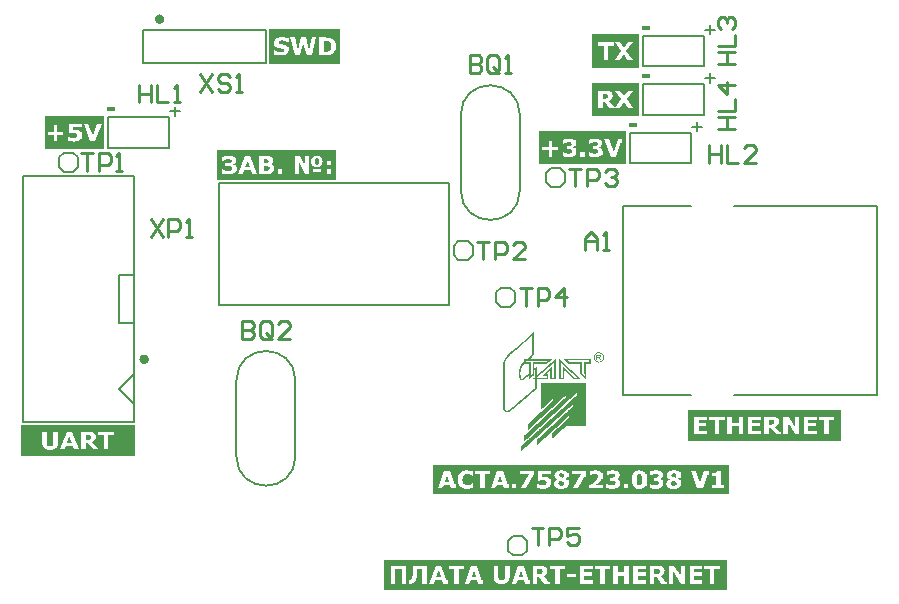
<source format=gto>
G04*
G04 #@! TF.GenerationSoftware,Altium Limited,Altium Designer,22.11.1 (43)*
G04*
G04 Layer_Color=65535*
%FSLAX44Y44*%
%MOMM*%
G71*
G04*
G04 #@! TF.SameCoordinates,BE042D05-FDBB-4392-BC48-8EFB1C9D91ED*
G04*
G04*
G04 #@! TF.FilePolarity,Positive*
G04*
G01*
G75*
%ADD10C,0.4000*%
%ADD11C,0.2000*%
%ADD12C,0.2500*%
%ADD13C,0.2540*%
%ADD14R,0.8000X0.3000*%
G36*
X492393Y205782D02*
X493223D01*
Y205616D01*
X493554D01*
Y205450D01*
X493886D01*
Y205284D01*
X494218D01*
Y205119D01*
X494550D01*
Y204953D01*
X494716D01*
Y204787D01*
X494882D01*
Y204621D01*
X495047D01*
Y204455D01*
X495213D01*
Y204289D01*
X495379D01*
Y203957D01*
X495545D01*
Y203792D01*
X495711D01*
Y203460D01*
X495877D01*
Y202962D01*
X496043D01*
Y202465D01*
X496208D01*
Y200806D01*
X496043D01*
Y200142D01*
X495877D01*
Y199810D01*
X495711D01*
Y199479D01*
X495545D01*
Y199147D01*
X495379D01*
Y198815D01*
X495213D01*
Y198649D01*
X495047D01*
Y198483D01*
X494882D01*
Y198318D01*
X494716D01*
Y198152D01*
X494550D01*
Y197986D01*
X494218D01*
Y197820D01*
X493886D01*
Y197654D01*
X493554D01*
Y197488D01*
X493057D01*
Y197322D01*
X492228D01*
Y197156D01*
X491398D01*
Y197322D01*
X490569D01*
Y197488D01*
X490237D01*
Y197654D01*
X489739D01*
Y197820D01*
X489573D01*
Y197986D01*
X489242D01*
Y198152D01*
X489076D01*
Y198318D01*
X488910D01*
Y198483D01*
X488744D01*
Y198649D01*
X488578D01*
Y198815D01*
X488412D01*
Y198981D01*
X488246D01*
Y199313D01*
X488081D01*
Y199645D01*
X487915D01*
Y199976D01*
X487749D01*
Y200474D01*
X487583D01*
Y202796D01*
X487749D01*
Y203294D01*
X487915D01*
Y203626D01*
X488081D01*
Y203957D01*
X488246D01*
Y204123D01*
X488412D01*
Y204289D01*
X488578D01*
Y204621D01*
X488744D01*
Y204787D01*
X489076D01*
Y204953D01*
X489242D01*
Y205119D01*
X489408D01*
Y205284D01*
X489739D01*
Y205450D01*
X490071D01*
Y205616D01*
X490569D01*
Y205782D01*
X491232D01*
Y205948D01*
X492393D01*
Y205782D01*
D02*
G37*
G36*
X484929Y196327D02*
X484763D01*
Y196161D01*
X480948D01*
Y183223D01*
X480782D01*
Y183389D01*
X480616D01*
Y183554D01*
X480450D01*
Y183720D01*
X480284D01*
Y183886D01*
X479953D01*
Y184052D01*
X479787D01*
Y184218D01*
X479621D01*
Y184384D01*
X479455D01*
Y184550D01*
X479289D01*
Y184716D01*
X479123D01*
Y184881D01*
X478957D01*
Y185047D01*
X478791D01*
Y185213D01*
X478626D01*
Y185379D01*
X478460D01*
Y185545D01*
X478294D01*
Y185711D01*
X478128D01*
Y185877D01*
X477962D01*
Y186043D01*
X477630D01*
Y186374D01*
X477299D01*
Y186540D01*
X477133D01*
Y186706D01*
X476967D01*
Y186872D01*
X476801D01*
Y187038D01*
X476635D01*
Y187204D01*
X476469D01*
Y187370D01*
X476303D01*
Y196161D01*
X466351D01*
Y196327D01*
X466185D01*
Y196493D01*
X466019D01*
Y196659D01*
X465687D01*
Y196825D01*
X465521D01*
Y196991D01*
X465355D01*
Y197156D01*
X465190D01*
Y197322D01*
X465024D01*
Y197488D01*
X464692D01*
Y197654D01*
X464526D01*
Y197820D01*
X464360D01*
Y197986D01*
X464194D01*
Y198152D01*
X464028D01*
Y198318D01*
X463862D01*
Y198483D01*
X463531D01*
Y198649D01*
X463365D01*
Y198815D01*
X463199D01*
Y198981D01*
X463033D01*
Y199147D01*
X462867D01*
Y199313D01*
X462536D01*
Y199479D01*
X462370D01*
Y199645D01*
X462204D01*
Y199810D01*
X462038D01*
Y199976D01*
X461872D01*
Y200142D01*
X461706D01*
Y200308D01*
X484929D01*
Y196327D01*
D02*
G37*
G36*
X458554Y199976D02*
X458720D01*
Y199810D01*
X458886D01*
Y199645D01*
X459052D01*
Y199479D01*
X459218D01*
Y199313D01*
X459384D01*
Y199147D01*
X459550D01*
Y198981D01*
X459716D01*
Y198815D01*
X459882D01*
Y198649D01*
X460047D01*
Y198483D01*
X460213D01*
Y198318D01*
X460379D01*
Y198152D01*
X460711D01*
Y197986D01*
X460877D01*
Y197820D01*
X461043D01*
Y197654D01*
X461208D01*
Y197488D01*
X461374D01*
Y197322D01*
X461540D01*
Y197156D01*
X461706D01*
Y196991D01*
X461872D01*
Y196825D01*
X462038D01*
Y196659D01*
X462204D01*
Y196493D01*
X462370D01*
Y196327D01*
X462536D01*
Y196161D01*
X462701D01*
Y195995D01*
X462867D01*
Y195829D01*
X463199D01*
Y195664D01*
X463365D01*
Y195498D01*
X463531D01*
Y195332D01*
X463697D01*
Y195166D01*
X463862D01*
Y195000D01*
X464028D01*
Y194834D01*
X464194D01*
Y194668D01*
X464360D01*
Y194502D01*
X464526D01*
Y194336D01*
X464692D01*
Y194171D01*
X464858D01*
Y194005D01*
X465024D01*
Y193839D01*
X465190D01*
Y193673D01*
X465355D01*
Y193507D01*
X465521D01*
Y193341D01*
X465853D01*
Y193175D01*
X466019D01*
Y193009D01*
X466185D01*
Y192844D01*
X466351D01*
Y192678D01*
X466517D01*
Y192512D01*
X466683D01*
Y192346D01*
X466848D01*
Y192180D01*
X467014D01*
Y192014D01*
X467180D01*
Y191848D01*
X467346D01*
Y191682D01*
X467512D01*
Y191517D01*
X467678D01*
Y191351D01*
X467844D01*
Y191185D01*
X468009D01*
Y191019D01*
X468175D01*
Y190853D01*
X468507D01*
Y190687D01*
X468673D01*
Y190521D01*
X468839D01*
Y190355D01*
X469005D01*
Y190190D01*
X469171D01*
Y190024D01*
X469337D01*
Y189858D01*
X469502D01*
Y189692D01*
X469668D01*
Y189526D01*
X469834D01*
Y189360D01*
X470000D01*
Y189194D01*
X470166D01*
Y189028D01*
X470332D01*
Y188863D01*
X470663D01*
Y188697D01*
X470829D01*
Y188531D01*
X470995D01*
Y188365D01*
X471161D01*
Y188199D01*
X471327D01*
Y188033D01*
X471493D01*
Y187867D01*
X471659D01*
Y187701D01*
X471825D01*
Y187536D01*
X471991D01*
Y187370D01*
X472156D01*
Y187204D01*
X472322D01*
Y187038D01*
X472488D01*
Y186872D01*
X472654D01*
Y186706D01*
X472986D01*
Y186374D01*
X473317D01*
Y186208D01*
X473483D01*
Y186043D01*
X473649D01*
Y185877D01*
X473815D01*
Y185711D01*
X473981D01*
Y185545D01*
X474147D01*
Y185379D01*
X474313D01*
Y185213D01*
X474479D01*
Y185047D01*
X474645D01*
Y184881D01*
X474810D01*
Y184716D01*
X474976D01*
Y184550D01*
X475142D01*
Y184384D01*
X475308D01*
Y184218D01*
X475474D01*
Y184052D01*
X475640D01*
Y183886D01*
X475972D01*
Y183720D01*
X476137D01*
Y183554D01*
X476303D01*
Y183389D01*
X476469D01*
Y183223D01*
X476635D01*
Y183057D01*
X470829D01*
Y183223D01*
X470663D01*
Y183389D01*
X470498D01*
Y183554D01*
X470332D01*
Y183720D01*
X470166D01*
Y183886D01*
X469834D01*
Y184052D01*
X469668D01*
Y184218D01*
X469502D01*
Y184384D01*
X469337D01*
Y184550D01*
X469171D01*
Y184716D01*
X469005D01*
Y184881D01*
X468839D01*
Y185047D01*
X468673D01*
Y185213D01*
X468507D01*
Y185379D01*
X468341D01*
Y185545D01*
X468175D01*
Y185711D01*
X467844D01*
Y185877D01*
X467678D01*
Y186043D01*
X467512D01*
Y186208D01*
X467346D01*
Y186374D01*
X467180D01*
Y186540D01*
X467014D01*
Y186706D01*
X466848D01*
Y186872D01*
X466683D01*
Y187038D01*
X466517D01*
Y187204D01*
X466185D01*
Y187370D01*
X466019D01*
Y187536D01*
X465853D01*
Y187701D01*
X465687D01*
Y187867D01*
X465521D01*
Y188033D01*
X465355D01*
Y188199D01*
X465190D01*
Y188365D01*
X465024D01*
Y188531D01*
X464858D01*
Y188697D01*
X464692D01*
Y188863D01*
X464360D01*
Y189028D01*
X464194D01*
Y189194D01*
X464028D01*
Y189360D01*
X463862D01*
Y189526D01*
X463697D01*
Y189692D01*
X463531D01*
Y189858D01*
X463365D01*
Y190024D01*
X463199D01*
Y190190D01*
X463033D01*
Y190355D01*
X462701D01*
Y188531D01*
Y188365D01*
Y183057D01*
X458223D01*
Y200142D01*
X458554D01*
Y199976D01*
D02*
G37*
G36*
X436659Y203294D02*
X436493D01*
Y203128D01*
X436327D01*
Y202962D01*
X436161D01*
Y202796D01*
X435995D01*
Y202465D01*
X435663D01*
Y202133D01*
X435498D01*
Y201967D01*
X435166D01*
Y201635D01*
X435000D01*
Y201469D01*
X434834D01*
Y201303D01*
X434668D01*
Y201137D01*
X434502D01*
Y200972D01*
X434337D01*
Y200806D01*
X434171D01*
Y200640D01*
X434005D01*
Y200308D01*
X452583D01*
Y199976D01*
X452251D01*
Y199810D01*
X452085D01*
Y199645D01*
X451919D01*
Y199479D01*
X451754D01*
Y199313D01*
X451588D01*
Y199147D01*
X451422D01*
Y198981D01*
X451090D01*
Y198815D01*
X450924D01*
Y198649D01*
X450758D01*
Y198483D01*
X450592D01*
Y198318D01*
X450426D01*
Y198152D01*
X450261D01*
Y197986D01*
X450095D01*
Y197820D01*
X449763D01*
Y197654D01*
X449597D01*
Y197488D01*
X449431D01*
Y197322D01*
X449265D01*
Y197156D01*
X449100D01*
Y196991D01*
X448934D01*
Y196825D01*
X448768D01*
Y196659D01*
X448436D01*
Y196493D01*
X448270D01*
Y196327D01*
X448104D01*
Y196161D01*
X437322D01*
Y192346D01*
X437488D01*
Y192512D01*
X437820D01*
Y192678D01*
X437986D01*
Y192844D01*
X438152D01*
Y193009D01*
X438317D01*
Y193175D01*
X438649D01*
Y193341D01*
X438815D01*
Y193507D01*
X439147D01*
Y193673D01*
X439313D01*
Y193839D01*
X439479D01*
Y194005D01*
X439645D01*
Y186540D01*
X439810D01*
Y186706D01*
X440142D01*
Y186872D01*
X440308D01*
Y187038D01*
X440474D01*
Y187204D01*
X440640D01*
Y187370D01*
X440806D01*
Y187536D01*
X440972D01*
Y187701D01*
X441137D01*
Y187867D01*
X441469D01*
Y188033D01*
X441635D01*
Y188199D01*
X441801D01*
Y188365D01*
X441967D01*
Y188531D01*
X442133D01*
Y188697D01*
X442299D01*
Y188863D01*
X442464D01*
Y189028D01*
X442796D01*
Y189194D01*
X442962D01*
Y189360D01*
X443128D01*
Y189526D01*
X443294D01*
Y189692D01*
X443460D01*
Y189858D01*
X443626D01*
Y190024D01*
X443792D01*
Y190190D01*
X443957D01*
Y190355D01*
X444289D01*
Y190521D01*
X444455D01*
Y190687D01*
X444621D01*
Y190853D01*
X444787D01*
Y191019D01*
X444953D01*
Y191185D01*
X445118D01*
Y191351D01*
X445284D01*
Y191517D01*
X445450D01*
Y191682D01*
X445782D01*
Y191848D01*
X445948D01*
Y192014D01*
X446114D01*
Y192180D01*
X446280D01*
Y192346D01*
X446446D01*
Y192512D01*
X446611D01*
Y192678D01*
X446777D01*
Y192844D01*
X446943D01*
Y193009D01*
X447275D01*
Y193175D01*
X447441D01*
Y193341D01*
X447607D01*
Y193507D01*
X447772D01*
Y193673D01*
X447938D01*
Y193839D01*
X448104D01*
Y194005D01*
X448270D01*
Y194171D01*
X448602D01*
Y194336D01*
X448768D01*
Y194502D01*
X448934D01*
Y194668D01*
X449100D01*
Y194834D01*
X449265D01*
Y195000D01*
X449431D01*
Y195166D01*
X449597D01*
Y195332D01*
X449763D01*
Y195498D01*
X450095D01*
Y195664D01*
X450261D01*
Y195829D01*
X450426D01*
Y195995D01*
X450592D01*
Y196161D01*
X450758D01*
Y196327D01*
X450924D01*
Y196493D01*
X451090D01*
Y196659D01*
X451256D01*
Y196825D01*
X451588D01*
Y196991D01*
X451754D01*
Y197156D01*
X451919D01*
Y197322D01*
X452085D01*
Y197488D01*
X452251D01*
Y197654D01*
X452417D01*
Y197820D01*
X452583D01*
Y197986D01*
X452915D01*
Y198152D01*
X453081D01*
Y198318D01*
X453246D01*
Y198483D01*
X453412D01*
Y198649D01*
X453578D01*
Y198815D01*
X453744D01*
Y198981D01*
X453910D01*
Y199147D01*
X454076D01*
Y199313D01*
X454408D01*
Y199479D01*
X454574D01*
Y199645D01*
X454739D01*
Y199810D01*
X454905D01*
Y199976D01*
X455071D01*
Y200142D01*
X455237D01*
Y200308D01*
X455403D01*
Y200474D01*
X455735D01*
Y183223D01*
X455569D01*
Y183057D01*
X450924D01*
Y190521D01*
X450758D01*
Y190355D01*
X450592D01*
Y190190D01*
X450426D01*
Y190024D01*
X450095D01*
Y189858D01*
X449929D01*
Y189692D01*
X449763D01*
Y189526D01*
X449597D01*
Y189360D01*
X449431D01*
Y189194D01*
X449265D01*
Y189028D01*
X449100D01*
Y188863D01*
X448934D01*
Y188697D01*
X448768D01*
Y188531D01*
X448602D01*
Y188365D01*
X448436D01*
Y188199D01*
X448270D01*
Y188033D01*
X448104D01*
Y187867D01*
X447938D01*
Y187701D01*
X447607D01*
Y187536D01*
X447441D01*
Y187370D01*
X447275D01*
Y187204D01*
X449100D01*
Y183057D01*
X439645D01*
Y175095D01*
X439479D01*
Y174929D01*
X439313D01*
Y174763D01*
X439147D01*
Y174597D01*
X438815D01*
Y174431D01*
X438649D01*
Y174265D01*
X438483D01*
Y174100D01*
X438317D01*
Y173934D01*
X438152D01*
Y173768D01*
X437820D01*
Y173602D01*
X437654D01*
Y173436D01*
X437488D01*
Y173270D01*
X437322D01*
Y173104D01*
X437156D01*
Y172938D01*
X436825D01*
Y172773D01*
X436659D01*
Y172607D01*
X436493D01*
Y172441D01*
X436327D01*
Y172275D01*
X436161D01*
Y172109D01*
X435995D01*
Y171943D01*
X435663D01*
Y171777D01*
X435498D01*
Y171611D01*
X435332D01*
Y171446D01*
X435166D01*
Y171280D01*
X435000D01*
Y171114D01*
X434668D01*
Y170948D01*
X434502D01*
Y170782D01*
X434337D01*
Y170616D01*
X434171D01*
Y170450D01*
X434005D01*
Y170284D01*
X433673D01*
Y170119D01*
X433507D01*
Y169953D01*
X433341D01*
Y169787D01*
X433175D01*
Y169621D01*
X433009D01*
Y169455D01*
X432678D01*
Y169289D01*
X432512D01*
Y169123D01*
X432346D01*
Y168957D01*
X432180D01*
Y168792D01*
X432014D01*
Y168626D01*
X431848D01*
Y168460D01*
X431682D01*
Y168294D01*
X431351D01*
Y168128D01*
X431185D01*
Y167962D01*
X431019D01*
Y167796D01*
X430853D01*
Y167630D01*
X430521D01*
Y167465D01*
X430355D01*
Y167299D01*
X430190D01*
Y167133D01*
X430024D01*
Y166967D01*
X429858D01*
Y166801D01*
X429692D01*
Y166635D01*
X429360D01*
Y166469D01*
X429194D01*
Y166303D01*
X429028D01*
Y166138D01*
X428862D01*
Y165972D01*
X428697D01*
Y165806D01*
X428531D01*
Y165640D01*
X428199D01*
Y165474D01*
X428033D01*
Y165308D01*
X427867D01*
Y165142D01*
X427701D01*
Y164976D01*
X427370D01*
Y164810D01*
X427204D01*
Y164645D01*
X427038D01*
Y164479D01*
X426872D01*
Y164313D01*
X426706D01*
Y164147D01*
X426540D01*
Y163981D01*
X426208D01*
Y163815D01*
X426043D01*
Y163649D01*
X425877D01*
Y163483D01*
X425711D01*
Y163318D01*
X425545D01*
Y163152D01*
X425213D01*
Y162986D01*
X425047D01*
Y162820D01*
X424882D01*
Y162654D01*
X424716D01*
Y162488D01*
X424550D01*
Y162322D01*
X424384D01*
Y162156D01*
X424052D01*
Y161991D01*
X423886D01*
Y161825D01*
X423720D01*
Y161659D01*
X423554D01*
Y161493D01*
X423389D01*
Y161327D01*
X423057D01*
Y161161D01*
X422891D01*
Y160995D01*
X422725D01*
Y160829D01*
X422559D01*
Y160664D01*
X422393D01*
Y160498D01*
X422062D01*
Y160332D01*
X421896D01*
Y160166D01*
X421730D01*
Y160000D01*
X421564D01*
Y159834D01*
X421398D01*
Y159668D01*
X421232D01*
Y159502D01*
X420900D01*
Y159337D01*
X420735D01*
Y159171D01*
X420569D01*
Y159005D01*
X420403D01*
Y158839D01*
X420237D01*
Y158673D01*
X419905D01*
Y158507D01*
X419739D01*
Y158341D01*
X419574D01*
Y158175D01*
X419408D01*
Y158010D01*
X419242D01*
Y157844D01*
X419076D01*
Y157678D01*
X418744D01*
Y157512D01*
X418578D01*
Y157346D01*
X418412D01*
Y157180D01*
X418246D01*
Y157014D01*
X418081D01*
Y156848D01*
X417749D01*
Y156683D01*
X417583D01*
Y156517D01*
X417417D01*
Y156351D01*
X417251D01*
Y156185D01*
X417085D01*
Y156019D01*
X416919D01*
Y155853D01*
X416754D01*
Y155687D01*
X416588D01*
Y155521D01*
X416256D01*
Y155356D01*
X415924D01*
Y155190D01*
X415426D01*
Y155024D01*
X413436D01*
Y155190D01*
X412938D01*
Y155356D01*
X412607D01*
Y155521D01*
X412275D01*
Y155687D01*
X412109D01*
Y155853D01*
X411943D01*
Y156019D01*
X411777D01*
Y156185D01*
X411611D01*
Y156351D01*
X411446D01*
Y156517D01*
X411280D01*
Y156848D01*
X411114D01*
Y157346D01*
X410948D01*
Y196825D01*
X411114D01*
Y197654D01*
X411280D01*
Y198152D01*
X411446D01*
Y198815D01*
X411611D01*
Y199147D01*
X411777D01*
Y199479D01*
X411943D01*
Y199810D01*
X412109D01*
Y200142D01*
X412275D01*
Y200474D01*
X412441D01*
Y200806D01*
X412607D01*
Y200972D01*
X412772D01*
Y201303D01*
X412938D01*
Y201469D01*
X413104D01*
Y201801D01*
X413270D01*
Y201967D01*
X413436D01*
Y202133D01*
X413602D01*
Y202299D01*
X413768D01*
Y202630D01*
X413934D01*
Y202796D01*
X414100D01*
Y202962D01*
X414265D01*
Y203128D01*
X414431D01*
Y203294D01*
X414597D01*
Y203460D01*
X414763D01*
Y203626D01*
X414929D01*
Y203792D01*
X415095D01*
Y203957D01*
X415261D01*
Y204123D01*
X415426D01*
Y204289D01*
X415592D01*
Y204455D01*
X415758D01*
Y204621D01*
X415924D01*
Y204787D01*
X416090D01*
Y204953D01*
X416256D01*
Y205119D01*
X416422D01*
Y205284D01*
X416588D01*
Y205450D01*
X416754D01*
Y205616D01*
X417085D01*
Y205782D01*
X417251D01*
Y205948D01*
X417417D01*
Y206114D01*
X417583D01*
Y206280D01*
X417749D01*
Y206446D01*
X417915D01*
Y206611D01*
X418081D01*
Y206777D01*
X418412D01*
Y206943D01*
X418578D01*
Y207109D01*
X418744D01*
Y207275D01*
X418910D01*
Y207441D01*
X419076D01*
Y207607D01*
X419408D01*
Y207773D01*
X419574D01*
Y207938D01*
X419739D01*
Y208104D01*
X419905D01*
Y208270D01*
X420237D01*
Y208436D01*
X420403D01*
Y208602D01*
X420569D01*
Y208768D01*
X420735D01*
Y208934D01*
X420900D01*
Y209100D01*
X421232D01*
Y209265D01*
X421398D01*
Y209431D01*
X421564D01*
Y209597D01*
X421730D01*
Y209763D01*
X421896D01*
Y209929D01*
X422228D01*
Y210095D01*
X422393D01*
Y210261D01*
X422559D01*
Y210427D01*
X422725D01*
Y210592D01*
X422891D01*
Y210758D01*
X423057D01*
Y210924D01*
X423389D01*
Y211090D01*
X423554D01*
Y211256D01*
X423720D01*
Y211422D01*
X423886D01*
Y211588D01*
X424052D01*
Y211754D01*
X424384D01*
Y211919D01*
X424550D01*
Y212085D01*
X424716D01*
Y212251D01*
X424882D01*
Y212417D01*
X425047D01*
Y212583D01*
X425379D01*
Y212749D01*
X425545D01*
Y212915D01*
X425711D01*
Y213081D01*
X425877D01*
Y213246D01*
X426043D01*
Y213412D01*
X426208D01*
Y213578D01*
X426540D01*
Y213744D01*
X426706D01*
Y213910D01*
X426872D01*
Y214076D01*
X427038D01*
Y214242D01*
X427204D01*
Y214408D01*
X427370D01*
Y214573D01*
X427701D01*
Y214739D01*
X427867D01*
Y214905D01*
X428033D01*
Y215071D01*
X428199D01*
Y215237D01*
X428365D01*
Y215403D01*
X428531D01*
Y215569D01*
X428697D01*
Y215735D01*
X429028D01*
Y215900D01*
X429194D01*
Y216066D01*
X429360D01*
Y216232D01*
X429526D01*
Y216398D01*
X429692D01*
Y216564D01*
X429858D01*
Y216730D01*
X430024D01*
Y216896D01*
X430190D01*
Y217062D01*
X430521D01*
Y217227D01*
X430687D01*
Y217393D01*
X430853D01*
Y217559D01*
X431019D01*
Y217725D01*
X431185D01*
Y217891D01*
X431351D01*
Y218057D01*
X431517D01*
Y218223D01*
X431682D01*
Y218389D01*
X432014D01*
Y218554D01*
X432180D01*
Y218720D01*
X432346D01*
Y218886D01*
X432512D01*
Y219052D01*
X432678D01*
Y219218D01*
X432844D01*
Y219384D01*
X433009D01*
Y219550D01*
X433175D01*
Y219716D01*
X433341D01*
Y219881D01*
X433507D01*
Y220047D01*
X433673D01*
Y220213D01*
X434005D01*
Y220379D01*
X434171D01*
Y220545D01*
X434337D01*
Y220711D01*
X434502D01*
Y220877D01*
X434668D01*
Y221043D01*
X434834D01*
Y221208D01*
X435000D01*
Y221374D01*
X435166D01*
Y221540D01*
X435332D01*
Y221706D01*
X435498D01*
Y221872D01*
X435663D01*
Y222038D01*
X435829D01*
Y222204D01*
X435995D01*
Y222370D01*
X436161D01*
Y222535D01*
X436327D01*
Y222701D01*
X436493D01*
Y222867D01*
X436659D01*
Y203294D01*
D02*
G37*
G36*
X480948Y143246D02*
X464028D01*
Y143081D01*
X463862D01*
Y142915D01*
X463697D01*
Y142749D01*
X463531D01*
Y142583D01*
X463365D01*
Y142417D01*
X463199D01*
Y142251D01*
X462867D01*
Y142085D01*
X462701D01*
Y141919D01*
X462536D01*
Y141754D01*
X462370D01*
Y141588D01*
X462204D01*
Y141422D01*
X462038D01*
Y141256D01*
X461872D01*
Y141090D01*
X461706D01*
Y140924D01*
X461540D01*
Y140758D01*
X461208D01*
Y140592D01*
X461043D01*
Y140427D01*
X460877D01*
Y140261D01*
X460711D01*
Y140095D01*
X460545D01*
Y139929D01*
X460379D01*
Y139763D01*
X460213D01*
Y139597D01*
X460047D01*
Y139431D01*
X459882D01*
Y139265D01*
X459550D01*
Y139100D01*
X459384D01*
Y138934D01*
X459218D01*
Y138768D01*
X459052D01*
Y138602D01*
X458886D01*
Y138436D01*
X458720D01*
Y138270D01*
X458554D01*
Y138104D01*
X458389D01*
Y137938D01*
X458057D01*
Y137773D01*
X457891D01*
Y137607D01*
X457725D01*
Y137441D01*
X457559D01*
Y137275D01*
X457393D01*
Y137109D01*
X457228D01*
Y136943D01*
X457062D01*
Y136777D01*
X456896D01*
Y136611D01*
X456730D01*
Y136446D01*
X456398D01*
Y136280D01*
X456232D01*
Y136114D01*
X456066D01*
Y135948D01*
X455900D01*
Y135782D01*
X455735D01*
Y135616D01*
X455569D01*
Y135450D01*
X455403D01*
Y135284D01*
X455237D01*
Y135119D01*
X455071D01*
Y134953D01*
X454739D01*
Y134787D01*
X454574D01*
Y134621D01*
X454408D01*
Y134455D01*
X454242D01*
Y134289D01*
X454076D01*
Y134123D01*
X453910D01*
Y133957D01*
X453744D01*
Y133792D01*
X453578D01*
Y133626D01*
X453412D01*
Y133460D01*
X453081D01*
Y133294D01*
X452915D01*
Y133128D01*
X452749D01*
Y132962D01*
X452583D01*
Y132796D01*
X452417D01*
Y132630D01*
X452251D01*
Y132465D01*
X452085D01*
Y132299D01*
X451919D01*
Y136943D01*
X452085D01*
Y137109D01*
X452251D01*
Y137275D01*
X452417D01*
Y137441D01*
X452583D01*
Y137607D01*
X452749D01*
Y137773D01*
X452915D01*
Y137938D01*
X453081D01*
Y138104D01*
X453246D01*
Y138270D01*
X453578D01*
Y138436D01*
X453744D01*
Y138602D01*
X453910D01*
Y138768D01*
X454076D01*
Y138934D01*
X454242D01*
Y139100D01*
X454408D01*
Y139265D01*
X454574D01*
Y139431D01*
X454739D01*
Y139597D01*
X454905D01*
Y139763D01*
X455071D01*
Y139929D01*
X455237D01*
Y140095D01*
X455569D01*
Y140261D01*
X455735D01*
Y140427D01*
X455900D01*
Y140592D01*
X456066D01*
Y140758D01*
X456232D01*
Y140924D01*
X456398D01*
Y141090D01*
X456564D01*
Y141256D01*
X456730D01*
Y141422D01*
X456896D01*
Y141588D01*
X457062D01*
Y141754D01*
X457228D01*
Y141919D01*
X457393D01*
Y142085D01*
X457559D01*
Y142251D01*
X457891D01*
Y142417D01*
X458057D01*
Y142583D01*
X458223D01*
Y142749D01*
X458389D01*
Y142915D01*
X458554D01*
Y143081D01*
X458720D01*
Y143246D01*
X458886D01*
Y143412D01*
X459052D01*
Y143578D01*
X459218D01*
Y143744D01*
X459384D01*
Y143910D01*
X459550D01*
Y144076D01*
X459716D01*
Y144242D01*
X460047D01*
Y144408D01*
X460213D01*
Y144573D01*
X460379D01*
Y144739D01*
X460545D01*
Y144905D01*
X460711D01*
Y145071D01*
X460877D01*
Y145237D01*
X461043D01*
Y145403D01*
X461208D01*
Y145569D01*
X461374D01*
Y145735D01*
X461540D01*
Y145900D01*
X461872D01*
Y146232D01*
X462204D01*
Y146398D01*
X462370D01*
Y146564D01*
X462536D01*
Y146730D01*
X462701D01*
Y146896D01*
X462867D01*
Y147062D01*
X463033D01*
Y147227D01*
X463199D01*
Y147393D01*
X463365D01*
Y147559D01*
X463531D01*
Y147725D01*
X463697D01*
Y147891D01*
X463862D01*
Y148057D01*
X464194D01*
Y148223D01*
X464360D01*
Y148389D01*
X464526D01*
Y148554D01*
X464692D01*
Y148720D01*
X464858D01*
Y148886D01*
X465024D01*
Y149052D01*
X465190D01*
Y149218D01*
X465355D01*
Y149384D01*
X465521D01*
Y149550D01*
X465687D01*
Y149716D01*
X465853D01*
Y149881D01*
X466185D01*
Y150047D01*
X466351D01*
Y150213D01*
X466517D01*
Y150379D01*
X466683D01*
Y152038D01*
X466517D01*
Y151872D01*
X466351D01*
Y151706D01*
X466185D01*
Y151540D01*
X466019D01*
Y151374D01*
X465853D01*
Y151208D01*
X465687D01*
Y151043D01*
X465521D01*
Y150877D01*
X465190D01*
Y150711D01*
X465024D01*
Y150545D01*
X464858D01*
Y150379D01*
X464692D01*
Y150213D01*
X464526D01*
Y150047D01*
X464360D01*
Y149881D01*
X464194D01*
Y149716D01*
X464028D01*
Y149550D01*
X463862D01*
Y149384D01*
X463697D01*
Y149218D01*
X463531D01*
Y149052D01*
X463365D01*
Y148886D01*
X463033D01*
Y148720D01*
X462867D01*
Y148554D01*
X462701D01*
Y148389D01*
X462536D01*
Y148223D01*
X462370D01*
Y148057D01*
X462204D01*
Y147891D01*
X462038D01*
Y147725D01*
X461872D01*
Y147559D01*
X461706D01*
Y147393D01*
X461374D01*
Y147227D01*
X461208D01*
Y147062D01*
X461043D01*
Y146896D01*
X460877D01*
Y146730D01*
X460711D01*
Y146564D01*
X460545D01*
Y146398D01*
X460379D01*
Y146232D01*
X460213D01*
Y146066D01*
X460047D01*
Y145900D01*
X459882D01*
Y145735D01*
X459550D01*
Y145403D01*
X459218D01*
Y145237D01*
X459052D01*
Y145071D01*
X458886D01*
Y144905D01*
X458720D01*
Y144739D01*
X458554D01*
Y144573D01*
X458389D01*
Y144408D01*
X458223D01*
Y144242D01*
X458057D01*
Y144076D01*
X457891D01*
Y143910D01*
X457559D01*
Y143744D01*
X457393D01*
Y143578D01*
X457228D01*
Y143412D01*
X457062D01*
Y143246D01*
X456896D01*
Y143081D01*
X456730D01*
Y142915D01*
X456564D01*
Y142749D01*
X456398D01*
Y142583D01*
X456232D01*
Y142417D01*
X456066D01*
Y142251D01*
X455900D01*
Y142085D01*
X455569D01*
Y141919D01*
X455403D01*
Y141754D01*
X455237D01*
Y141588D01*
X455071D01*
Y141422D01*
X454905D01*
Y141256D01*
X454739D01*
Y141090D01*
X454574D01*
Y140924D01*
X454408D01*
Y140758D01*
X454242D01*
Y140592D01*
X454076D01*
Y140427D01*
X453910D01*
Y140261D01*
X453578D01*
Y140095D01*
X453412D01*
Y139929D01*
X453246D01*
Y139763D01*
X453081D01*
Y139597D01*
X452915D01*
Y139431D01*
X452749D01*
Y139265D01*
X452583D01*
Y139100D01*
X452417D01*
Y138934D01*
X452251D01*
Y138768D01*
X452085D01*
Y138602D01*
X451919D01*
Y138436D01*
X451588D01*
Y138270D01*
X451422D01*
Y138104D01*
X451256D01*
Y137938D01*
X451090D01*
Y137773D01*
X450924D01*
Y137607D01*
X450758D01*
Y137441D01*
X450592D01*
Y137275D01*
X450426D01*
Y137109D01*
X450261D01*
Y136943D01*
X450095D01*
Y136777D01*
X449929D01*
Y136611D01*
X449597D01*
Y136446D01*
X449431D01*
Y136280D01*
X449265D01*
Y136114D01*
X449100D01*
Y135948D01*
X448934D01*
Y135782D01*
X448768D01*
Y135616D01*
X448602D01*
Y135450D01*
X448436D01*
Y135284D01*
X448270D01*
Y135119D01*
X448104D01*
Y134953D01*
X447772D01*
Y134787D01*
X447607D01*
Y134621D01*
X447441D01*
Y134455D01*
X447275D01*
Y134289D01*
X447109D01*
Y134123D01*
X446943D01*
Y133957D01*
X446777D01*
Y133792D01*
X446611D01*
Y133626D01*
X446446D01*
Y133460D01*
X446280D01*
Y133294D01*
X445948D01*
Y133128D01*
X445782D01*
Y132962D01*
X445616D01*
Y132796D01*
X445450D01*
Y132630D01*
X445284D01*
Y132465D01*
X445118D01*
Y132299D01*
X444953D01*
Y132133D01*
X444787D01*
Y131967D01*
X444621D01*
Y131801D01*
X444455D01*
Y131635D01*
X444123D01*
Y131303D01*
X443792D01*
Y131138D01*
X443626D01*
Y130972D01*
X443460D01*
Y130806D01*
X443294D01*
Y130640D01*
X443128D01*
Y130474D01*
X442962D01*
Y130308D01*
X442796D01*
Y130142D01*
X442630D01*
Y129976D01*
X442464D01*
Y129810D01*
X442133D01*
Y129645D01*
X441967D01*
Y129479D01*
X441801D01*
Y129313D01*
X441635D01*
Y129147D01*
X441469D01*
Y128981D01*
X441303D01*
Y128815D01*
X441137D01*
Y128649D01*
X440972D01*
Y128483D01*
X440806D01*
Y128317D01*
X440640D01*
Y128152D01*
X440474D01*
Y127986D01*
X440308D01*
Y127820D01*
X439976D01*
Y127654D01*
X439810D01*
Y127488D01*
X439645D01*
Y131967D01*
X439810D01*
Y132133D01*
X439976D01*
Y132299D01*
X440142D01*
Y132465D01*
X440308D01*
Y132630D01*
X440474D01*
Y132796D01*
X440640D01*
Y132962D01*
X440806D01*
Y133128D01*
X441137D01*
Y133294D01*
X441303D01*
Y133460D01*
X441469D01*
Y133626D01*
X441635D01*
Y133792D01*
X441801D01*
Y133957D01*
X441967D01*
Y134123D01*
X442133D01*
Y134289D01*
X442299D01*
Y134455D01*
X442464D01*
Y134621D01*
X442630D01*
Y134787D01*
X442796D01*
Y134953D01*
X442962D01*
Y135119D01*
X443128D01*
Y135284D01*
X443294D01*
Y135450D01*
X443626D01*
Y135616D01*
X443792D01*
Y135782D01*
X443957D01*
Y135948D01*
X444123D01*
Y136114D01*
X444289D01*
Y136280D01*
X444455D01*
Y136446D01*
X444621D01*
Y136611D01*
X444787D01*
Y136777D01*
X444953D01*
Y136943D01*
X445118D01*
Y137109D01*
X445284D01*
Y137275D01*
X445450D01*
Y137441D01*
X445616D01*
Y137607D01*
X445948D01*
Y137773D01*
X446114D01*
Y137938D01*
X446280D01*
Y138104D01*
X446446D01*
Y138270D01*
X446611D01*
Y138436D01*
X446777D01*
Y138602D01*
X446943D01*
Y138768D01*
X447109D01*
Y138934D01*
X447275D01*
Y139100D01*
X447441D01*
Y139265D01*
X447607D01*
Y139431D01*
X447772D01*
Y139597D01*
X448104D01*
Y139929D01*
X448436D01*
Y140095D01*
X448602D01*
Y140261D01*
X448768D01*
Y140427D01*
X448934D01*
Y140592D01*
X449100D01*
Y140758D01*
X449265D01*
Y140924D01*
X449431D01*
Y141090D01*
X449597D01*
Y141256D01*
X449763D01*
Y141422D01*
X449929D01*
Y141588D01*
X450095D01*
Y141754D01*
X450261D01*
Y141919D01*
X450592D01*
Y142085D01*
X450758D01*
Y142251D01*
X450924D01*
Y142417D01*
X451090D01*
Y142583D01*
X451256D01*
Y142749D01*
X451422D01*
Y142915D01*
X451588D01*
Y143081D01*
X451754D01*
Y143246D01*
X451919D01*
Y143412D01*
X452085D01*
Y143578D01*
X452251D01*
Y143744D01*
X452417D01*
Y143910D01*
X452749D01*
Y144076D01*
X452915D01*
Y144242D01*
X453081D01*
Y144408D01*
X453246D01*
Y144573D01*
X453412D01*
Y144739D01*
X453578D01*
Y144905D01*
X453744D01*
Y145071D01*
X453910D01*
Y145237D01*
X454076D01*
Y145403D01*
X454242D01*
Y145569D01*
X454408D01*
Y145735D01*
X454574D01*
Y145900D01*
X454739D01*
Y146066D01*
X454905D01*
Y146232D01*
X455237D01*
Y146398D01*
X455403D01*
Y146564D01*
X455569D01*
Y146730D01*
X455735D01*
Y146896D01*
X455900D01*
Y147062D01*
X456066D01*
Y147227D01*
X456232D01*
Y147393D01*
X456398D01*
Y147559D01*
X456564D01*
Y147725D01*
X456730D01*
Y147891D01*
X456896D01*
Y148057D01*
X457062D01*
Y148223D01*
X457228D01*
Y148389D01*
X457559D01*
Y148554D01*
X457725D01*
Y148720D01*
X457891D01*
Y148886D01*
X458057D01*
Y149052D01*
X458223D01*
Y149218D01*
X458389D01*
Y149384D01*
X458554D01*
Y149550D01*
X458720D01*
Y149716D01*
X458886D01*
Y149881D01*
X459052D01*
Y150047D01*
X459218D01*
Y150213D01*
X459384D01*
Y150379D01*
X459550D01*
Y150545D01*
X459716D01*
Y150711D01*
X460047D01*
Y150877D01*
X460213D01*
Y151043D01*
X460379D01*
Y151208D01*
X460545D01*
Y151374D01*
X460711D01*
Y151540D01*
X460877D01*
Y151706D01*
X461043D01*
Y151872D01*
X461208D01*
Y152038D01*
X461374D01*
Y152204D01*
X461540D01*
Y152370D01*
X461706D01*
Y152536D01*
X461872D01*
Y152701D01*
X462204D01*
Y152867D01*
X462370D01*
Y153033D01*
X462536D01*
Y153199D01*
X462701D01*
Y153365D01*
X462867D01*
Y153531D01*
X463033D01*
Y153697D01*
X463199D01*
Y153863D01*
X463365D01*
Y154028D01*
X463531D01*
Y154194D01*
X463697D01*
Y154360D01*
X463862D01*
Y154526D01*
X464028D01*
Y154692D01*
X464194D01*
Y154858D01*
X464526D01*
Y155024D01*
X464692D01*
Y155190D01*
X464858D01*
Y155356D01*
X465024D01*
Y155521D01*
X465190D01*
Y155687D01*
X465355D01*
Y155853D01*
X465521D01*
Y156019D01*
X465687D01*
Y156185D01*
X465853D01*
Y156351D01*
X466019D01*
Y156517D01*
X466185D01*
Y156683D01*
X466351D01*
Y156848D01*
X466517D01*
Y157014D01*
X466683D01*
Y157180D01*
X467014D01*
Y157346D01*
X467180D01*
Y157512D01*
X467346D01*
Y157678D01*
X467512D01*
Y157844D01*
X467678D01*
Y158010D01*
X467844D01*
Y158175D01*
X468009D01*
Y158341D01*
X468175D01*
Y158507D01*
X468341D01*
Y158673D01*
X468507D01*
Y158839D01*
X468673D01*
Y159005D01*
X469005D01*
Y159171D01*
X469171D01*
Y159337D01*
X469337D01*
Y159502D01*
X469502D01*
Y159668D01*
X469668D01*
Y159834D01*
X469834D01*
Y160000D01*
X470000D01*
Y161825D01*
X469834D01*
Y161659D01*
X469668D01*
Y161493D01*
X469502D01*
Y161327D01*
X469337D01*
Y161161D01*
X469171D01*
Y160995D01*
X469005D01*
Y160829D01*
X468839D01*
Y160664D01*
X468673D01*
Y160498D01*
X468507D01*
Y160332D01*
X468175D01*
Y160166D01*
X468009D01*
Y160000D01*
X467844D01*
Y159834D01*
X467678D01*
Y159668D01*
X467512D01*
Y159502D01*
X467346D01*
Y159337D01*
X467180D01*
Y159171D01*
X467014D01*
Y159005D01*
X466848D01*
Y158839D01*
X466517D01*
Y158673D01*
X466351D01*
Y158507D01*
X466185D01*
Y158341D01*
X466019D01*
Y158175D01*
X465853D01*
Y158010D01*
X465687D01*
Y157844D01*
X465521D01*
Y157678D01*
X465355D01*
Y157512D01*
X465190D01*
Y157346D01*
X465024D01*
Y157180D01*
X464692D01*
Y157014D01*
X464526D01*
Y156848D01*
X464360D01*
Y156683D01*
X464194D01*
Y156517D01*
X464028D01*
Y156351D01*
X463862D01*
Y156185D01*
X463697D01*
Y156019D01*
X463531D01*
Y155853D01*
X463365D01*
Y155687D01*
X463199D01*
Y155521D01*
X462867D01*
Y155356D01*
X462701D01*
Y155190D01*
X462536D01*
Y155024D01*
X462370D01*
Y154858D01*
X462204D01*
Y154692D01*
X462038D01*
Y154526D01*
X461872D01*
Y154360D01*
X461706D01*
Y154194D01*
X461540D01*
Y154028D01*
X461208D01*
Y153863D01*
X461043D01*
Y153697D01*
X460877D01*
Y153531D01*
X460711D01*
Y153365D01*
X460545D01*
Y153199D01*
X460379D01*
Y153033D01*
X460213D01*
Y152867D01*
X460047D01*
Y152701D01*
X459882D01*
Y152536D01*
X459716D01*
Y152370D01*
X459550D01*
Y152204D01*
X459218D01*
Y152038D01*
X459052D01*
Y151872D01*
X458886D01*
Y151706D01*
X458720D01*
Y151540D01*
X458554D01*
Y151374D01*
X458389D01*
Y151208D01*
X458223D01*
Y151043D01*
X458057D01*
Y150877D01*
X457891D01*
Y150711D01*
X457725D01*
Y150545D01*
X457393D01*
Y150379D01*
X457228D01*
Y150213D01*
X457062D01*
Y150047D01*
X456896D01*
Y149881D01*
X456730D01*
Y149716D01*
X456564D01*
Y149550D01*
X456398D01*
Y149384D01*
X456232D01*
Y149218D01*
X456066D01*
Y149052D01*
X455900D01*
Y148886D01*
X455569D01*
Y148720D01*
X455403D01*
Y148554D01*
X455237D01*
Y148389D01*
X455071D01*
Y148223D01*
X454905D01*
Y148057D01*
X454739D01*
Y147891D01*
X454574D01*
Y147725D01*
X454408D01*
Y147559D01*
X454242D01*
Y147393D01*
X453910D01*
Y147227D01*
X453744D01*
Y147062D01*
X453578D01*
Y146896D01*
X453412D01*
Y146730D01*
X453246D01*
Y146564D01*
X453081D01*
Y146398D01*
X452915D01*
Y146232D01*
X452749D01*
Y146066D01*
X452583D01*
Y145900D01*
X452417D01*
Y145735D01*
X452085D01*
Y145403D01*
X451754D01*
Y145237D01*
X451588D01*
Y145071D01*
X451422D01*
Y144905D01*
X451256D01*
Y144739D01*
X451090D01*
Y144573D01*
X450924D01*
Y144408D01*
X450758D01*
Y144242D01*
X450426D01*
Y143910D01*
X450095D01*
Y143744D01*
X449929D01*
Y143578D01*
X449763D01*
Y143412D01*
X449597D01*
Y143246D01*
X449431D01*
Y143081D01*
X449265D01*
Y142915D01*
X449100D01*
Y142749D01*
X448934D01*
Y142583D01*
X448602D01*
Y142417D01*
X448436D01*
Y142251D01*
X448270D01*
Y142085D01*
X448104D01*
Y141919D01*
X447938D01*
Y141754D01*
X447772D01*
Y141588D01*
X447607D01*
Y141422D01*
X447441D01*
Y141256D01*
X447275D01*
Y141090D01*
X447109D01*
Y140924D01*
X446943D01*
Y140758D01*
X446611D01*
Y140592D01*
X446446D01*
Y140427D01*
X446280D01*
Y140261D01*
X446114D01*
Y140095D01*
X445948D01*
Y139929D01*
X445782D01*
Y139763D01*
X445616D01*
Y139597D01*
X445450D01*
Y139431D01*
X445284D01*
Y139265D01*
X444953D01*
Y139100D01*
X444787D01*
Y138934D01*
X444621D01*
Y138768D01*
X444455D01*
Y138602D01*
X444289D01*
Y138436D01*
X444123D01*
Y138270D01*
X443957D01*
Y138104D01*
X443792D01*
Y137938D01*
X443626D01*
Y137773D01*
X443460D01*
Y137607D01*
X443294D01*
Y137441D01*
X443128D01*
Y137275D01*
X442796D01*
Y137109D01*
X442630D01*
Y136943D01*
X442464D01*
Y136777D01*
X442299D01*
Y136611D01*
X442133D01*
Y136446D01*
X441967D01*
Y136280D01*
X441801D01*
Y136114D01*
X441635D01*
Y135948D01*
X441469D01*
Y135782D01*
X441137D01*
Y135616D01*
X440972D01*
Y135450D01*
X440806D01*
Y135284D01*
X440640D01*
Y135119D01*
X440474D01*
Y134953D01*
X440308D01*
Y134787D01*
X440142D01*
Y134621D01*
X439976D01*
Y134455D01*
X439810D01*
Y134289D01*
X439479D01*
Y134123D01*
X439313D01*
Y133957D01*
X439147D01*
Y133792D01*
X438981D01*
Y133626D01*
X438815D01*
Y133460D01*
X438649D01*
Y133294D01*
X438483D01*
Y133128D01*
X438317D01*
Y132962D01*
X438152D01*
Y132796D01*
X437986D01*
Y132630D01*
X437820D01*
Y132465D01*
X437488D01*
Y132299D01*
X437322D01*
Y132133D01*
X437156D01*
Y131967D01*
X436991D01*
Y131801D01*
X436825D01*
Y131635D01*
X436659D01*
Y131469D01*
X436493D01*
Y131303D01*
X436327D01*
Y131138D01*
X436161D01*
Y130972D01*
X435829D01*
Y130806D01*
X435663D01*
Y130640D01*
X435498D01*
Y130474D01*
X435332D01*
Y130308D01*
X435166D01*
Y130142D01*
X435000D01*
Y129976D01*
X434834D01*
Y129810D01*
X434668D01*
Y129645D01*
X434502D01*
Y129479D01*
X434337D01*
Y129313D01*
X434005D01*
Y129147D01*
X433839D01*
Y128981D01*
X433673D01*
Y128815D01*
X433507D01*
Y128649D01*
X433341D01*
Y128483D01*
X433175D01*
Y128317D01*
X433009D01*
Y128152D01*
X432844D01*
Y127986D01*
X432678D01*
Y127820D01*
X432346D01*
Y127654D01*
X432180D01*
Y127488D01*
X432014D01*
Y127322D01*
X431848D01*
Y127156D01*
X431682D01*
Y126991D01*
X431517D01*
Y126825D01*
X431351D01*
Y126659D01*
X431185D01*
Y126493D01*
X431019D01*
Y126327D01*
X430853D01*
Y126161D01*
X430687D01*
Y125995D01*
X430521D01*
Y125829D01*
X430190D01*
Y125663D01*
X430024D01*
Y125498D01*
X429858D01*
Y125332D01*
X429692D01*
Y125166D01*
X429526D01*
Y125000D01*
X429360D01*
Y124834D01*
X429194D01*
Y124668D01*
X429028D01*
Y124502D01*
X428862D01*
Y124337D01*
X428531D01*
Y124171D01*
X428365D01*
Y124005D01*
X428199D01*
Y123839D01*
X428033D01*
Y123673D01*
X427867D01*
Y123507D01*
X427701D01*
Y123341D01*
X427536D01*
Y123175D01*
X427370D01*
Y123010D01*
X427204D01*
Y122844D01*
X426872D01*
Y122678D01*
X426706D01*
Y122512D01*
X426540D01*
Y122346D01*
X426374D01*
Y122180D01*
X426208D01*
Y122014D01*
X426043D01*
Y121848D01*
X425877D01*
Y126327D01*
X426043D01*
Y126493D01*
X426208D01*
Y126659D01*
X426374D01*
Y126825D01*
X426540D01*
Y126991D01*
X426706D01*
Y127156D01*
X426872D01*
Y127322D01*
X427038D01*
Y127488D01*
X427370D01*
Y127654D01*
X427536D01*
Y127820D01*
X427701D01*
Y127986D01*
X427867D01*
Y128152D01*
X428033D01*
Y128317D01*
X428199D01*
Y128483D01*
X428365D01*
Y128649D01*
X428531D01*
Y128815D01*
X428862D01*
Y128981D01*
X429028D01*
Y129147D01*
X429194D01*
Y129313D01*
X429360D01*
Y129479D01*
X429526D01*
Y129645D01*
X429692D01*
Y129810D01*
X429858D01*
Y129976D01*
X430024D01*
Y130142D01*
X430355D01*
Y130308D01*
X430521D01*
Y130474D01*
X430687D01*
Y130640D01*
X430853D01*
Y130806D01*
X431019D01*
Y130972D01*
X431185D01*
Y131138D01*
X431351D01*
Y131303D01*
X431517D01*
Y131469D01*
X431682D01*
Y131635D01*
X432014D01*
Y131967D01*
X432346D01*
Y132133D01*
X432512D01*
Y132299D01*
X432678D01*
Y132465D01*
X432844D01*
Y132630D01*
X433009D01*
Y132796D01*
X433175D01*
Y132962D01*
X433341D01*
Y133128D01*
X433507D01*
Y133294D01*
X433839D01*
Y133460D01*
X434005D01*
Y133626D01*
X434171D01*
Y133792D01*
X434337D01*
Y133957D01*
X434502D01*
Y134123D01*
X434668D01*
Y134289D01*
X434834D01*
Y134455D01*
X435000D01*
Y134621D01*
X435166D01*
Y134787D01*
X435498D01*
Y134953D01*
X435663D01*
Y135119D01*
X435829D01*
Y135284D01*
X435995D01*
Y135450D01*
X436161D01*
Y135616D01*
X436327D01*
Y135782D01*
X436493D01*
Y135948D01*
X436659D01*
Y136114D01*
X436825D01*
Y136280D01*
X436991D01*
Y136446D01*
X437322D01*
Y136611D01*
X437488D01*
Y136777D01*
X437654D01*
Y136943D01*
X437820D01*
Y137109D01*
X437986D01*
Y137275D01*
X438152D01*
Y137441D01*
X438317D01*
Y137607D01*
X438483D01*
Y137773D01*
X438649D01*
Y137938D01*
X438981D01*
Y138104D01*
X439147D01*
Y138270D01*
X439313D01*
Y138436D01*
X439479D01*
Y138602D01*
X439645D01*
Y138768D01*
X439810D01*
Y138934D01*
X439976D01*
Y139100D01*
X440142D01*
Y139265D01*
X440474D01*
Y139431D01*
X440640D01*
Y139597D01*
X440806D01*
Y139763D01*
X440972D01*
Y139929D01*
X441137D01*
Y140095D01*
X441303D01*
Y140261D01*
X441469D01*
Y140427D01*
X441635D01*
Y140592D01*
X441801D01*
Y140758D01*
X442133D01*
Y140924D01*
X442299D01*
Y141090D01*
X442464D01*
Y141256D01*
X442630D01*
Y141422D01*
X442796D01*
Y141588D01*
X442962D01*
Y141754D01*
X443128D01*
Y141919D01*
X443294D01*
Y142085D01*
X443460D01*
Y142251D01*
X443792D01*
Y142417D01*
X443957D01*
Y142583D01*
X444123D01*
Y142749D01*
X444289D01*
Y142915D01*
X444455D01*
Y143081D01*
X444621D01*
Y143246D01*
X444787D01*
Y143412D01*
X444953D01*
Y143578D01*
X445118D01*
Y143744D01*
X445450D01*
Y143910D01*
X445616D01*
Y144076D01*
X445782D01*
Y144242D01*
X445948D01*
Y144408D01*
X446114D01*
Y144573D01*
X446280D01*
Y144739D01*
X446446D01*
Y144905D01*
X446611D01*
Y145071D01*
X446777D01*
Y145237D01*
X446943D01*
Y145403D01*
X447275D01*
Y145569D01*
X447441D01*
Y145735D01*
X447607D01*
Y145900D01*
X447772D01*
Y146066D01*
X447938D01*
Y146232D01*
X448104D01*
Y146398D01*
X448270D01*
Y146564D01*
X448602D01*
Y146730D01*
X448768D01*
Y146896D01*
X448934D01*
Y147062D01*
X449100D01*
Y147227D01*
X449265D01*
Y147393D01*
X449431D01*
Y147559D01*
X449597D01*
Y147725D01*
X449763D01*
Y147891D01*
X449929D01*
Y148057D01*
X450095D01*
Y148223D01*
X450261D01*
Y148389D01*
X450426D01*
Y148554D01*
X450592D01*
Y148720D01*
X450924D01*
Y149052D01*
X451256D01*
Y149218D01*
X451422D01*
Y149384D01*
X451588D01*
Y149550D01*
X451754D01*
Y149716D01*
X451919D01*
Y149881D01*
X452085D01*
Y150047D01*
X452251D01*
Y150213D01*
X452417D01*
Y150379D01*
X452583D01*
Y150545D01*
X452749D01*
Y150711D01*
X452915D01*
Y150877D01*
X453246D01*
Y151043D01*
X453412D01*
Y151208D01*
X453578D01*
Y151374D01*
X453744D01*
Y151540D01*
X453910D01*
Y151706D01*
X454076D01*
Y151872D01*
X454242D01*
Y152038D01*
X454408D01*
Y152204D01*
X454574D01*
Y152370D01*
X454739D01*
Y152536D01*
X454905D01*
Y152701D01*
X455071D01*
Y152867D01*
X455403D01*
Y153033D01*
X455569D01*
Y153199D01*
X455735D01*
Y153365D01*
X455900D01*
Y153531D01*
X456066D01*
Y153697D01*
X456232D01*
Y153863D01*
X456398D01*
Y154028D01*
X456564D01*
Y154194D01*
X456730D01*
Y154360D01*
X456896D01*
Y154526D01*
X457062D01*
Y154692D01*
X457228D01*
Y154858D01*
X457393D01*
Y155024D01*
X457559D01*
Y155190D01*
X457891D01*
Y155356D01*
X458057D01*
Y155521D01*
X458223D01*
Y155687D01*
X458389D01*
Y155853D01*
X458554D01*
Y156019D01*
X458720D01*
Y156185D01*
X458886D01*
Y156351D01*
X459052D01*
Y156517D01*
X459218D01*
Y156683D01*
X459384D01*
Y156848D01*
X459550D01*
Y157014D01*
X459716D01*
Y157180D01*
X459882D01*
Y157346D01*
X460213D01*
Y157512D01*
X460379D01*
Y157678D01*
X460545D01*
Y157844D01*
X460711D01*
Y158010D01*
X460877D01*
Y158175D01*
X461043D01*
Y158341D01*
X461208D01*
Y158507D01*
X461374D01*
Y158673D01*
X461540D01*
Y158839D01*
X461706D01*
Y159005D01*
X461872D01*
Y159171D01*
X462038D01*
Y159337D01*
X462204D01*
Y159502D01*
X462370D01*
Y159668D01*
X462701D01*
Y159834D01*
X462867D01*
Y160000D01*
X463033D01*
Y160166D01*
X463199D01*
Y160332D01*
X463365D01*
Y160498D01*
X463531D01*
Y160664D01*
X463697D01*
Y160829D01*
X463862D01*
Y160995D01*
X464028D01*
Y161161D01*
X464194D01*
Y161327D01*
X464360D01*
Y161493D01*
X464526D01*
Y161659D01*
X464858D01*
Y161825D01*
X465024D01*
Y161991D01*
X465190D01*
Y162156D01*
X465355D01*
Y162322D01*
X465521D01*
Y162488D01*
X465687D01*
Y162654D01*
X465853D01*
Y162820D01*
X466019D01*
Y162986D01*
X466185D01*
Y163152D01*
X466351D01*
Y163318D01*
X466517D01*
Y163483D01*
X466683D01*
Y163649D01*
X467014D01*
Y163981D01*
X467346D01*
Y164313D01*
X467678D01*
Y164479D01*
X467844D01*
Y164645D01*
X468009D01*
Y164810D01*
X468175D01*
Y164976D01*
X468341D01*
Y165142D01*
X468507D01*
Y165308D01*
X468673D01*
Y165474D01*
X468839D01*
Y165640D01*
X469005D01*
Y165806D01*
X469171D01*
Y165972D01*
X469337D01*
Y166138D01*
X469502D01*
Y166303D01*
X469834D01*
Y166469D01*
X470000D01*
Y166635D01*
X470166D01*
Y166801D01*
X470332D01*
Y166967D01*
X470498D01*
Y167133D01*
X470663D01*
Y167299D01*
X470829D01*
Y167465D01*
X470995D01*
Y167630D01*
X471161D01*
Y167796D01*
X471327D01*
Y167962D01*
X471493D01*
Y168128D01*
X471659D01*
Y168294D01*
X471991D01*
Y168460D01*
X472156D01*
Y168626D01*
X472322D01*
Y168792D01*
X472488D01*
Y168957D01*
X472654D01*
Y169123D01*
X472820D01*
Y169289D01*
X472986D01*
Y169455D01*
X473152D01*
Y169621D01*
X473317D01*
Y169787D01*
X473483D01*
Y169953D01*
X473649D01*
Y171777D01*
X473317D01*
Y171611D01*
X473152D01*
Y171446D01*
X472986D01*
Y171280D01*
X472820D01*
Y171114D01*
X472654D01*
Y170948D01*
X472488D01*
Y170782D01*
X472322D01*
Y170616D01*
X471991D01*
Y170450D01*
X471825D01*
Y170284D01*
X471659D01*
Y170119D01*
X471493D01*
Y169953D01*
X471327D01*
Y169787D01*
X471161D01*
Y169621D01*
X470995D01*
Y169455D01*
X470829D01*
Y169289D01*
X470663D01*
Y169123D01*
X470498D01*
Y168957D01*
X470332D01*
Y168792D01*
X470166D01*
Y168626D01*
X470000D01*
Y168460D01*
X469834D01*
Y168294D01*
X469502D01*
Y168128D01*
X469337D01*
Y167962D01*
X469171D01*
Y167796D01*
X469005D01*
Y167630D01*
X468839D01*
Y167465D01*
X468673D01*
Y167299D01*
X468507D01*
Y167133D01*
X468341D01*
Y166967D01*
X468175D01*
Y166801D01*
X468009D01*
Y166635D01*
X467844D01*
Y166469D01*
X467678D01*
Y166303D01*
X467346D01*
Y166138D01*
X467180D01*
Y165972D01*
X467014D01*
Y165806D01*
X466848D01*
Y165640D01*
X466683D01*
Y165474D01*
X466517D01*
Y165308D01*
X466351D01*
Y165142D01*
X466185D01*
Y164976D01*
X466019D01*
Y164810D01*
X465853D01*
Y164645D01*
X465687D01*
Y164479D01*
X465355D01*
Y164313D01*
X465190D01*
Y164147D01*
X465024D01*
Y163981D01*
X464858D01*
Y163815D01*
X464692D01*
Y163649D01*
X464526D01*
Y163483D01*
X464360D01*
Y163318D01*
X464194D01*
Y163152D01*
X464028D01*
Y162986D01*
X463862D01*
Y162820D01*
X463697D01*
Y162654D01*
X463531D01*
Y162488D01*
X463365D01*
Y162322D01*
X463199D01*
Y162156D01*
X463033D01*
Y161991D01*
X462701D01*
Y161825D01*
X462536D01*
Y161659D01*
X462370D01*
Y161493D01*
X462204D01*
Y161327D01*
X462038D01*
Y161161D01*
X461872D01*
Y160995D01*
X461706D01*
Y160829D01*
X461540D01*
Y160664D01*
X461374D01*
Y160498D01*
X461208D01*
Y160332D01*
X461043D01*
Y160166D01*
X460877D01*
Y160000D01*
X460545D01*
Y159834D01*
X460379D01*
Y159668D01*
X460213D01*
Y159502D01*
X460047D01*
Y159337D01*
X459882D01*
Y159171D01*
X459716D01*
Y159005D01*
X459550D01*
Y158839D01*
X459384D01*
Y158673D01*
X459218D01*
Y158507D01*
X459052D01*
Y158341D01*
X458886D01*
Y158175D01*
X458720D01*
Y158010D01*
X458554D01*
Y157844D01*
X458223D01*
Y157678D01*
X458057D01*
Y157512D01*
X457891D01*
Y157346D01*
X457725D01*
Y157180D01*
X457559D01*
Y157014D01*
X457393D01*
Y156848D01*
X457228D01*
Y156683D01*
X457062D01*
Y156517D01*
X456896D01*
Y156351D01*
X456730D01*
Y156185D01*
X456564D01*
Y156019D01*
X456398D01*
Y155853D01*
X456066D01*
Y155687D01*
X455900D01*
Y155521D01*
X455735D01*
Y155356D01*
X455569D01*
Y155190D01*
X455403D01*
Y155024D01*
X455237D01*
Y154858D01*
X455071D01*
Y154692D01*
X454905D01*
Y154526D01*
X454739D01*
Y154360D01*
X454574D01*
Y154194D01*
X454408D01*
Y154028D01*
X454076D01*
Y153697D01*
X453744D01*
Y153365D01*
X453412D01*
Y153199D01*
X453246D01*
Y153033D01*
X453081D01*
Y152867D01*
X452915D01*
Y152701D01*
X452749D01*
Y152536D01*
X452583D01*
Y152370D01*
X452417D01*
Y152204D01*
X452251D01*
Y152038D01*
X452085D01*
Y151872D01*
X451919D01*
Y151706D01*
X451754D01*
Y151540D01*
X451422D01*
Y151374D01*
X451256D01*
Y151208D01*
X451090D01*
Y151043D01*
X450924D01*
Y150877D01*
X450758D01*
Y150711D01*
X450592D01*
Y150545D01*
X450426D01*
Y150379D01*
X450261D01*
Y150213D01*
X450095D01*
Y150047D01*
X449929D01*
Y149881D01*
X449763D01*
Y149716D01*
X449597D01*
Y149550D01*
X449265D01*
Y149384D01*
X449100D01*
Y149218D01*
X448934D01*
Y149052D01*
X448768D01*
Y148886D01*
X448602D01*
Y148720D01*
X448436D01*
Y148554D01*
X448270D01*
Y148389D01*
X448104D01*
Y148223D01*
X447938D01*
Y148057D01*
X447772D01*
Y147891D01*
X447607D01*
Y147725D01*
X447441D01*
Y147559D01*
X447275D01*
Y147393D01*
X446943D01*
Y147227D01*
X446777D01*
Y147062D01*
X446611D01*
Y146896D01*
X446446D01*
Y146730D01*
X446280D01*
Y146564D01*
X446114D01*
Y146398D01*
X445948D01*
Y146232D01*
X445782D01*
Y146066D01*
X445616D01*
Y145900D01*
X445450D01*
Y145735D01*
X445284D01*
Y145569D01*
X445118D01*
Y145403D01*
X444953D01*
Y145237D01*
X444621D01*
Y145071D01*
X444455D01*
Y144905D01*
X444289D01*
Y144739D01*
X444123D01*
Y144573D01*
X443957D01*
Y144408D01*
X443792D01*
Y144242D01*
X443626D01*
Y144076D01*
X443460D01*
Y143910D01*
X443294D01*
Y143744D01*
X443128D01*
Y143578D01*
X442962D01*
Y143412D01*
X442796D01*
Y143246D01*
X442630D01*
Y143081D01*
X442299D01*
Y142915D01*
X442133D01*
Y142749D01*
X441967D01*
Y142583D01*
X441801D01*
Y142417D01*
X441635D01*
Y142251D01*
X441469D01*
Y142085D01*
X441303D01*
Y141919D01*
X441137D01*
Y141754D01*
X440972D01*
Y141588D01*
X440806D01*
Y141422D01*
X440640D01*
Y141256D01*
X440308D01*
Y141090D01*
X440142D01*
Y140924D01*
X439976D01*
Y140758D01*
X439810D01*
Y140592D01*
X439645D01*
Y140427D01*
X439479D01*
Y140261D01*
X439313D01*
Y140095D01*
X439147D01*
Y139929D01*
X438981D01*
Y139763D01*
X438815D01*
Y139597D01*
X438649D01*
Y139431D01*
X438483D01*
Y139265D01*
X438317D01*
Y139100D01*
X437986D01*
Y138768D01*
X437654D01*
Y138602D01*
X437488D01*
Y138436D01*
X437322D01*
Y138270D01*
X437156D01*
Y138104D01*
X436991D01*
Y137938D01*
X436825D01*
Y137773D01*
X436659D01*
Y137607D01*
X436493D01*
Y137441D01*
X436327D01*
Y137275D01*
X436161D01*
Y137109D01*
X435995D01*
Y136943D01*
X435829D01*
Y136777D01*
X435498D01*
Y136611D01*
X435332D01*
Y136446D01*
X435166D01*
Y136280D01*
X435000D01*
Y136114D01*
X434834D01*
Y135948D01*
X434668D01*
Y135782D01*
X434502D01*
Y135616D01*
X434337D01*
Y135450D01*
X434171D01*
Y135284D01*
X434005D01*
Y135119D01*
X433839D01*
Y134953D01*
X433507D01*
Y134787D01*
X433341D01*
Y134621D01*
X433175D01*
Y134455D01*
X433009D01*
Y134289D01*
X432844D01*
Y134123D01*
X432678D01*
Y133957D01*
X432512D01*
Y133792D01*
X432346D01*
Y133626D01*
X432180D01*
Y133460D01*
X432014D01*
Y133294D01*
X431848D01*
Y133128D01*
X431682D01*
Y132962D01*
X431517D01*
Y132796D01*
X431351D01*
Y132630D01*
X431019D01*
Y132465D01*
X430853D01*
Y132299D01*
X430687D01*
Y132133D01*
X430521D01*
Y131967D01*
X430355D01*
Y131801D01*
X430190D01*
Y131635D01*
X430024D01*
Y131469D01*
X429858D01*
Y131303D01*
X429692D01*
Y131138D01*
X429526D01*
Y130972D01*
X429360D01*
Y130806D01*
X429028D01*
Y130640D01*
X428862D01*
Y130474D01*
X428697D01*
Y130308D01*
X428531D01*
Y135284D01*
X428697D01*
Y135450D01*
X428862D01*
Y135616D01*
X429194D01*
Y135782D01*
X429360D01*
Y135948D01*
X429526D01*
Y136114D01*
X429692D01*
Y136280D01*
X429858D01*
Y136446D01*
X430024D01*
Y136611D01*
X430190D01*
Y136777D01*
X430355D01*
Y136943D01*
X430521D01*
Y137109D01*
X430687D01*
Y137275D01*
X430853D01*
Y137441D01*
X431185D01*
Y137607D01*
X431351D01*
Y137773D01*
X431517D01*
Y137938D01*
X431682D01*
Y138104D01*
X431848D01*
Y138270D01*
X432014D01*
Y138436D01*
X432180D01*
Y138602D01*
X432346D01*
Y138768D01*
X432512D01*
Y138934D01*
X432678D01*
Y139100D01*
X432844D01*
Y139265D01*
X433175D01*
Y139597D01*
X433507D01*
Y139763D01*
X433673D01*
Y139929D01*
X433839D01*
Y140095D01*
X434005D01*
Y140261D01*
X434171D01*
Y140427D01*
X434337D01*
Y140592D01*
X434502D01*
Y140758D01*
X434668D01*
Y140924D01*
X434834D01*
Y141090D01*
X435000D01*
Y141256D01*
X435166D01*
Y141422D01*
X435332D01*
Y141588D01*
X435663D01*
Y141754D01*
X435829D01*
Y141919D01*
X435995D01*
Y142085D01*
X436161D01*
Y142251D01*
X436327D01*
Y142417D01*
X436493D01*
Y142583D01*
X436659D01*
Y142749D01*
X436825D01*
Y142915D01*
X436991D01*
Y143081D01*
X437156D01*
Y143246D01*
X437488D01*
Y143412D01*
X437654D01*
Y143578D01*
X437820D01*
Y143744D01*
X437986D01*
Y143910D01*
X438152D01*
Y144076D01*
X438317D01*
Y144242D01*
X438483D01*
Y144408D01*
X438649D01*
Y144573D01*
X438815D01*
Y144739D01*
X438981D01*
Y144905D01*
X439147D01*
Y145071D01*
X439313D01*
Y145237D01*
X439645D01*
Y145403D01*
X439810D01*
Y145569D01*
X439976D01*
Y145735D01*
X440142D01*
Y145900D01*
X440308D01*
Y146066D01*
X440474D01*
Y146232D01*
X440640D01*
Y146398D01*
X440806D01*
Y146564D01*
X440972D01*
Y146730D01*
X441137D01*
Y146896D01*
X441303D01*
Y147062D01*
X441469D01*
Y147227D01*
X441801D01*
Y147393D01*
X441967D01*
Y147559D01*
X442133D01*
Y147725D01*
X442299D01*
Y147891D01*
X442464D01*
Y148057D01*
X442630D01*
Y148223D01*
X442796D01*
Y148389D01*
X442962D01*
Y148554D01*
X443128D01*
Y148720D01*
X443294D01*
Y148886D01*
X443460D01*
Y149052D01*
X443792D01*
Y149218D01*
X443957D01*
Y149384D01*
X444123D01*
Y149550D01*
X444289D01*
Y149716D01*
X444455D01*
Y149881D01*
X444621D01*
Y150047D01*
X444787D01*
Y150213D01*
X444953D01*
Y150379D01*
X445118D01*
Y150545D01*
X445284D01*
Y150711D01*
X445450D01*
Y150877D01*
X445616D01*
Y151043D01*
X445948D01*
Y151208D01*
X446114D01*
Y151374D01*
X446280D01*
Y151540D01*
X446446D01*
Y151706D01*
X446611D01*
Y151872D01*
X446777D01*
Y152038D01*
X446943D01*
Y152204D01*
X447109D01*
Y152370D01*
X447275D01*
Y152536D01*
X447441D01*
Y152701D01*
X447772D01*
Y152867D01*
X447938D01*
Y153033D01*
X448104D01*
Y153199D01*
X448270D01*
Y153365D01*
X448436D01*
Y153531D01*
X448602D01*
Y153697D01*
X448768D01*
Y153863D01*
X448934D01*
Y154028D01*
X449100D01*
Y154194D01*
X449265D01*
Y154360D01*
X449431D01*
Y154526D01*
X449597D01*
Y154692D01*
X449763D01*
Y154858D01*
X450095D01*
Y155024D01*
X450261D01*
Y155190D01*
X450426D01*
Y155356D01*
X450592D01*
Y155521D01*
X450758D01*
Y155687D01*
X450924D01*
Y155853D01*
X451090D01*
Y156019D01*
X451256D01*
Y156185D01*
X451422D01*
Y156351D01*
X451588D01*
Y156517D01*
X451754D01*
Y156683D01*
X451919D01*
Y156848D01*
X452251D01*
Y157014D01*
X452417D01*
Y157180D01*
X452583D01*
Y157346D01*
X452749D01*
Y157512D01*
X452915D01*
Y157678D01*
X453081D01*
Y157844D01*
X453246D01*
Y158010D01*
X453412D01*
Y158175D01*
X453578D01*
Y158341D01*
X453744D01*
Y158507D01*
X453910D01*
Y158673D01*
X454076D01*
Y158839D01*
X454408D01*
Y159005D01*
X454574D01*
Y159171D01*
X454739D01*
Y159337D01*
X454905D01*
Y159502D01*
X455071D01*
Y159668D01*
X455237D01*
Y159834D01*
X455403D01*
Y160000D01*
X455569D01*
Y160166D01*
X455735D01*
Y160332D01*
X455900D01*
Y160498D01*
X456232D01*
Y160664D01*
X456398D01*
Y160829D01*
X456564D01*
Y160995D01*
X456730D01*
Y161161D01*
X456896D01*
Y161327D01*
X457062D01*
Y161493D01*
X457228D01*
Y161659D01*
X457393D01*
Y161825D01*
X457559D01*
Y161991D01*
X457725D01*
Y162156D01*
X457891D01*
Y162322D01*
X458057D01*
Y162488D01*
X458389D01*
Y162820D01*
X458720D01*
Y162986D01*
X458886D01*
Y163152D01*
X459052D01*
Y163318D01*
X459218D01*
Y163483D01*
X459384D01*
Y163649D01*
X459550D01*
Y163815D01*
X459716D01*
Y163981D01*
X459882D01*
Y164147D01*
X460047D01*
Y164313D01*
X460213D01*
Y164479D01*
X460545D01*
Y164645D01*
X460711D01*
Y164810D01*
X460877D01*
Y164976D01*
X461043D01*
Y165142D01*
X461208D01*
Y165308D01*
X461374D01*
Y165474D01*
X461540D01*
Y165640D01*
X461706D01*
Y165806D01*
X461872D01*
Y165972D01*
X462038D01*
Y166138D01*
X462204D01*
Y166303D01*
X462536D01*
Y166469D01*
X462701D01*
Y166635D01*
X462867D01*
Y166801D01*
X463033D01*
Y166967D01*
X463199D01*
Y167133D01*
X463365D01*
Y167299D01*
X463531D01*
Y167465D01*
X463697D01*
Y167630D01*
X463862D01*
Y167796D01*
X464028D01*
Y167962D01*
X464194D01*
Y169621D01*
X463862D01*
Y169455D01*
X463697D01*
Y169289D01*
X463531D01*
Y169123D01*
X463365D01*
Y168957D01*
X463199D01*
Y168792D01*
X463033D01*
Y168626D01*
X462867D01*
Y168460D01*
X462536D01*
Y168294D01*
X462370D01*
Y168128D01*
X462204D01*
Y167962D01*
X462038D01*
Y167796D01*
X461872D01*
Y167630D01*
X461706D01*
Y167465D01*
X461540D01*
Y167299D01*
X461374D01*
Y167133D01*
X461208D01*
Y166967D01*
X461043D01*
Y166801D01*
X460877D01*
Y166635D01*
X460545D01*
Y166469D01*
X460379D01*
Y166303D01*
X460213D01*
Y166138D01*
X460047D01*
Y165972D01*
X459882D01*
Y165806D01*
X459716D01*
Y165640D01*
X459550D01*
Y165474D01*
X459384D01*
Y165308D01*
X459218D01*
Y165142D01*
X459052D01*
Y164976D01*
X458886D01*
Y164810D01*
X458720D01*
Y164645D01*
X458389D01*
Y164313D01*
X458057D01*
Y164147D01*
X457891D01*
Y163981D01*
X457725D01*
Y163815D01*
X457559D01*
Y163649D01*
X457393D01*
Y163483D01*
X457228D01*
Y163318D01*
X457062D01*
Y163152D01*
X456896D01*
Y162986D01*
X456730D01*
Y162820D01*
X456564D01*
Y162654D01*
X456398D01*
Y162488D01*
X456066D01*
Y162322D01*
X455900D01*
Y162156D01*
X455735D01*
Y161991D01*
X455569D01*
Y161825D01*
X455403D01*
Y161659D01*
X455237D01*
Y161493D01*
X455071D01*
Y161327D01*
X454905D01*
Y161161D01*
X454739D01*
Y160995D01*
X454574D01*
Y160829D01*
X454408D01*
Y160664D01*
X454076D01*
Y160498D01*
X453910D01*
Y160332D01*
X453744D01*
Y160166D01*
X453578D01*
Y160000D01*
X453412D01*
Y159834D01*
X453246D01*
Y159668D01*
X453081D01*
Y159502D01*
X452915D01*
Y159337D01*
X452749D01*
Y159171D01*
X452583D01*
Y159005D01*
X452417D01*
Y158839D01*
X452251D01*
Y158673D01*
X452085D01*
Y158507D01*
X451754D01*
Y158341D01*
X451588D01*
Y158175D01*
X451422D01*
Y158010D01*
X451256D01*
Y157844D01*
X451090D01*
Y157678D01*
X450924D01*
Y157512D01*
X450758D01*
Y157346D01*
X450592D01*
Y157180D01*
X450426D01*
Y157014D01*
X450261D01*
Y156848D01*
X450095D01*
Y156683D01*
X449929D01*
Y156517D01*
X449763D01*
Y156351D01*
X449431D01*
Y156185D01*
X449265D01*
Y156019D01*
X449100D01*
Y155853D01*
X448934D01*
Y155687D01*
X448768D01*
Y155521D01*
X448602D01*
Y155356D01*
X448436D01*
Y155190D01*
X448270D01*
Y155024D01*
X448104D01*
Y154858D01*
X447938D01*
Y154692D01*
X447772D01*
Y154526D01*
X447607D01*
Y154360D01*
X447275D01*
Y154194D01*
X447109D01*
Y154028D01*
X446943D01*
Y153863D01*
X446777D01*
Y153697D01*
X446611D01*
Y153531D01*
X446446D01*
Y153365D01*
X446280D01*
Y153199D01*
X446114D01*
Y153033D01*
X445948D01*
Y152867D01*
X445782D01*
Y152701D01*
X445616D01*
Y152536D01*
X445284D01*
Y152370D01*
X445118D01*
Y152204D01*
X444953D01*
Y152038D01*
X444787D01*
Y151872D01*
X444621D01*
Y151706D01*
X444455D01*
Y151540D01*
X444289D01*
Y151374D01*
X444123D01*
Y151208D01*
X443957D01*
Y151043D01*
X443792D01*
Y150877D01*
X443626D01*
Y150711D01*
X443460D01*
Y150545D01*
X443128D01*
Y150213D01*
X442796D01*
Y150047D01*
X442630D01*
Y149881D01*
X442464D01*
Y149716D01*
X442299D01*
Y149550D01*
X442133D01*
Y149384D01*
X441967D01*
Y149218D01*
X441801D01*
Y149052D01*
X441635D01*
Y148886D01*
X441469D01*
Y148720D01*
X441303D01*
Y148554D01*
X441137D01*
Y148389D01*
X440806D01*
Y148223D01*
X440640D01*
Y148057D01*
X440474D01*
Y147891D01*
X440308D01*
Y147725D01*
X440142D01*
Y147559D01*
X439976D01*
Y147393D01*
X439810D01*
Y147227D01*
X439645D01*
Y147062D01*
X439479D01*
Y146896D01*
X439313D01*
Y146730D01*
X439147D01*
Y146564D01*
X438815D01*
Y146398D01*
X438649D01*
Y146232D01*
X438483D01*
Y146066D01*
X438317D01*
Y145900D01*
X438152D01*
Y145735D01*
X437986D01*
Y145569D01*
X437820D01*
Y145403D01*
X437654D01*
Y145237D01*
X437488D01*
Y145071D01*
X437322D01*
Y144905D01*
X437156D01*
Y144739D01*
X436991D01*
Y144573D01*
X436825D01*
Y144408D01*
X436493D01*
Y144242D01*
X436327D01*
Y144076D01*
X436161D01*
Y143910D01*
X435995D01*
Y143744D01*
X435829D01*
Y143578D01*
X435663D01*
Y143412D01*
X435498D01*
Y143246D01*
X435332D01*
Y143081D01*
X435166D01*
Y142915D01*
X435000D01*
Y142749D01*
X434834D01*
Y142583D01*
X434668D01*
Y142417D01*
X434337D01*
Y142251D01*
X434171D01*
Y142085D01*
X434005D01*
Y141919D01*
X433839D01*
Y141754D01*
X433673D01*
Y141588D01*
X433507D01*
Y141422D01*
X433341D01*
Y141256D01*
X433175D01*
Y141090D01*
X433009D01*
Y140924D01*
X432844D01*
Y140758D01*
X432678D01*
Y140592D01*
X432512D01*
Y140427D01*
X432346D01*
Y140261D01*
X432014D01*
Y140095D01*
X431848D01*
Y145071D01*
X432014D01*
Y145237D01*
X432180D01*
Y145403D01*
X432346D01*
Y145569D01*
X432512D01*
Y145735D01*
X432678D01*
Y145900D01*
X432844D01*
Y146066D01*
X433009D01*
Y146232D01*
X433175D01*
Y146398D01*
X433341D01*
Y146564D01*
X433507D01*
Y146730D01*
X433673D01*
Y146896D01*
X434005D01*
Y147227D01*
X434337D01*
Y147393D01*
X434502D01*
Y147559D01*
X434668D01*
Y147725D01*
X434834D01*
Y147891D01*
X435000D01*
Y148057D01*
X435166D01*
Y148223D01*
X435332D01*
Y148389D01*
X435498D01*
Y148554D01*
X435663D01*
Y148720D01*
X435829D01*
Y148886D01*
X435995D01*
Y149052D01*
X436327D01*
Y149384D01*
X436659D01*
Y149550D01*
X436825D01*
Y149716D01*
X436991D01*
Y149881D01*
X437156D01*
Y150047D01*
X437322D01*
Y150213D01*
X437488D01*
Y150379D01*
X437654D01*
Y150545D01*
X437820D01*
Y150711D01*
X437986D01*
Y150877D01*
X438152D01*
Y151043D01*
X438317D01*
Y151208D01*
X438483D01*
Y151374D01*
X438815D01*
Y151540D01*
X438981D01*
Y151706D01*
X439147D01*
Y151872D01*
X439313D01*
Y152038D01*
X439479D01*
Y152204D01*
X439645D01*
Y152370D01*
X439810D01*
Y152536D01*
X439976D01*
Y152701D01*
X440142D01*
Y152867D01*
X440308D01*
Y153033D01*
X440474D01*
Y153199D01*
X440640D01*
Y153365D01*
X440972D01*
Y153531D01*
X441137D01*
Y153697D01*
X441303D01*
Y153863D01*
X441469D01*
Y154028D01*
X441635D01*
Y154194D01*
X441801D01*
Y154360D01*
X441967D01*
Y154526D01*
X442133D01*
Y154692D01*
X442299D01*
Y154858D01*
X442464D01*
Y155024D01*
X442630D01*
Y155190D01*
X442796D01*
Y155356D01*
X442962D01*
Y155521D01*
X443128D01*
Y155687D01*
X443460D01*
Y156019D01*
X443792D01*
Y156185D01*
X443957D01*
Y156351D01*
X444123D01*
Y156517D01*
X444289D01*
Y156683D01*
X444455D01*
Y156848D01*
X444621D01*
Y157014D01*
X444787D01*
Y157180D01*
X444953D01*
Y157346D01*
X445118D01*
Y157512D01*
X445284D01*
Y157678D01*
X445450D01*
Y157844D01*
X445616D01*
Y158010D01*
X445948D01*
Y158175D01*
X446114D01*
Y158341D01*
X446280D01*
Y158507D01*
X446446D01*
Y158673D01*
X446611D01*
Y158839D01*
X446777D01*
Y159005D01*
X446943D01*
Y159171D01*
X447109D01*
Y159337D01*
X447275D01*
Y159502D01*
X447441D01*
Y159668D01*
X447607D01*
Y159834D01*
X447772D01*
Y160000D01*
X447938D01*
Y160166D01*
X448104D01*
Y160332D01*
X448436D01*
Y160498D01*
X448602D01*
Y160664D01*
X448768D01*
Y160829D01*
X448934D01*
Y160995D01*
X449100D01*
Y161161D01*
X449265D01*
Y161327D01*
X449431D01*
Y161493D01*
X449597D01*
Y161659D01*
X449763D01*
Y161825D01*
X449929D01*
Y161991D01*
X450095D01*
Y162156D01*
X450426D01*
Y162322D01*
X450592D01*
Y162488D01*
X450758D01*
Y162654D01*
X450924D01*
Y162820D01*
X451090D01*
Y162986D01*
X451256D01*
Y163152D01*
X451422D01*
Y163318D01*
X451588D01*
Y163483D01*
X451754D01*
Y163649D01*
X451919D01*
Y163815D01*
X452085D01*
Y163981D01*
X452251D01*
Y164147D01*
X452417D01*
Y164313D01*
X452583D01*
Y164479D01*
X452749D01*
Y165972D01*
X452417D01*
Y165806D01*
X452085D01*
Y165474D01*
X451754D01*
Y165308D01*
X451588D01*
Y165142D01*
X451422D01*
Y164976D01*
X451256D01*
Y164810D01*
X451090D01*
Y164645D01*
X450924D01*
Y164479D01*
X450758D01*
Y164313D01*
X450592D01*
Y164147D01*
X450426D01*
Y163981D01*
X450095D01*
Y163815D01*
X449929D01*
Y163649D01*
X449763D01*
Y163483D01*
X449597D01*
Y163318D01*
X449431D01*
Y163152D01*
X449265D01*
Y162986D01*
X449100D01*
Y162820D01*
X448934D01*
Y162654D01*
X448768D01*
Y162488D01*
X448436D01*
Y162322D01*
X448270D01*
Y162156D01*
X448104D01*
Y161991D01*
X447938D01*
Y161825D01*
X447772D01*
Y161659D01*
X447607D01*
Y161493D01*
X447441D01*
Y161327D01*
X447275D01*
Y161161D01*
X447109D01*
Y160995D01*
X446943D01*
Y160829D01*
X446611D01*
Y160664D01*
X446446D01*
Y160498D01*
X446280D01*
Y160332D01*
X446114D01*
Y160166D01*
X445948D01*
Y160000D01*
X445782D01*
Y159834D01*
X445616D01*
Y159668D01*
X445450D01*
Y159502D01*
X445284D01*
Y159337D01*
X445118D01*
Y159171D01*
X444787D01*
Y159005D01*
X444621D01*
Y158839D01*
X444455D01*
Y158673D01*
X444289D01*
Y158507D01*
X444123D01*
Y158341D01*
X443957D01*
Y158175D01*
X443792D01*
Y158010D01*
X443626D01*
Y157844D01*
X443460D01*
Y157678D01*
X443294D01*
Y157512D01*
X442962D01*
Y157346D01*
X442796D01*
Y157180D01*
X442630D01*
Y179573D01*
X480948D01*
Y143246D01*
D02*
G37*
G36*
X600000Y30000D02*
Y5000D01*
X310000D01*
Y30000D01*
X600000D01*
D02*
G37*
G36*
X526000Y406000D02*
X486000D01*
Y434000D01*
X526000D01*
Y406000D01*
D02*
G37*
G36*
Y447000D02*
X486000D01*
Y475000D01*
X526000D01*
Y447000D01*
D02*
G37*
G36*
X273000Y480000D02*
Y450000D01*
X213000D01*
Y480000D01*
X273000D01*
D02*
G37*
G36*
X73000Y378000D02*
X23000D01*
Y406000D01*
X73000D01*
Y378000D01*
D02*
G37*
G36*
X601826Y85674D02*
X351826D01*
Y110674D01*
X601826D01*
Y85674D01*
D02*
G37*
G36*
X515000Y365000D02*
X441000D01*
Y393000D01*
X515000D01*
Y365000D01*
D02*
G37*
G36*
X697000Y131000D02*
X567000D01*
Y157000D01*
X697000D01*
Y131000D01*
D02*
G37*
G36*
X99000Y118000D02*
X3000D01*
Y144000D01*
X99000D01*
Y118000D01*
D02*
G37*
G36*
X269000Y352000D02*
X169000D01*
Y377000D01*
X269000D01*
Y352000D01*
D02*
G37*
%LPC*%
G36*
X492725Y205119D02*
X490900D01*
Y204953D01*
X490403D01*
Y204787D01*
X490071D01*
Y204621D01*
X489905D01*
Y204455D01*
X489573D01*
Y204289D01*
X489408D01*
Y204123D01*
X489242D01*
Y203957D01*
X489076D01*
Y203792D01*
X488910D01*
Y203460D01*
X488744D01*
Y203294D01*
X488578D01*
Y202796D01*
X488412D01*
Y202299D01*
X488246D01*
Y201469D01*
Y201303D01*
Y200806D01*
X488412D01*
Y200308D01*
X488578D01*
Y199976D01*
X488744D01*
Y199645D01*
X488910D01*
Y199479D01*
X489076D01*
Y199147D01*
X489242D01*
Y198981D01*
X489408D01*
Y198815D01*
X489573D01*
Y198649D01*
X489905D01*
Y198483D01*
X490237D01*
Y198318D01*
X490569D01*
Y198152D01*
X490900D01*
Y197986D01*
X492725D01*
Y198152D01*
X493223D01*
Y198318D01*
X493554D01*
Y198483D01*
X493886D01*
Y198649D01*
X494052D01*
Y198815D01*
X494218D01*
Y198981D01*
X494384D01*
Y199147D01*
X494550D01*
Y199313D01*
X494716D01*
Y199479D01*
X494882D01*
Y199810D01*
X495047D01*
Y200142D01*
X495213D01*
Y200474D01*
X495379D01*
Y202465D01*
X495213D01*
Y202962D01*
X495047D01*
Y203294D01*
X494882D01*
Y203626D01*
X494716D01*
Y203792D01*
X494550D01*
Y204123D01*
X494384D01*
Y204289D01*
X494052D01*
Y204455D01*
X493886D01*
Y204621D01*
X493554D01*
Y204787D01*
X493223D01*
Y204953D01*
X492725D01*
Y205119D01*
D02*
G37*
%LPD*%
G36*
Y203626D02*
X493057D01*
Y203460D01*
X493223D01*
Y203294D01*
X493389D01*
Y202962D01*
X493554D01*
Y202133D01*
X493389D01*
Y201801D01*
X493223D01*
Y201635D01*
X493057D01*
Y201469D01*
X492725D01*
Y201303D01*
X492393D01*
Y201137D01*
X492559D01*
Y200972D01*
X492725D01*
Y200806D01*
X492891D01*
Y200640D01*
X493057D01*
Y200308D01*
X493223D01*
Y200142D01*
X493389D01*
Y199810D01*
X493554D01*
Y199645D01*
X493720D01*
Y199313D01*
X493886D01*
Y199147D01*
X492891D01*
Y199313D01*
X492725D01*
Y199645D01*
X492559D01*
Y199976D01*
X492393D01*
Y200308D01*
X492228D01*
Y200474D01*
X492062D01*
Y200806D01*
X491896D01*
Y200972D01*
X491564D01*
Y201137D01*
X490735D01*
Y199147D01*
X489905D01*
Y201801D01*
Y201967D01*
Y203792D01*
X492725D01*
Y203626D01*
D02*
G37*
%LPC*%
G36*
X492393Y203128D02*
X490735D01*
Y201801D01*
X492228D01*
Y201967D01*
X492559D01*
Y202133D01*
X492725D01*
Y202796D01*
X492559D01*
Y202962D01*
X492393D01*
Y203128D01*
D02*
G37*
G36*
X483602Y199147D02*
X465355D01*
Y198815D01*
X465521D01*
Y198649D01*
X465853D01*
Y198483D01*
X466019D01*
Y198318D01*
X466185D01*
Y198152D01*
X466351D01*
Y197986D01*
X466517D01*
Y197820D01*
X466848D01*
Y197654D01*
X467014D01*
Y197488D01*
X477630D01*
Y187701D01*
X477796D01*
Y187536D01*
X477962D01*
Y187370D01*
X478128D01*
Y187204D01*
X478294D01*
Y187038D01*
X478460D01*
Y186872D01*
X478626D01*
Y186706D01*
X478791D01*
Y186540D01*
X478957D01*
Y186374D01*
X479123D01*
Y186208D01*
X479289D01*
Y186043D01*
X479455D01*
Y185877D01*
X479787D01*
Y187204D01*
X479621D01*
Y197488D01*
X483602D01*
Y199147D01*
D02*
G37*
G36*
X459716Y197156D02*
X459550D01*
Y187536D01*
Y187370D01*
Y184384D01*
X461374D01*
Y193507D01*
X461706D01*
Y193341D01*
X461872D01*
Y193175D01*
X462038D01*
Y193009D01*
X462204D01*
Y192844D01*
X462370D01*
Y192678D01*
X462536D01*
Y192512D01*
X462701D01*
Y192346D01*
X462867D01*
Y192180D01*
X463033D01*
Y192014D01*
X463199D01*
Y191848D01*
X463531D01*
Y191517D01*
X463862D01*
Y191351D01*
X464028D01*
Y191185D01*
X464194D01*
Y191019D01*
X464360D01*
Y190853D01*
X464526D01*
Y190687D01*
X464692D01*
Y190521D01*
X464858D01*
Y190355D01*
X465024D01*
Y190190D01*
X465190D01*
Y190024D01*
X465355D01*
Y189858D01*
X465521D01*
Y189692D01*
X465687D01*
Y189526D01*
X465853D01*
Y189360D01*
X466185D01*
Y189194D01*
X466351D01*
Y189028D01*
X466517D01*
Y188863D01*
X466683D01*
Y188697D01*
X466848D01*
Y188531D01*
X467014D01*
Y188365D01*
X467180D01*
Y188199D01*
X467346D01*
Y188033D01*
X467512D01*
Y187867D01*
X467678D01*
Y187701D01*
X467844D01*
Y187536D01*
X468175D01*
Y187370D01*
X468341D01*
Y187204D01*
X468507D01*
Y187038D01*
X468673D01*
Y186872D01*
X468839D01*
Y186706D01*
X469005D01*
Y186540D01*
X469171D01*
Y186374D01*
X469337D01*
Y186208D01*
X469502D01*
Y186043D01*
X469668D01*
Y185877D01*
X469834D01*
Y185711D01*
X470166D01*
Y185545D01*
X470332D01*
Y185379D01*
X470498D01*
Y185213D01*
X470663D01*
Y185047D01*
X470829D01*
Y184881D01*
X470995D01*
Y184716D01*
X471161D01*
Y184550D01*
X471327D01*
Y184384D01*
X473483D01*
Y184550D01*
X473317D01*
Y184716D01*
X473152D01*
Y184881D01*
X472986D01*
Y185047D01*
X472820D01*
Y185213D01*
X472488D01*
Y185379D01*
X472322D01*
Y185545D01*
X472156D01*
Y185711D01*
X471991D01*
Y185877D01*
X471825D01*
Y186043D01*
X471659D01*
Y186208D01*
X471493D01*
Y186374D01*
X471327D01*
Y186540D01*
X471161D01*
Y186706D01*
X470995D01*
Y186872D01*
X470829D01*
Y187038D01*
X470498D01*
Y187204D01*
X470332D01*
Y187370D01*
X470166D01*
Y187536D01*
X470000D01*
Y187701D01*
X469834D01*
Y187867D01*
X469668D01*
Y188033D01*
X469502D01*
Y188199D01*
X469337D01*
Y188365D01*
X469171D01*
Y188531D01*
X469005D01*
Y188697D01*
X468673D01*
Y189028D01*
X468341D01*
Y189194D01*
X468175D01*
Y189360D01*
X468009D01*
Y189526D01*
X467844D01*
Y189692D01*
X467678D01*
Y189858D01*
X467512D01*
Y190024D01*
X467346D01*
Y190190D01*
X467180D01*
Y190355D01*
X467014D01*
Y190521D01*
X466848D01*
Y190687D01*
X466683D01*
Y190853D01*
X466351D01*
Y191019D01*
X466185D01*
Y191185D01*
X466019D01*
Y191351D01*
X465853D01*
Y191517D01*
X465687D01*
Y191682D01*
X465521D01*
Y191848D01*
X465355D01*
Y192014D01*
X465190D01*
Y192180D01*
X465024D01*
Y192346D01*
X464692D01*
Y192512D01*
X464526D01*
Y192678D01*
X464360D01*
Y192844D01*
X464194D01*
Y193009D01*
X464028D01*
Y193175D01*
X463862D01*
Y193341D01*
X463697D01*
Y193507D01*
X463531D01*
Y193673D01*
X463365D01*
Y193839D01*
X463199D01*
Y194005D01*
X463033D01*
Y194171D01*
X462701D01*
Y194336D01*
X462536D01*
Y194502D01*
X462370D01*
Y194668D01*
X462204D01*
Y194834D01*
X462038D01*
Y195000D01*
X461872D01*
Y195166D01*
X461706D01*
Y195332D01*
X461540D01*
Y195498D01*
X461374D01*
Y195664D01*
X461208D01*
Y195829D01*
X461043D01*
Y195995D01*
X460877D01*
Y196161D01*
X460545D01*
Y196327D01*
X460379D01*
Y196493D01*
X460213D01*
Y196659D01*
X460047D01*
Y196825D01*
X459882D01*
Y196991D01*
X459716D01*
Y197156D01*
D02*
G37*
G36*
X449100Y198981D02*
X430190D01*
Y197488D01*
X434171D01*
Y189692D01*
Y189526D01*
Y186208D01*
X434337D01*
Y186374D01*
X434502D01*
Y186540D01*
X434668D01*
Y186706D01*
X434834D01*
Y186872D01*
X435166D01*
Y187038D01*
X435332D01*
Y187204D01*
X435498D01*
Y187370D01*
X435663D01*
Y187536D01*
X435829D01*
Y197322D01*
X435995D01*
Y197488D01*
X447441D01*
Y197654D01*
X447607D01*
Y197820D01*
X447938D01*
Y197986D01*
X448104D01*
Y198152D01*
X448270D01*
Y198318D01*
X448436D01*
Y198483D01*
X448602D01*
Y198649D01*
X448934D01*
Y198815D01*
X449100D01*
Y198981D01*
D02*
G37*
G36*
X454242Y197322D02*
X454076D01*
Y197156D01*
X453910D01*
Y196991D01*
X453744D01*
Y196825D01*
X453578D01*
Y196659D01*
X453246D01*
Y196493D01*
X453081D01*
Y196327D01*
X452915D01*
Y196161D01*
X452749D01*
Y195995D01*
X452583D01*
Y195829D01*
X452417D01*
Y195664D01*
X452085D01*
Y195498D01*
X451919D01*
Y195332D01*
X451754D01*
Y195166D01*
X451588D01*
Y195000D01*
X451422D01*
Y194834D01*
X451256D01*
Y194668D01*
X451090D01*
Y194502D01*
X450924D01*
Y194336D01*
X450592D01*
Y194171D01*
X450426D01*
Y194005D01*
X450261D01*
Y193839D01*
X450095D01*
Y193673D01*
X449929D01*
Y193507D01*
X449763D01*
Y193341D01*
X449431D01*
Y193175D01*
X449265D01*
Y193009D01*
X449100D01*
Y192844D01*
X448934D01*
Y192678D01*
X448768D01*
Y192512D01*
X448602D01*
Y192346D01*
X448270D01*
Y192180D01*
X448104D01*
Y192014D01*
X447938D01*
Y191848D01*
X447772D01*
Y191682D01*
X447607D01*
Y191517D01*
X447441D01*
Y191351D01*
X447109D01*
Y191185D01*
X446943D01*
Y191019D01*
X446777D01*
Y190853D01*
X446611D01*
Y190687D01*
X446446D01*
Y190521D01*
X446280D01*
Y190355D01*
X446114D01*
Y190190D01*
X445782D01*
Y190024D01*
X445616D01*
Y189858D01*
X445450D01*
Y189692D01*
X445284D01*
Y189526D01*
X445118D01*
Y189360D01*
X444953D01*
Y189194D01*
X444787D01*
Y189028D01*
X444455D01*
Y188863D01*
X444289D01*
Y188697D01*
X444123D01*
Y188531D01*
X443957D01*
Y188365D01*
X443792D01*
Y188199D01*
X443626D01*
Y188033D01*
X443294D01*
Y187867D01*
X443128D01*
Y187701D01*
X442962D01*
Y187536D01*
X442796D01*
Y187370D01*
X442630D01*
Y187204D01*
X442464D01*
Y187038D01*
X442133D01*
Y186872D01*
X441967D01*
Y186706D01*
X441801D01*
Y186540D01*
X441635D01*
Y186374D01*
X441469D01*
Y186208D01*
X441303D01*
Y186043D01*
X441137D01*
Y185877D01*
X440806D01*
Y185711D01*
X440640D01*
Y185545D01*
X440474D01*
Y185379D01*
X440308D01*
Y185213D01*
X440142D01*
Y185047D01*
X439976D01*
Y184881D01*
X439810D01*
Y184716D01*
X439479D01*
Y184550D01*
X439313D01*
Y184384D01*
X447938D01*
Y185877D01*
X443957D01*
Y186043D01*
X444123D01*
Y186208D01*
X444289D01*
Y186374D01*
X444455D01*
Y186540D01*
X444621D01*
Y186706D01*
X444787D01*
Y186872D01*
X444953D01*
Y187038D01*
X445118D01*
Y187204D01*
X445284D01*
Y187370D01*
X445616D01*
Y187536D01*
X445782D01*
Y187701D01*
X445948D01*
Y187867D01*
X446114D01*
Y188033D01*
X446280D01*
Y188199D01*
X446446D01*
Y188365D01*
X446611D01*
Y188531D01*
X446777D01*
Y188697D01*
X446943D01*
Y188863D01*
X447109D01*
Y189028D01*
X447441D01*
Y189194D01*
X447607D01*
Y189360D01*
X447772D01*
Y189526D01*
X447938D01*
Y189692D01*
X448104D01*
Y189858D01*
X448270D01*
Y190024D01*
X448436D01*
Y190190D01*
X448602D01*
Y190355D01*
X448768D01*
Y190521D01*
X448934D01*
Y190687D01*
X449100D01*
Y190853D01*
X449265D01*
Y191019D01*
X449597D01*
Y191185D01*
X449763D01*
Y191351D01*
X449929D01*
Y191517D01*
X450095D01*
Y191682D01*
X450261D01*
Y191848D01*
X450426D01*
Y192014D01*
X450592D01*
Y192180D01*
X450758D01*
Y192346D01*
X450924D01*
Y192512D01*
X451256D01*
Y192678D01*
X451422D01*
Y192844D01*
X451588D01*
Y193009D01*
X451754D01*
Y193175D01*
X451919D01*
Y193341D01*
X452085D01*
Y193507D01*
X452251D01*
Y193673D01*
X452417D01*
Y184384D01*
X454242D01*
Y197322D01*
D02*
G37*
G36*
X432678Y196161D02*
X429028D01*
Y195995D01*
X428862D01*
Y195829D01*
X428531D01*
Y195664D01*
X428365D01*
Y195498D01*
X428199D01*
Y195332D01*
X428033D01*
Y195166D01*
X427867D01*
Y195000D01*
X427701D01*
Y194834D01*
X427536D01*
Y194668D01*
X427370D01*
Y194502D01*
X427204D01*
Y194171D01*
X427038D01*
Y194005D01*
X426872D01*
Y193673D01*
X426706D01*
Y193341D01*
X426540D01*
Y193009D01*
X426374D01*
Y192678D01*
X426208D01*
Y192180D01*
X426043D01*
Y191517D01*
X425877D01*
Y190687D01*
X425711D01*
Y189526D01*
X425545D01*
Y186540D01*
X425711D01*
Y185047D01*
X425877D01*
Y184384D01*
X426043D01*
Y184052D01*
X426208D01*
Y183886D01*
X426374D01*
Y183720D01*
X427370D01*
Y183886D01*
X427701D01*
Y184052D01*
X427867D01*
Y184218D01*
X428033D01*
Y184384D01*
X428199D01*
Y184550D01*
X428531D01*
Y184716D01*
X428697D01*
Y184881D01*
X428862D01*
Y185047D01*
X429028D01*
Y185213D01*
X429194D01*
Y185379D01*
X429526D01*
Y185545D01*
X429692D01*
Y185711D01*
X429858D01*
Y185877D01*
X430024D01*
Y186043D01*
X430355D01*
Y186208D01*
X430521D01*
Y186374D01*
X430687D01*
Y186540D01*
X430853D01*
Y186706D01*
X431185D01*
Y186872D01*
X431351D01*
Y187038D01*
X431517D01*
Y187204D01*
X431682D01*
Y187370D01*
X431848D01*
Y187536D01*
X432180D01*
Y187701D01*
X432346D01*
Y187867D01*
X432512D01*
Y188033D01*
X432678D01*
Y196161D01*
D02*
G37*
G36*
X435498Y219881D02*
X435166D01*
Y219716D01*
X435000D01*
Y219550D01*
X434834D01*
Y219384D01*
X434668D01*
Y219218D01*
X434502D01*
Y219052D01*
X434337D01*
Y218886D01*
X434171D01*
Y218720D01*
X434005D01*
Y218554D01*
X433839D01*
Y218389D01*
X433673D01*
Y218223D01*
X433507D01*
Y218057D01*
X433341D01*
Y217891D01*
X433175D01*
Y217725D01*
X432844D01*
Y217559D01*
X432678D01*
Y217393D01*
X432512D01*
Y217227D01*
X432346D01*
Y217062D01*
X432180D01*
Y216896D01*
X432014D01*
Y216730D01*
X431848D01*
Y216564D01*
X431517D01*
Y216398D01*
X431351D01*
Y216232D01*
X431185D01*
Y216066D01*
X431019D01*
Y215900D01*
X430853D01*
Y215735D01*
X430687D01*
Y215569D01*
X430521D01*
Y215403D01*
X430190D01*
Y215237D01*
X430024D01*
Y215071D01*
X429858D01*
Y214905D01*
X429692D01*
Y214739D01*
X429526D01*
Y214573D01*
X429360D01*
Y214408D01*
X429194D01*
Y214242D01*
X428862D01*
Y214076D01*
X428697D01*
Y213910D01*
X428531D01*
Y213744D01*
X428365D01*
Y213578D01*
X428199D01*
Y213412D01*
X428033D01*
Y213246D01*
X427867D01*
Y213081D01*
X427536D01*
Y212915D01*
X427370D01*
Y212749D01*
X427204D01*
Y212583D01*
X427038D01*
Y212417D01*
X426872D01*
Y212251D01*
X426706D01*
Y212085D01*
X426374D01*
Y211919D01*
X426208D01*
Y211754D01*
X426043D01*
Y211588D01*
X425877D01*
Y211422D01*
X425711D01*
Y211256D01*
X425545D01*
Y211090D01*
X425213D01*
Y210924D01*
X425047D01*
Y210758D01*
X424882D01*
Y210592D01*
X424716D01*
Y210427D01*
X424550D01*
Y210261D01*
X424218D01*
Y209929D01*
X423886D01*
Y209763D01*
X423720D01*
Y209597D01*
X423554D01*
Y209431D01*
X423389D01*
Y209265D01*
X423223D01*
Y209100D01*
X422891D01*
Y208934D01*
X422725D01*
Y208768D01*
X422559D01*
Y208602D01*
X422393D01*
Y208436D01*
X422228D01*
Y208270D01*
X421896D01*
Y208104D01*
X421730D01*
Y207938D01*
X421564D01*
Y207773D01*
X421398D01*
Y207607D01*
X421232D01*
Y207441D01*
X420900D01*
Y207275D01*
X420735D01*
Y207109D01*
X420569D01*
Y206943D01*
X420403D01*
Y206777D01*
X420071D01*
Y206611D01*
X419905D01*
Y206446D01*
X419739D01*
Y206280D01*
X419574D01*
Y206114D01*
X419408D01*
Y205948D01*
X419242D01*
Y205782D01*
X418910D01*
Y205616D01*
X418744D01*
Y205450D01*
X418578D01*
Y205284D01*
X418412D01*
Y205119D01*
X418246D01*
Y204953D01*
X418081D01*
Y204787D01*
X417749D01*
Y204621D01*
X417583D01*
Y204455D01*
X417417D01*
Y204289D01*
X417251D01*
Y204123D01*
X417085D01*
Y203957D01*
X416919D01*
Y203792D01*
X416754D01*
Y203626D01*
X416588D01*
Y203460D01*
X416422D01*
Y203294D01*
X416256D01*
Y203128D01*
X416090D01*
Y202962D01*
X415924D01*
Y202796D01*
X415758D01*
Y202630D01*
X415592D01*
Y202465D01*
X415426D01*
Y202299D01*
X415261D01*
Y202133D01*
X415095D01*
Y201967D01*
X414929D01*
Y201635D01*
X414763D01*
Y201469D01*
X414597D01*
Y201303D01*
X414431D01*
Y200972D01*
X414265D01*
Y200806D01*
X414100D01*
Y200640D01*
X413934D01*
Y200308D01*
X413768D01*
Y199976D01*
X413602D01*
Y199810D01*
X413436D01*
Y199313D01*
X413270D01*
Y198981D01*
X413104D01*
Y198649D01*
X412938D01*
Y198152D01*
X412772D01*
Y197322D01*
X412607D01*
Y157512D01*
X412772D01*
Y157180D01*
X412938D01*
Y156848D01*
X413270D01*
Y156683D01*
X413602D01*
Y156517D01*
X415095D01*
Y156683D01*
X415924D01*
Y156848D01*
X416090D01*
Y157014D01*
X416256D01*
Y157180D01*
X416422D01*
Y157346D01*
X416588D01*
Y157512D01*
X416754D01*
Y157678D01*
X417085D01*
Y157844D01*
X417251D01*
Y158010D01*
X417417D01*
Y158175D01*
X417583D01*
Y158341D01*
X417749D01*
Y158507D01*
X418081D01*
Y158673D01*
X418246D01*
Y158839D01*
X418412D01*
Y159005D01*
X418578D01*
Y159171D01*
X418744D01*
Y159337D01*
X418910D01*
Y159502D01*
X419076D01*
Y159668D01*
X419408D01*
Y159834D01*
X419574D01*
Y160000D01*
X419739D01*
Y160166D01*
X419905D01*
Y160332D01*
X420071D01*
Y160498D01*
X420237D01*
Y160664D01*
X420569D01*
Y160829D01*
X420735D01*
Y160995D01*
X420900D01*
Y161161D01*
X421066D01*
Y161327D01*
X421232D01*
Y161493D01*
X421564D01*
Y161659D01*
X421730D01*
Y161825D01*
X421896D01*
Y161991D01*
X422062D01*
Y162156D01*
X422228D01*
Y162322D01*
X422393D01*
Y162488D01*
X422559D01*
Y162654D01*
X422891D01*
Y162820D01*
X423057D01*
Y162986D01*
X423223D01*
Y163152D01*
X423389D01*
Y163318D01*
X423554D01*
Y163483D01*
X423720D01*
Y163649D01*
X424052D01*
Y163815D01*
X424218D01*
Y163981D01*
X424384D01*
Y164147D01*
X424550D01*
Y164313D01*
X424716D01*
Y164479D01*
X424882D01*
Y164645D01*
X425213D01*
Y164810D01*
X425379D01*
Y164976D01*
X425545D01*
Y165142D01*
X425711D01*
Y165308D01*
X425877D01*
Y165474D01*
X426208D01*
Y165640D01*
X426374D01*
Y165806D01*
X426540D01*
Y165972D01*
X426706D01*
Y166138D01*
X426872D01*
Y166303D01*
X427038D01*
Y166469D01*
X427204D01*
Y166635D01*
X427536D01*
Y166801D01*
X427701D01*
Y166967D01*
X427867D01*
Y167133D01*
X428033D01*
Y167299D01*
X428199D01*
Y167465D01*
X428531D01*
Y167630D01*
X428697D01*
Y167796D01*
X428862D01*
Y167962D01*
X429028D01*
Y168128D01*
X429194D01*
Y168294D01*
X429360D01*
Y168460D01*
X429692D01*
Y168626D01*
X429858D01*
Y168792D01*
X430024D01*
Y168957D01*
X430190D01*
Y169123D01*
X430355D01*
Y169289D01*
X430521D01*
Y169455D01*
X430687D01*
Y169621D01*
X431019D01*
Y169787D01*
X431185D01*
Y169953D01*
X431351D01*
Y170119D01*
X431517D01*
Y170284D01*
X431682D01*
Y170450D01*
X431848D01*
Y170616D01*
X432180D01*
Y170782D01*
X432346D01*
Y170948D01*
X432512D01*
Y171114D01*
X432678D01*
Y171280D01*
X432844D01*
Y171446D01*
X433009D01*
Y171611D01*
X433341D01*
Y171777D01*
X433507D01*
Y171943D01*
X433673D01*
Y172109D01*
X433839D01*
Y172275D01*
X434005D01*
Y172441D01*
X434337D01*
Y172607D01*
X434502D01*
Y172773D01*
X434668D01*
Y172938D01*
X434834D01*
Y173104D01*
X435000D01*
Y173270D01*
X435166D01*
Y173436D01*
X435498D01*
Y173768D01*
X435829D01*
Y173934D01*
X435995D01*
Y174100D01*
X436161D01*
Y174265D01*
X436327D01*
Y174431D01*
X436493D01*
Y174597D01*
X436825D01*
Y174763D01*
X436991D01*
Y174929D01*
X437156D01*
Y175095D01*
X437322D01*
Y175261D01*
X437488D01*
Y175427D01*
X437820D01*
Y175592D01*
X437986D01*
Y175758D01*
X438152D01*
Y183057D01*
X435829D01*
Y183223D01*
X435995D01*
Y183389D01*
X436161D01*
Y183554D01*
X436327D01*
Y183720D01*
X436493D01*
Y183886D01*
X436825D01*
Y184052D01*
X436991D01*
Y184218D01*
X437156D01*
Y184384D01*
X437322D01*
Y184550D01*
X437488D01*
Y184716D01*
X437654D01*
Y184881D01*
X437820D01*
Y185047D01*
X437986D01*
Y186043D01*
X438152D01*
Y189858D01*
Y190024D01*
Y191019D01*
X437820D01*
Y190853D01*
X437654D01*
Y190687D01*
X437488D01*
Y190521D01*
X437322D01*
Y186706D01*
X436991D01*
Y186540D01*
X436825D01*
Y186374D01*
X436659D01*
Y186208D01*
X436493D01*
Y186043D01*
X436327D01*
Y185877D01*
X435995D01*
Y185711D01*
X435829D01*
Y185545D01*
X435663D01*
Y185379D01*
X435498D01*
Y185213D01*
X435166D01*
Y185047D01*
X435000D01*
Y184881D01*
X434834D01*
Y184716D01*
X434668D01*
Y184550D01*
X434337D01*
Y184384D01*
X434171D01*
Y184218D01*
X434005D01*
Y184052D01*
X433839D01*
Y183886D01*
X433673D01*
Y183720D01*
X433341D01*
Y183554D01*
X433175D01*
Y183389D01*
X433009D01*
Y183223D01*
X432678D01*
Y186374D01*
X432512D01*
Y186208D01*
X432346D01*
Y186043D01*
X432180D01*
Y185877D01*
X432014D01*
Y185711D01*
X431682D01*
Y185545D01*
X431517D01*
Y185379D01*
X431351D01*
Y185213D01*
X431185D01*
Y185047D01*
X431019D01*
Y184881D01*
X430853D01*
Y184716D01*
X430521D01*
Y184550D01*
X430355D01*
Y184384D01*
X430190D01*
Y184218D01*
X430024D01*
Y184052D01*
X429692D01*
Y183886D01*
X429526D01*
Y183720D01*
X429194D01*
Y183554D01*
X429028D01*
Y183389D01*
X428862D01*
Y183223D01*
X428531D01*
Y183057D01*
X428365D01*
Y182891D01*
X428033D01*
Y182725D01*
X427867D01*
Y182559D01*
X427204D01*
Y182393D01*
X426043D01*
Y182559D01*
X425545D01*
Y182725D01*
X425379D01*
Y182891D01*
X425213D01*
Y183057D01*
X425047D01*
Y183223D01*
X424882D01*
Y183554D01*
X424716D01*
Y184052D01*
X424550D01*
Y184550D01*
X424384D01*
Y185545D01*
X424218D01*
Y190687D01*
X424384D01*
Y191517D01*
X424550D01*
Y192180D01*
X424716D01*
Y192678D01*
X424882D01*
Y193175D01*
X425047D01*
Y193507D01*
X425213D01*
Y193839D01*
X425379D01*
Y194336D01*
X425545D01*
Y194668D01*
X425711D01*
Y194834D01*
X425877D01*
Y195166D01*
X426043D01*
Y195332D01*
X426208D01*
Y195664D01*
X426374D01*
Y195829D01*
X426540D01*
Y195995D01*
X426706D01*
Y196161D01*
X426872D01*
Y196327D01*
X427038D01*
Y196493D01*
X427204D01*
Y196659D01*
X427370D01*
Y196825D01*
X427536D01*
Y196991D01*
X427701D01*
Y197156D01*
X428033D01*
Y197322D01*
X428199D01*
Y197488D01*
X428531D01*
Y197654D01*
X428862D01*
Y200308D01*
X431848D01*
Y200474D01*
X432014D01*
Y200640D01*
X432180D01*
Y200806D01*
X432346D01*
Y200972D01*
X432512D01*
Y201137D01*
X432678D01*
Y201303D01*
X432844D01*
Y201469D01*
X433009D01*
Y201635D01*
X433175D01*
Y201801D01*
X433341D01*
Y201967D01*
X433507D01*
Y202133D01*
X433673D01*
Y202299D01*
X433839D01*
Y202465D01*
X434005D01*
Y202796D01*
X434337D01*
Y203128D01*
X434502D01*
Y203294D01*
X434668D01*
Y203460D01*
X434834D01*
Y203626D01*
X435000D01*
Y203792D01*
X435166D01*
Y203957D01*
X435332D01*
Y204123D01*
X435498D01*
Y219881D01*
D02*
G37*
G36*
X517303Y25124D02*
X513438D01*
Y19664D01*
X507746D01*
Y25124D01*
X503882D01*
Y10176D01*
X517303D01*
Y25124D01*
D02*
G37*
G36*
X564854Y25124D02*
X561314D01*
Y16540D01*
X555830Y25124D01*
X551225D01*
Y10176D01*
X564854D01*
Y25124D01*
D02*
G37*
G36*
X472806Y18275D02*
X465147D01*
Y15383D01*
X472806D01*
Y18275D01*
D02*
G37*
G36*
X346372Y25124D02*
X334640D01*
X334617Y24546D01*
Y24014D01*
X334594Y23528D01*
X334571Y23111D01*
Y22764D01*
Y22625D01*
X334548Y22510D01*
Y22417D01*
Y22348D01*
Y22325D01*
Y22301D01*
Y21862D01*
X334525Y21422D01*
Y21052D01*
X334502Y20705D01*
Y20427D01*
X334478Y20219D01*
Y20080D01*
Y20057D01*
Y20034D01*
X334455Y19548D01*
X334409Y19108D01*
X334386Y18669D01*
X334340Y18275D01*
X334316Y17905D01*
X334270Y17581D01*
X334224Y17280D01*
X334201Y17003D01*
X334155Y16748D01*
X334131Y16540D01*
X334108Y16355D01*
X334085Y16216D01*
X334062Y16100D01*
Y16007D01*
X334039Y15961D01*
Y15938D01*
X333923Y15429D01*
X333761Y14989D01*
X333599Y14619D01*
X333414Y14318D01*
X333252Y14110D01*
X333113Y13948D01*
X333021Y13832D01*
X332998Y13809D01*
X332836Y13717D01*
X332674Y13624D01*
X332558Y13601D01*
X332535Y13578D01*
X332512D01*
X332396Y13555D01*
X332257Y13532D01*
X332002Y13508D01*
X331401D01*
X331262Y13532D01*
X331077D01*
Y10176D01*
X331239D01*
X331470Y10153D01*
X331563D01*
X331655Y10130D01*
X331748D01*
X332141Y10107D01*
X332303D01*
X332465Y10084D01*
X331077D01*
D01*
X346372D01*
Y25124D01*
D02*
G37*
G36*
X416276Y25124D02*
X412412D01*
Y15799D01*
X412389Y15244D01*
X412296Y14758D01*
X412204Y14341D01*
X412065Y14017D01*
X411949Y13763D01*
X411833Y13578D01*
X411741Y13485D01*
X411718Y13439D01*
X411440Y13208D01*
X411093Y13023D01*
X410746Y12907D01*
X410399Y12814D01*
X410075Y12768D01*
X409820Y12745D01*
X409728Y12722D01*
X409589D01*
X409080Y12745D01*
X408640Y12837D01*
X408270Y12953D01*
X407969Y13092D01*
X407738Y13231D01*
X407576Y13347D01*
X407483Y13439D01*
X407460Y13462D01*
X407252Y13786D01*
X407090Y14156D01*
X406974Y14527D01*
X406905Y14920D01*
X406858Y15267D01*
X406812Y15545D01*
Y15660D01*
Y15730D01*
Y15776D01*
Y15799D01*
Y25124D01*
X402948D01*
Y15568D01*
X402971Y15059D01*
X403017Y14596D01*
X403110Y14156D01*
X403202Y13740D01*
X403341Y13370D01*
X403480Y13023D01*
X403619Y12699D01*
X403781Y12421D01*
X403943Y12166D01*
X404082Y11958D01*
X404221Y11773D01*
X404359Y11611D01*
X404452Y11495D01*
X404544Y11403D01*
X404591Y11357D01*
X404614Y11333D01*
X404938Y11079D01*
X405308Y10848D01*
X405701Y10662D01*
X406095Y10500D01*
X406511Y10361D01*
X406928Y10223D01*
X407738Y10061D01*
X408108Y9991D01*
X408455Y9945D01*
X408779Y9922D01*
X409057Y9899D01*
X409265Y9876D01*
X402948D01*
D01*
X416276D01*
Y25124D01*
D02*
G37*
G36*
X594426Y25124D02*
X581214D01*
Y22232D01*
X585888D01*
Y10176D01*
X581214D01*
X594426D01*
Y25124D01*
D02*
G37*
G36*
X579478D02*
X568649D01*
Y10176D01*
X579478D01*
Y25124D01*
D02*
G37*
G36*
X549559D02*
Y10176D01*
X544561Y16563D01*
X545070Y16841D01*
X545487Y17118D01*
X545880Y17419D01*
X546181Y17697D01*
X546412Y17928D01*
X546597Y18136D01*
X546690Y18252D01*
X546736Y18298D01*
X546991Y18715D01*
X547199Y19178D01*
X547338Y19617D01*
X547430Y20057D01*
X547477Y20427D01*
X547500Y20589D01*
X547523Y20728D01*
Y20844D01*
Y20936D01*
Y20982D01*
Y21006D01*
X547500Y21445D01*
X547453Y21816D01*
X547361Y22163D01*
X547268Y22464D01*
X547176Y22695D01*
X547083Y22857D01*
X547037Y22949D01*
X547014Y22996D01*
X546829Y23296D01*
X546597Y23551D01*
X546366Y23759D01*
X546158Y23967D01*
X545973Y24106D01*
X545811Y24222D01*
X545718Y24292D01*
X545672Y24315D01*
X545348Y24477D01*
X545047Y24615D01*
X544746Y24731D01*
X544468Y24824D01*
X544214Y24893D01*
X544029Y24939D01*
X543913Y24962D01*
X543867D01*
X543497Y25009D01*
X543103Y25055D01*
X542733Y25078D01*
X542386Y25101D01*
X542062Y25124D01*
X535143D01*
Y10176D01*
X549559D01*
Y25124D01*
D02*
G37*
G36*
X531927D02*
X521098Y25124D01*
Y10176D01*
X531927Y10176D01*
Y25124D01*
D02*
G37*
G36*
X501591Y25124D02*
X488379D01*
Y22232D01*
X493053D01*
Y10176D01*
X488379D01*
X501591D01*
Y25124D01*
D02*
G37*
G36*
X486643D02*
X475814D01*
Y10176D01*
X486643D01*
Y25124D01*
D02*
G37*
G36*
X463643D02*
X450430D01*
Y22232D01*
X455104D01*
Y10176D01*
X450430D01*
X463643D01*
Y25124D01*
D02*
G37*
G36*
X450245D02*
Y10176D01*
X445247Y16563D01*
X445756Y16841D01*
X446172Y17118D01*
X446566Y17419D01*
X446866Y17697D01*
X447098Y17928D01*
X447283Y18136D01*
X447376Y18252D01*
X447422Y18298D01*
X447676Y18715D01*
X447885Y19178D01*
X448023Y19617D01*
X448116Y20057D01*
X448162Y20427D01*
X448185Y20589D01*
X448209Y20728D01*
Y20844D01*
Y20936D01*
Y20982D01*
Y21006D01*
X448185Y21445D01*
X448139Y21816D01*
X448047Y22163D01*
X447954Y22463D01*
X447862Y22695D01*
X447769Y22857D01*
X447723Y22949D01*
X447700Y22996D01*
X447514Y23296D01*
X447283Y23551D01*
X447052Y23759D01*
X446843Y23967D01*
X446658Y24106D01*
X446496Y24222D01*
X446404Y24291D01*
X446357Y24315D01*
X446034Y24477D01*
X445733Y24615D01*
X445432Y24731D01*
X445154Y24824D01*
X444900Y24893D01*
X444715Y24939D01*
X444599Y24962D01*
X444553D01*
X444182Y25009D01*
X443789Y25055D01*
X443419Y25078D01*
X443072Y25101D01*
X442748Y25124D01*
X450245D01*
X435829D01*
Y10176D01*
X439693D01*
Y15660D01*
X441429D01*
X445501Y10176D01*
X450245D01*
Y25124D01*
D02*
G37*
G36*
X433700D02*
Y10176D01*
X428170Y25124D01*
X423704D01*
X418197Y10176D01*
D01*
X422084D01*
X423125Y13184D01*
X428633D01*
X429674Y10176D01*
X433700D01*
Y25124D01*
D02*
G37*
G36*
X429674Y10176D02*
X428889D01*
X429674D01*
D01*
D02*
G37*
G36*
X393993Y25124D02*
Y10176D01*
X388463Y25124D01*
X383997D01*
X378490Y10176D01*
D01*
X393993Y10176D01*
Y25124D01*
D02*
G37*
G36*
X377865Y25124D02*
X364652D01*
Y22232D01*
X369326D01*
Y10176D01*
X364652D01*
D01*
X377865D01*
Y25124D01*
D02*
G37*
G36*
X364004D02*
Y10176D01*
X358474Y25124D01*
X354008D01*
X348501Y10176D01*
D01*
X364004D01*
Y25124D01*
D02*
G37*
G36*
X328994D02*
X315574D01*
Y10176D01*
X322284D01*
X319438D01*
Y22232D01*
X325130D01*
Y10176D01*
X328994D01*
Y25124D01*
D02*
G37*
%LPD*%
G36*
X513438Y10176D02*
X507746D01*
Y16771D01*
X513438D01*
Y10176D01*
D02*
G37*
G36*
X561129Y10176D02*
X554766D01*
Y20427D01*
X561129Y10176D01*
D02*
G37*
G36*
X342508Y10176D02*
X346372D01*
Y10084D01*
X332789D01*
X333090Y10107D01*
X333391Y10130D01*
X333645Y10176D01*
X333877Y10223D01*
X334062Y10269D01*
X334224Y10315D01*
X334316Y10361D01*
X334340D01*
X334594Y10477D01*
X334849Y10593D01*
X335057Y10709D01*
X335242Y10847D01*
X335381Y10940D01*
X335473Y11033D01*
X335543Y11079D01*
X335566Y11102D01*
X335844Y11403D01*
X336098Y11704D01*
X336191Y11842D01*
X336260Y11935D01*
X336306Y12004D01*
X336330Y12027D01*
X336468Y12259D01*
X336607Y12514D01*
X336723Y12745D01*
X336839Y12976D01*
X336931Y13184D01*
X337001Y13370D01*
X337024Y13462D01*
X337047Y13508D01*
X337163Y13856D01*
X337278Y14249D01*
X337394Y14619D01*
X337486Y14989D01*
X337556Y15290D01*
X337602Y15545D01*
X337625Y15637D01*
X337649Y15707D01*
Y15753D01*
Y15776D01*
X337741Y16331D01*
X337834Y16887D01*
X337903Y17465D01*
X337949Y18021D01*
X337972Y18252D01*
X337996Y18483D01*
X338019Y18692D01*
Y18854D01*
Y19016D01*
X338042Y19108D01*
Y19178D01*
Y19201D01*
X338065Y19525D01*
X338088Y19802D01*
X338111Y20057D01*
Y20265D01*
X338134Y20427D01*
Y20566D01*
Y20635D01*
Y20659D01*
Y20890D01*
X338158Y21144D01*
X338181Y21422D01*
Y21653D01*
X338204Y21885D01*
X338227Y22070D01*
Y22186D01*
Y22232D01*
X342508D01*
Y10176D01*
D02*
G37*
G36*
X416276Y9876D02*
X409589D01*
X410191Y9899D01*
X410746Y9945D01*
X411278Y10014D01*
X411764Y10107D01*
X412204Y10223D01*
X412597Y10338D01*
X412967Y10477D01*
X413314Y10616D01*
X413592Y10732D01*
X413847Y10871D01*
X414078Y10986D01*
X414240Y11102D01*
X414379Y11194D01*
X414495Y11264D01*
X414541Y11310D01*
X414564Y11333D01*
X414865Y11634D01*
X415119Y11935D01*
X415351Y12282D01*
X415559Y12629D01*
X415721Y12976D01*
X415860Y13323D01*
X415975Y13671D01*
X416068Y14017D01*
X416137Y14341D01*
X416184Y14642D01*
X416230Y14897D01*
X416253Y15128D01*
X416276Y15337D01*
Y9876D01*
D02*
G37*
G36*
X594426Y10176D02*
X589752D01*
Y22232D01*
X594426D01*
Y10176D01*
D02*
G37*
G36*
X579478Y13069D02*
X572513D01*
Y16771D01*
X578969D01*
Y19664D01*
X572513D01*
Y22232D01*
X579478D01*
Y13069D01*
D02*
G37*
G36*
X541067Y22348D02*
X541368D01*
X541483Y22325D01*
X541576D01*
X541946Y22278D01*
X542108Y22255D01*
X542247Y22209D01*
X542340Y22186D01*
X542432Y22163D01*
X542478Y22139D01*
X542502D01*
X542687Y22047D01*
X542849Y21931D01*
X542988Y21839D01*
X543103Y21723D01*
X543196Y21630D01*
X543242Y21561D01*
X543288Y21515D01*
Y21492D01*
X543427Y21168D01*
X543497Y20867D01*
X543520Y20751D01*
Y20635D01*
Y20566D01*
Y20543D01*
Y20312D01*
X543497Y20126D01*
X543474Y19941D01*
X543427Y19802D01*
X543404Y19687D01*
X543358Y19594D01*
X543335Y19548D01*
Y19525D01*
X543173Y19270D01*
X542964Y19062D01*
X542872Y18969D01*
X542802Y18900D01*
X542756Y18877D01*
X542733Y18854D01*
X542386Y18645D01*
X542062Y18530D01*
X541923Y18484D01*
X541808Y18460D01*
X541715Y18437D01*
X541692D01*
X541460Y18414D01*
X541206Y18391D01*
X540951D01*
X540697Y18368D01*
X539008D01*
Y22371D01*
X540859D01*
X541067Y22348D01*
D02*
G37*
G36*
X544816Y10176D02*
X539008D01*
Y15661D01*
X540743D01*
X544816Y10176D01*
D02*
G37*
G36*
X531927Y13069D02*
X524962Y13069D01*
Y16771D01*
X531418Y16771D01*
Y19664D01*
X524962Y19664D01*
Y22232D01*
X531927Y22232D01*
Y13069D01*
D02*
G37*
G36*
X501591Y10176D02*
X496917D01*
Y22232D01*
X501591D01*
Y10176D01*
D02*
G37*
G36*
X486643Y13069D02*
X479678D01*
Y16771D01*
X486134D01*
Y19664D01*
X479678D01*
Y22232D01*
X486643D01*
Y13069D01*
D02*
G37*
G36*
X463643Y10176D02*
X458968D01*
Y22232D01*
X463643D01*
Y10176D01*
D02*
G37*
G36*
X441753Y22348D02*
X442053D01*
X442169Y22325D01*
X442262D01*
X442632Y22278D01*
X442794Y22255D01*
X442933Y22209D01*
X443025Y22186D01*
X443118Y22163D01*
X443164Y22139D01*
X443187D01*
X443372Y22047D01*
X443534Y21931D01*
X443673Y21839D01*
X443789Y21723D01*
X443881Y21630D01*
X443928Y21561D01*
X443974Y21515D01*
Y21492D01*
X444113Y21168D01*
X444182Y20867D01*
X444206Y20751D01*
Y20635D01*
Y20566D01*
Y20543D01*
Y20312D01*
X444182Y20126D01*
X444159Y19941D01*
X444113Y19802D01*
X444090Y19687D01*
X444044Y19594D01*
X444020Y19548D01*
Y19525D01*
X443858Y19270D01*
X443650Y19062D01*
X443558Y18969D01*
X443488Y18900D01*
X443442Y18877D01*
X443419Y18854D01*
X443072Y18645D01*
X442748Y18530D01*
X442609Y18484D01*
X442493Y18460D01*
X442401Y18437D01*
X442377D01*
X442146Y18414D01*
X441892Y18391D01*
X441637D01*
X441382Y18368D01*
X439693D01*
Y22371D01*
X441544D01*
X441753Y22348D01*
D02*
G37*
G36*
X427707Y15938D02*
X424051D01*
X425879Y21214D01*
X427707Y15938D01*
D02*
G37*
G36*
X388000D02*
X384344D01*
X386172Y21214D01*
X388000Y15938D01*
D02*
G37*
G36*
X389967Y10176D02*
X382377Y10176D01*
X383418Y13184D01*
X388925D01*
X389967Y10176D01*
D02*
G37*
G36*
X377865Y10176D02*
X373191D01*
Y22232D01*
X377865D01*
Y10176D01*
D02*
G37*
G36*
X358011Y15938D02*
X354355D01*
X356183Y21214D01*
X358011Y15938D01*
D02*
G37*
G36*
X359978Y10176D02*
X352388D01*
X353430Y13184D01*
X358937D01*
X359978Y10176D01*
D02*
G37*
%LPC*%
G36*
X505599Y427474D02*
X505583D01*
X503431D01*
X505599D01*
D02*
G37*
G36*
X520832D02*
X516482D01*
X513266Y422800D01*
X510142Y427474D01*
X513508D01*
X505699D01*
X510882Y420046D01*
X505583Y412526D01*
X509818D01*
X513127Y417431D01*
X516343Y412526D01*
X520832D01*
X515510Y420208D01*
X520763Y427474D01*
X520832D01*
D02*
G37*
G36*
X503431D02*
X491168D01*
Y412526D01*
X495032D01*
Y418010D01*
X496767D01*
X500840Y412526D01*
X505583D01*
X500585Y418912D01*
X501094Y419190D01*
X501511Y419468D01*
X501904Y419769D01*
X502205Y420046D01*
X502436Y420278D01*
X502622Y420486D01*
X502714Y420602D01*
X502761Y420648D01*
X503015Y421064D01*
X503223Y421527D01*
X503362Y421967D01*
X503455Y422407D01*
X503501Y422777D01*
X503524Y422939D01*
X503547Y423078D01*
Y423193D01*
Y423286D01*
Y423332D01*
Y423355D01*
X503524Y423795D01*
X503478Y424165D01*
X503385Y424512D01*
X503293Y424813D01*
X503200Y425044D01*
X503108Y425206D01*
X503061Y425299D01*
X503038Y425345D01*
X502853Y425646D01*
X502622Y425900D01*
X502390Y426109D01*
X502182Y426317D01*
X501997Y426456D01*
X501835Y426572D01*
X501742Y426641D01*
X501696Y426664D01*
X501372Y426826D01*
X501071Y426965D01*
X500770Y427081D01*
X500493Y427173D01*
X500238Y427243D01*
X500053Y427289D01*
X499938Y427312D01*
X499891D01*
X499521Y427358D01*
X499128Y427405D01*
X498757Y427428D01*
X498410Y427451D01*
X498086Y427474D01*
X503431D01*
D02*
G37*
%LPD*%
G36*
X497091Y424697D02*
X497392D01*
X497508Y424674D01*
X497600D01*
X497971Y424628D01*
X498133Y424605D01*
X498271Y424558D01*
X498364Y424535D01*
X498456Y424512D01*
X498503Y424489D01*
X498526D01*
X498711Y424397D01*
X498873Y424281D01*
X499012Y424188D01*
X499128Y424072D01*
X499220Y423980D01*
X499266Y423911D01*
X499313Y423864D01*
Y423841D01*
X499451Y423517D01*
X499521Y423216D01*
X499544Y423101D01*
Y422985D01*
Y422916D01*
Y422892D01*
Y422661D01*
X499521Y422476D01*
X499498Y422291D01*
X499451Y422152D01*
X499428Y422036D01*
X499382Y421944D01*
X499359Y421897D01*
Y421874D01*
X499197Y421620D01*
X498989Y421412D01*
X498896Y421319D01*
X498827Y421250D01*
X498781Y421226D01*
X498757Y421203D01*
X498410Y420995D01*
X498086Y420879D01*
X497948Y420833D01*
X497832Y420810D01*
X497739Y420787D01*
X497716D01*
X497485Y420764D01*
X497230Y420741D01*
X496976D01*
X496721Y420717D01*
X495032D01*
Y424720D01*
X496883D01*
X497091Y424697D01*
D02*
G37*
%LPC*%
G36*
X520543Y468474D02*
X516193D01*
X512976Y463800D01*
X509853Y468474D01*
X512822D01*
X505410D01*
X510593Y461046D01*
X505294Y453526D01*
X509529D01*
X512838Y458432D01*
X516054Y453526D01*
X520543D01*
X515221Y461208D01*
X520474Y468474D01*
X520543D01*
D02*
G37*
G36*
X504669D02*
X491457D01*
Y453526D01*
Y465582D01*
X496131D01*
Y453526D01*
X500308D01*
X499995D01*
Y465582D01*
X504669D01*
Y468474D01*
D02*
G37*
G36*
X229406Y472763D02*
Y462212D01*
X229359Y462767D01*
X229267Y463253D01*
X229151Y463693D01*
X228989Y464063D01*
X228827Y464341D01*
X228711Y464549D01*
X228619Y464688D01*
X228573Y464734D01*
X228225Y465081D01*
X227832Y465382D01*
X227416Y465636D01*
X226999Y465868D01*
X226629Y466030D01*
X226444Y466099D01*
X226305Y466169D01*
X226189Y466215D01*
X226097Y466238D01*
X226050Y466261D01*
X226027D01*
X225703Y466354D01*
X225403Y466446D01*
X225125Y466516D01*
X224870Y466585D01*
X224662Y466631D01*
X224523Y466678D01*
X224431Y466701D01*
X224384D01*
X223829Y466816D01*
X223551Y466886D01*
X223320Y466932D01*
X223112Y466978D01*
X222950Y467025D01*
X222857Y467048D01*
X222811D01*
X222371Y467140D01*
X222024Y467233D01*
X221723Y467326D01*
X221492Y467418D01*
X221307Y467487D01*
X221191Y467557D01*
X221122Y467580D01*
X221099Y467603D01*
X220960Y467742D01*
X220844Y467881D01*
X220775Y468043D01*
X220705Y468182D01*
X220682Y468321D01*
X220659Y468436D01*
Y468506D01*
Y468529D01*
X220682Y468668D01*
X220705Y468806D01*
X220798Y469015D01*
X220844Y469107D01*
X220890Y469177D01*
X220937Y469200D01*
Y469223D01*
X221168Y469431D01*
X221376Y469570D01*
X221469Y469616D01*
X221538Y469663D01*
X221584Y469686D01*
X221608D01*
X221932Y469801D01*
X222232Y469894D01*
X222348Y469917D01*
X222441D01*
X222487Y469940D01*
X222510D01*
X222857Y469986D01*
X223181Y470010D01*
X223482D01*
X223991Y469986D01*
X224477Y469940D01*
X224940Y469848D01*
X225333Y469778D01*
X225680Y469686D01*
X225819Y469639D01*
X225935Y469593D01*
X226027Y469570D01*
X226097Y469547D01*
X226143Y469524D01*
X226166D01*
X226652Y469339D01*
X227069Y469130D01*
X227439Y468922D01*
X227763Y468737D01*
X228040Y468575D01*
X228225Y468436D01*
X228341Y468344D01*
X228388Y468321D01*
X228804D01*
Y471745D01*
X228388Y471907D01*
X227971Y472046D01*
X227531Y472162D01*
X227138Y472277D01*
X226791Y472347D01*
X226652Y472393D01*
X226536Y472416D01*
X226421Y472439D01*
X226351D01*
X226305Y472463D01*
X226282D01*
X225750Y472555D01*
X225217Y472648D01*
X224732Y472694D01*
X224292Y472717D01*
X223922Y472740D01*
X223783Y472763D01*
X223389D01*
X222857Y472740D01*
X222325Y472717D01*
X221839Y472648D01*
X221376Y472555D01*
X220960Y472463D01*
X220566Y472347D01*
X220196Y472208D01*
X219872Y472092D01*
X219571Y471977D01*
X219294Y471838D01*
X219085Y471722D01*
X218900Y471629D01*
X218738Y471537D01*
X218646Y471491D01*
X218576Y471444D01*
X218553Y471421D01*
X218229Y471167D01*
X217952Y470889D01*
X217697Y470611D01*
X217489Y470334D01*
X217304Y470056D01*
X217165Y469755D01*
X217026Y469501D01*
X216933Y469223D01*
X216864Y468968D01*
X216795Y468760D01*
X216748Y468552D01*
X216725Y468367D01*
Y468228D01*
X216702Y468112D01*
Y468043D01*
Y468020D01*
X216748Y467464D01*
X216841Y466955D01*
X216957Y466493D01*
X217119Y466122D01*
X217257Y465798D01*
X217396Y465567D01*
X217442Y465498D01*
X217489Y465428D01*
X217512Y465405D01*
Y465382D01*
X217674Y465197D01*
X217859Y465012D01*
X218299Y464688D01*
X218738Y464410D01*
X219201Y464179D01*
X219594Y463993D01*
X219780Y463901D01*
X219942Y463855D01*
X220057Y463808D01*
X220150Y463762D01*
X220219Y463739D01*
X220242D01*
X220867Y463554D01*
X221168Y463461D01*
X221446Y463415D01*
X221654Y463345D01*
X221839Y463299D01*
X221955Y463276D01*
X222001D01*
X222348Y463207D01*
X222695Y463160D01*
X222996Y463091D01*
X223251Y463022D01*
X223482Y462975D01*
X223667Y462952D01*
X223760Y462906D01*
X223806D01*
X224083Y462836D01*
X224338Y462744D01*
X224523Y462651D01*
X224708Y462559D01*
X224847Y462489D01*
X224940Y462420D01*
X224986Y462374D01*
X225009Y462351D01*
X225148Y462212D01*
X225264Y462073D01*
X225333Y461934D01*
X225403Y461795D01*
X225426Y461679D01*
X225449Y461610D01*
Y461541D01*
Y461517D01*
X225426Y461332D01*
X225403Y461170D01*
X225356Y461032D01*
X225310Y460916D01*
X225240Y460823D01*
X225194Y460754D01*
X225171Y460731D01*
X225148Y460708D01*
X224917Y460522D01*
X224685Y460384D01*
X224593Y460314D01*
X224500Y460268D01*
X224454Y460245D01*
X224431D01*
X224130Y460152D01*
X223829Y460083D01*
X223690Y460060D01*
X223575D01*
X223505Y460037D01*
X223482D01*
X223274Y460014D01*
X222927D01*
X222811Y459990D01*
X222556D01*
X222047Y460014D01*
X221538Y460060D01*
X221052Y460152D01*
X220613Y460245D01*
X220242Y460337D01*
X220104Y460384D01*
X219965Y460430D01*
X219849Y460453D01*
X219780Y460476D01*
X219733Y460499D01*
X219710D01*
X219178Y460708D01*
X218669Y460939D01*
X218206Y461194D01*
X217813Y461425D01*
X217489Y461656D01*
X217234Y461818D01*
X217142Y461888D01*
X217072Y461934D01*
X217049Y461980D01*
X216609D01*
Y458371D01*
X217512Y458047D01*
X217952Y457908D01*
X218345Y457792D01*
X218692Y457700D01*
X218947Y457630D01*
X219039Y457584D01*
X219109D01*
X219155Y457561D01*
X219178D01*
X219710Y457445D01*
X220266Y457376D01*
X220821Y457306D01*
X221330Y457283D01*
X221770Y457260D01*
X221955Y457237D01*
X216609D01*
D01*
X229406D01*
Y472763D01*
D02*
G37*
G36*
X252684Y472463D02*
X248773D01*
X246367Y462165D01*
X243729Y472463D01*
X239888D01*
X237134Y462165D01*
X234820Y472463D01*
X230817D01*
X234820Y457514D01*
X230817D01*
D01*
X252684D01*
D01*
X248658D01*
X252684Y472463D01*
D02*
G37*
G36*
X261130D02*
X255252D01*
Y457514D01*
X269391D01*
X260505D01*
X261153Y457537D01*
X261754Y457561D01*
X262287Y457607D01*
X262726Y457653D01*
X262935Y457676D01*
X263097Y457700D01*
X263259D01*
X263374Y457723D01*
X263467Y457746D01*
X263536Y457769D01*
X263606D01*
X264092Y457885D01*
X264531Y458023D01*
X264948Y458185D01*
X265295Y458324D01*
X265596Y458463D01*
X265827Y458579D01*
X265966Y458671D01*
X265989Y458694D01*
X266012D01*
X266544Y459065D01*
X267007Y459458D01*
X267424Y459875D01*
X267771Y460291D01*
X268048Y460661D01*
X268164Y460800D01*
X268257Y460939D01*
X268326Y461055D01*
X268372Y461147D01*
X268419Y461194D01*
Y461217D01*
X268743Y461865D01*
X268974Y462513D01*
X269159Y463137D01*
X269275Y463716D01*
X269321Y463970D01*
X269344Y464225D01*
X269367Y464433D01*
Y464618D01*
X269391Y464757D01*
Y465058D01*
Y464965D01*
X269344Y465752D01*
X269252Y466469D01*
X269113Y467117D01*
X269020Y467395D01*
X268951Y467673D01*
X268858Y467904D01*
X268766Y468112D01*
X268696Y468297D01*
X268627Y468459D01*
X268581Y468575D01*
X268534Y468668D01*
X268488Y468714D01*
Y468737D01*
X268141Y469315D01*
X267748Y469801D01*
X267331Y470241D01*
X266938Y470611D01*
X266591Y470889D01*
X266452Y471005D01*
X266313Y471120D01*
X266197Y471190D01*
X266128Y471236D01*
X266082Y471282D01*
X266058D01*
X265711Y471491D01*
X265318Y471653D01*
X264948Y471791D01*
X264601Y471930D01*
X264277Y472023D01*
X264045Y472092D01*
X263953Y472115D01*
X263883D01*
X263837Y472138D01*
X263814D01*
X263305Y472254D01*
X262773Y472324D01*
X262240Y472393D01*
X261754Y472416D01*
X261315Y472439D01*
X261130Y472463D01*
D02*
G37*
%LPD*%
G36*
X229406Y457237D02*
X222418D01*
X222996Y457260D01*
X223551Y457306D01*
X224083Y457352D01*
X224569Y457445D01*
X225032Y457561D01*
X225449Y457676D01*
X225819Y457792D01*
X226166Y457931D01*
X226467Y458047D01*
X226745Y458162D01*
X226976Y458278D01*
X227161Y458394D01*
X227323Y458486D01*
X227416Y458532D01*
X227485Y458579D01*
X227508Y458602D01*
X227832Y458880D01*
X228133Y459157D01*
X228388Y459458D01*
X228596Y459759D01*
X228781Y460060D01*
X228943Y460360D01*
X229058Y460638D01*
X229174Y460939D01*
X229244Y461194D01*
X229313Y461425D01*
X229359Y461656D01*
X229382Y461842D01*
Y462003D01*
X229406Y462119D01*
Y457237D01*
D02*
G37*
G36*
X244400Y457514D02*
X239101D01*
X241693Y467233D01*
X244400Y457514D01*
D02*
G37*
G36*
X260875Y469639D02*
X261199Y469616D01*
X261454D01*
X261662Y469593D01*
X261801Y469570D01*
X261893Y469547D01*
X261917D01*
X262379Y469431D01*
X262588Y469362D01*
X262773Y469315D01*
X262911Y469246D01*
X263050Y469200D01*
X263120Y469177D01*
X263143Y469154D01*
X263559Y468922D01*
X263906Y468644D01*
X264184Y468367D01*
X264415Y468112D01*
X264601Y467881D01*
X264739Y467673D01*
X264809Y467557D01*
X264832Y467534D01*
Y467511D01*
X265017Y467094D01*
X265156Y466678D01*
X265249Y466261D01*
X265318Y465868D01*
X265364Y465521D01*
Y465359D01*
X265387Y465243D01*
Y465127D01*
Y465058D01*
Y465012D01*
Y464988D01*
X265364Y464456D01*
X265318Y463970D01*
X265225Y463554D01*
X265133Y463207D01*
X265040Y462906D01*
X264948Y462698D01*
X264902Y462559D01*
X264878Y462536D01*
Y462513D01*
X264670Y462165D01*
X264439Y461842D01*
X264184Y461564D01*
X263930Y461332D01*
X263698Y461170D01*
X263513Y461032D01*
X263397Y460939D01*
X263374Y460916D01*
X263351D01*
X262888Y460708D01*
X262680Y460615D01*
X262472Y460546D01*
X262310Y460499D01*
X262194Y460476D01*
X262102Y460453D01*
X262078D01*
X261824Y460407D01*
X261500Y460384D01*
X261176Y460360D01*
X260829D01*
X260528Y460337D01*
X259117D01*
Y469663D01*
X260505D01*
X260875Y469639D01*
D02*
G37*
%LPC*%
G36*
X42412Y394210D02*
Y394117D01*
D01*
Y394210D01*
D02*
G37*
G36*
Y392683D02*
D01*
D01*
D01*
D02*
G37*
G36*
Y391479D02*
Y391456D01*
D01*
Y391479D01*
D02*
G37*
G36*
X54051Y399624D02*
Y389721D01*
X54028Y390230D01*
X53958Y390670D01*
X53889Y391063D01*
X53796Y391387D01*
X53681Y391665D01*
X53611Y391850D01*
X53542Y391965D01*
X53519Y392012D01*
X53310Y392336D01*
X53079Y392613D01*
X52848Y392868D01*
X52616Y393076D01*
X52431Y393238D01*
X52246Y393377D01*
X52154Y393446D01*
X52107Y393469D01*
X51830Y393608D01*
X51552Y393747D01*
X51251Y393863D01*
X50997Y393955D01*
X50765Y394025D01*
X50580Y394071D01*
X50464Y394117D01*
X50418D01*
X50048Y394210D01*
X49654Y394256D01*
X49307Y394302D01*
X48960Y394349D01*
X48660D01*
X48428Y394372D01*
X47664D01*
X47549Y394349D01*
X47364D01*
X47040Y394325D01*
X46808D01*
X46716Y394302D01*
X46600D01*
Y396755D01*
X53611D01*
Y399624D01*
X54051D01*
X42967D01*
Y391179D01*
X43407D01*
X43893Y391294D01*
X44147Y391340D01*
X44379Y391387D01*
X44564Y391433D01*
X44726Y391456D01*
X44818Y391479D01*
X44865D01*
X45489Y391572D01*
X45790Y391595D01*
X46045Y391618D01*
X46276Y391641D01*
X46600D01*
X47086Y391618D01*
X47317Y391595D01*
X47526D01*
X47711Y391572D01*
X47850Y391549D01*
X47965Y391526D01*
X47988D01*
X48266Y391479D01*
X48521Y391410D01*
X48752Y391340D01*
X48937Y391271D01*
X49099Y391202D01*
X49215Y391132D01*
X49284Y391109D01*
X49307Y391086D01*
X49562Y390901D01*
X49747Y390693D01*
X49863Y390554D01*
X49909Y390508D01*
Y390484D01*
X50002Y390345D01*
X50048Y390184D01*
X50140Y389906D01*
Y389767D01*
X50164Y389674D01*
Y389605D01*
Y389582D01*
Y389351D01*
X50140Y389142D01*
X50117Y388980D01*
X50071Y388842D01*
X50048Y388726D01*
X50002Y388656D01*
X49978Y388610D01*
Y388587D01*
X49816Y388356D01*
X49654Y388170D01*
X49516Y388008D01*
X49469Y387985D01*
X49446Y387962D01*
X49284Y387823D01*
X49099Y387731D01*
X48706Y387569D01*
X48544Y387523D01*
X48405Y387476D01*
X48312Y387453D01*
X48289D01*
X47757Y387384D01*
X47526Y387337D01*
X47317D01*
X47155Y387314D01*
X46901D01*
X46508Y387337D01*
X46137Y387361D01*
X45767Y387430D01*
X45466Y387499D01*
X45189Y387546D01*
X44980Y387615D01*
X44841Y387638D01*
X44818Y387661D01*
X44795D01*
X44402Y387800D01*
X44032Y387962D01*
X43708Y388124D01*
X43407Y388263D01*
X43176Y388402D01*
X42990Y388494D01*
X42875Y388564D01*
X42828Y388587D01*
X42412D01*
Y385278D01*
X42713Y385162D01*
X43060Y385047D01*
X43384Y384931D01*
X43708Y384838D01*
X43985Y384769D01*
X44217Y384723D01*
X44309Y384700D01*
X44379D01*
X44402Y384676D01*
X44425D01*
X44911Y384584D01*
X45420Y384514D01*
X45929Y384468D01*
X46415Y384422D01*
X46831Y384399D01*
X47017D01*
X47155Y384376D01*
X47456D01*
X48012Y384399D01*
X48544Y384422D01*
X49007Y384491D01*
X49423Y384561D01*
X49747Y384607D01*
X49886Y384653D01*
X50002Y384676D01*
X50094Y384700D01*
X50164D01*
X50187Y384723D01*
X50210D01*
X50649Y384885D01*
X51043Y385047D01*
X51413Y385255D01*
X51737Y385440D01*
X51992Y385602D01*
X52177Y385741D01*
X52292Y385833D01*
X52339Y385857D01*
X52639Y386134D01*
X52894Y386435D01*
X53102Y386713D01*
X53287Y386990D01*
X53426Y387222D01*
X53542Y387407D01*
X53588Y387523D01*
X53611Y387569D01*
X53750Y387939D01*
X53866Y388332D01*
X53935Y388680D01*
X54005Y389027D01*
X54028Y389304D01*
X54051Y389536D01*
Y384700D01*
Y399624D01*
D02*
G37*
G36*
X42412Y389767D02*
Y389721D01*
D01*
Y389767D01*
D02*
G37*
G36*
X70873Y399624D02*
X66916D01*
X63284Y389073D01*
X59651Y399624D01*
X55624D01*
X61085Y384676D01*
X55624D01*
D01*
X70873D01*
D01*
X65389D01*
X70873Y399624D01*
D02*
G37*
G36*
X42412Y388587D02*
D01*
D01*
D01*
D02*
G37*
G36*
X33226Y398005D02*
X25127D01*
X30472D01*
Y392683D01*
X25127D01*
Y389975D01*
X30472D01*
Y384653D01*
X38571D01*
X33226D01*
Y389975D01*
X38571D01*
Y392683D01*
X33226D01*
Y398005D01*
D02*
G37*
G36*
X385275Y105949D02*
D01*
Y104700D01*
X384951Y104838D01*
X384627Y104977D01*
X384511Y105023D01*
X384395Y105070D01*
X384326Y105116D01*
X384303D01*
X383886Y105301D01*
X383678Y105371D01*
X383493Y105440D01*
X383308Y105486D01*
X383192Y105533D01*
X383100Y105556D01*
X383077D01*
X382590Y105671D01*
X382359Y105718D01*
X382151Y105764D01*
X381966Y105787D01*
X381827Y105810D01*
X381734Y105833D01*
X381688D01*
X381110Y105903D01*
X380809Y105926D01*
X380554D01*
X380323Y105949D01*
X372363D01*
X379976D01*
X379351Y105926D01*
X378773Y105857D01*
X378240Y105764D01*
X377778Y105671D01*
X377569Y105625D01*
X377384Y105579D01*
X377222Y105533D01*
X377083Y105486D01*
X376968Y105440D01*
X376898Y105417D01*
X376852Y105394D01*
X376829D01*
X376320Y105185D01*
X375857Y104931D01*
X375440Y104676D01*
X375093Y104422D01*
X374816Y104214D01*
X374608Y104029D01*
X374469Y103913D01*
X374445Y103890D01*
X374422Y103867D01*
X374075Y103450D01*
X373751Y103034D01*
X373474Y102617D01*
X373265Y102224D01*
X373103Y101877D01*
X373034Y101738D01*
X372965Y101622D01*
X372918Y101506D01*
X372895Y101437D01*
X372872Y101391D01*
Y101368D01*
X372710Y100812D01*
X372571Y100257D01*
X372479Y99725D01*
X372432Y99215D01*
X372386Y98799D01*
Y98614D01*
X372363Y98452D01*
Y98151D01*
X372386Y97457D01*
X372455Y96809D01*
X372548Y96230D01*
X372641Y95745D01*
X372687Y95536D01*
X372733Y95328D01*
X372779Y95166D01*
X372826Y95027D01*
X372872Y94912D01*
X372895Y94842D01*
X372918Y94796D01*
Y94773D01*
X373150Y94241D01*
X373404Y93778D01*
X373659Y93361D01*
X373913Y93014D01*
X374122Y92737D01*
X374307Y92528D01*
X374422Y92389D01*
X374469Y92366D01*
Y92343D01*
X374862Y91996D01*
X375279Y91695D01*
X375695Y91464D01*
X376065Y91256D01*
X376389Y91094D01*
X376667Y90978D01*
X376759Y90932D01*
X376829Y90908D01*
X376875Y90885D01*
X376898D01*
X377430Y90723D01*
X377986Y90608D01*
X378495Y90515D01*
X378958Y90469D01*
X379374Y90423D01*
X379536D01*
X379698Y90399D01*
X372363D01*
X385275D01*
Y105949D01*
D02*
G37*
G36*
X509950Y105949D02*
D01*
Y98845D01*
Y105949D01*
D02*
G37*
G36*
X546626D02*
D01*
Y98498D01*
Y105949D01*
D02*
G37*
G36*
X532279D02*
D01*
Y98174D01*
X532256Y98845D01*
X532233Y99493D01*
X532164Y100049D01*
X532117Y100534D01*
X532071Y100743D01*
X532048Y100928D01*
X532025Y101090D01*
X531978Y101229D01*
X531955Y101344D01*
Y101414D01*
X531932Y101460D01*
Y101483D01*
X531793Y102015D01*
X531631Y102478D01*
X531446Y102895D01*
X531284Y103242D01*
X531122Y103519D01*
X530984Y103728D01*
X530891Y103867D01*
X530868Y103913D01*
X530567Y104283D01*
X530266Y104584D01*
X529942Y104838D01*
X529641Y105070D01*
X529387Y105232D01*
X529156Y105347D01*
X529017Y105417D01*
X528993Y105440D01*
X528970D01*
X528508Y105602D01*
X528045Y105741D01*
X527559Y105833D01*
X527096Y105880D01*
X526703Y105926D01*
X526541D01*
X526379Y105949D01*
X519923D01*
X526101D01*
X525499Y105926D01*
X524944Y105880D01*
X524458Y105787D01*
X524065Y105695D01*
X523718Y105602D01*
X523579Y105556D01*
X523463Y105510D01*
X523371Y105486D01*
X523301Y105463D01*
X523278Y105440D01*
X523255D01*
X522839Y105232D01*
X522468Y105000D01*
X522121Y104769D01*
X521843Y104538D01*
X521635Y104306D01*
X521473Y104144D01*
X521381Y104029D01*
X521334Y103982D01*
X521080Y103589D01*
X520849Y103172D01*
X520663Y102779D01*
X520524Y102386D01*
X520386Y102062D01*
X520316Y101784D01*
X520293Y101692D01*
X520270Y101622D01*
X520247Y101576D01*
Y101553D01*
X520131Y100997D01*
X520062Y100419D01*
X519992Y99864D01*
X519969Y99331D01*
X519946Y99077D01*
Y98869D01*
X519923Y98660D01*
Y98174D01*
X519946Y97480D01*
X519969Y96855D01*
X520015Y96277D01*
X520085Y95791D01*
X520108Y95583D01*
X520154Y95374D01*
X520177Y95212D01*
X520201Y95074D01*
X520224Y94958D01*
Y94888D01*
X520247Y94842D01*
Y94819D01*
X520386Y94287D01*
X520548Y93824D01*
X520733Y93408D01*
X520895Y93037D01*
X521057Y92760D01*
X521196Y92551D01*
X521288Y92413D01*
X521311Y92389D01*
Y92366D01*
X521612Y92019D01*
X521936Y91718D01*
X522237Y91464D01*
X522561Y91256D01*
X522815Y91094D01*
X523047Y90978D01*
X523186Y90908D01*
X523209Y90885D01*
X523232D01*
X523695Y90723D01*
X524180Y90608D01*
X524666Y90515D01*
X525106Y90469D01*
X525499Y90423D01*
X525685D01*
X525823Y90399D01*
X526101D01*
X526703Y90423D01*
X527258Y90469D01*
X527744Y90561D01*
X528161Y90654D01*
X528484Y90723D01*
X528623Y90770D01*
X528739Y90816D01*
X528832Y90839D01*
X528901Y90862D01*
X528924Y90885D01*
X528947D01*
X529364Y91094D01*
X529757Y91325D01*
X530081Y91556D01*
X530359Y91788D01*
X530567Y92019D01*
X530729Y92181D01*
X530845Y92297D01*
X530868Y92343D01*
X531122Y92737D01*
X531331Y93130D01*
X531516Y93546D01*
X531678Y93940D01*
X531793Y94287D01*
X531863Y94541D01*
X531886Y94657D01*
X531909Y94726D01*
X531932Y94773D01*
Y94796D01*
X532048Y95374D01*
X532141Y95953D01*
X532187Y96508D01*
X532233Y97040D01*
X532256Y97272D01*
Y97503D01*
X532279Y97688D01*
Y92389D01*
Y105949D01*
D02*
G37*
G36*
X451523Y105648D02*
D01*
Y95745D01*
X451500Y96254D01*
X451430Y96693D01*
X451361Y97087D01*
X451268Y97411D01*
X451153Y97688D01*
X451083Y97873D01*
X451014Y97989D01*
X450991Y98035D01*
X450782Y98359D01*
X450551Y98637D01*
X450320Y98892D01*
X450088Y99100D01*
X449903Y99262D01*
X449718Y99401D01*
X449625Y99470D01*
X449579Y99493D01*
X449301Y99632D01*
X449024Y99771D01*
X448723Y99887D01*
X448468Y99979D01*
X448237Y100049D01*
X448052Y100095D01*
X447936Y100141D01*
X447890D01*
X447520Y100234D01*
X447126Y100280D01*
X446779Y100326D01*
X446432Y100372D01*
X446131D01*
X445900Y100396D01*
X445136D01*
X445021Y100372D01*
X444836D01*
X444512Y100349D01*
X444280D01*
X444188Y100326D01*
X444072D01*
Y102779D01*
X451083D01*
Y105648D01*
X440439D01*
Y97202D01*
X440879D01*
X441365Y97318D01*
X441619Y97364D01*
X441851Y97411D01*
X442036Y97457D01*
X442198Y97480D01*
X442290Y97503D01*
X442337D01*
X442961Y97596D01*
X443262Y97619D01*
X443517Y97642D01*
X443748Y97665D01*
X444072D01*
X444558Y97642D01*
X444789Y97619D01*
X444997D01*
X445183Y97596D01*
X445322Y97573D01*
X445437Y97549D01*
X445460D01*
X445738Y97503D01*
X445993Y97434D01*
X446224Y97364D01*
X446409Y97295D01*
X446571Y97226D01*
X446687Y97156D01*
X446756Y97133D01*
X446779Y97110D01*
X447034Y96925D01*
X447219Y96716D01*
X447335Y96578D01*
X447381Y96531D01*
Y96508D01*
X447473Y96369D01*
X447520Y96207D01*
X447612Y95930D01*
Y95791D01*
X447635Y95698D01*
Y95629D01*
Y95606D01*
Y95374D01*
X447612Y95166D01*
X447589Y95004D01*
X447543Y94865D01*
X447520Y94750D01*
X447473Y94680D01*
X447450Y94634D01*
Y94611D01*
X447288Y94379D01*
X447126Y94194D01*
X446987Y94032D01*
X446941Y94009D01*
X446918Y93986D01*
X446756Y93847D01*
X446571Y93755D01*
X446178Y93593D01*
X446016Y93546D01*
X445877Y93500D01*
X445784Y93477D01*
X445761D01*
X445229Y93408D01*
X444997Y93361D01*
X444789D01*
X444627Y93338D01*
X444373D01*
X443979Y93361D01*
X443609Y93384D01*
X443239Y93454D01*
X442938Y93523D01*
X442660Y93569D01*
X442452Y93639D01*
X442313Y93662D01*
X442290Y93685D01*
X442267D01*
X441874Y93824D01*
X441503Y93986D01*
X441180Y94148D01*
X440879Y94287D01*
X440647Y94426D01*
X440462Y94518D01*
X440346Y94588D01*
X440300Y94611D01*
X439884D01*
Y90399D01*
X451523D01*
D01*
X444928D01*
X445483Y90423D01*
X446016Y90446D01*
X446478Y90515D01*
X446895Y90585D01*
X447219Y90631D01*
X447358Y90677D01*
X447473Y90700D01*
X447566Y90723D01*
X447635D01*
X447659Y90746D01*
X447682D01*
X448121Y90908D01*
X448515Y91070D01*
X448885Y91279D01*
X449209Y91464D01*
X449463Y91626D01*
X449649Y91765D01*
X449764Y91857D01*
X449810Y91880D01*
X450111Y92158D01*
X450366Y92459D01*
X450574Y92737D01*
X450759Y93014D01*
X450898Y93246D01*
X451014Y93431D01*
X451060Y93546D01*
X451083Y93593D01*
X451222Y93963D01*
X451338Y94356D01*
X451407Y94703D01*
X451477Y95050D01*
X451500Y95328D01*
X451523Y95560D01*
Y105648D01*
D02*
G37*
G36*
X561666Y105995D02*
D01*
Y94865D01*
X561643Y95351D01*
X561551Y95814D01*
X561435Y96207D01*
X561296Y96554D01*
X561134Y96832D01*
X561018Y97040D01*
X560926Y97179D01*
X560903Y97226D01*
X560579Y97596D01*
X560209Y97897D01*
X559838Y98174D01*
X559468Y98406D01*
X559121Y98591D01*
X558843Y98707D01*
X558728Y98753D01*
X558658Y98799D01*
X558612Y98822D01*
X558589D01*
Y98892D01*
X559075Y99123D01*
X559491Y99354D01*
X559838Y99586D01*
X560116Y99817D01*
X560347Y100002D01*
X560509Y100164D01*
X560602Y100257D01*
X560625Y100303D01*
X560857Y100627D01*
X561018Y100951D01*
X561134Y101275D01*
X561204Y101576D01*
X561273Y101830D01*
X561296Y102015D01*
Y102154D01*
Y102200D01*
X561273Y102524D01*
X561227Y102825D01*
X561157Y103103D01*
X561042Y103357D01*
X560787Y103843D01*
X560509Y104237D01*
X560209Y104538D01*
X559954Y104769D01*
X559838Y104838D01*
X559769Y104908D01*
X559723Y104954D01*
X559700D01*
X559399Y105139D01*
X559052Y105301D01*
X558357Y105556D01*
X557640Y105741D01*
X556946Y105857D01*
X556622Y105903D01*
X556321Y105949D01*
X556044Y105972D01*
X555812D01*
X555627Y105995D01*
X555349D01*
X554863Y105972D01*
X554401Y105949D01*
X553984Y105880D01*
X553568Y105810D01*
X553197Y105718D01*
X552827Y105625D01*
X552503Y105533D01*
X552225Y105417D01*
X551948Y105301D01*
X551740Y105209D01*
X551531Y105116D01*
X551369Y105023D01*
X551231Y104954D01*
X551138Y104885D01*
X551092Y104862D01*
X551068Y104838D01*
X550791Y104630D01*
X550536Y104399D01*
X550305Y104144D01*
X550120Y103913D01*
X549958Y103658D01*
X549819Y103427D01*
X549726Y103195D01*
X549634Y102964D01*
X549518Y102571D01*
X549472Y102386D01*
X549449Y102247D01*
X549426Y102108D01*
Y102015D01*
Y101969D01*
Y101946D01*
X549449Y101506D01*
X549518Y101090D01*
X549611Y100720D01*
X549726Y100419D01*
X549842Y100141D01*
X549935Y99956D01*
X550004Y99840D01*
X550027Y99794D01*
X550282Y99470D01*
X550583Y99169D01*
X550906Y98915D01*
X551207Y98707D01*
X551508Y98521D01*
X551740Y98406D01*
X551832Y98359D01*
X551902Y98313D01*
X551925Y98290D01*
X551948D01*
Y98244D01*
X551393Y97989D01*
X550906Y97735D01*
X550513Y97480D01*
X550212Y97249D01*
X549981Y97040D01*
X549819Y96855D01*
X549703Y96763D01*
X549680Y96716D01*
X549472Y96369D01*
X549310Y96046D01*
X549194Y95698D01*
X549125Y95398D01*
X549078Y95120D01*
X549032Y94912D01*
Y94726D01*
X549055Y94379D01*
X549078Y94079D01*
X549148Y93778D01*
X549217Y93523D01*
X549264Y93315D01*
X549333Y93153D01*
X549356Y93061D01*
X549379Y93014D01*
X549541Y92737D01*
X549703Y92459D01*
X549911Y92227D01*
X550097Y92019D01*
X550259Y91857D01*
X550397Y91742D01*
X550490Y91649D01*
X550513Y91626D01*
X550814Y91418D01*
X551161Y91233D01*
X551485Y91070D01*
X551786Y90932D01*
X552063Y90839D01*
X552295Y90770D01*
X552434Y90723D01*
X552457Y90700D01*
X552480D01*
X552943Y90585D01*
X553429Y90492D01*
X553891Y90446D01*
X554354Y90399D01*
X554748Y90376D01*
X554910Y90353D01*
X549032D01*
X561666D01*
Y105995D01*
D02*
G37*
G36*
X466494D02*
D01*
Y94865D01*
X466471Y95351D01*
X466378Y95814D01*
X466263Y96207D01*
X466124Y96554D01*
X465962Y96832D01*
X465846Y97040D01*
X465754Y97179D01*
X465730Y97226D01*
X465406Y97596D01*
X465036Y97897D01*
X464666Y98174D01*
X464296Y98406D01*
X463949Y98591D01*
X463671Y98707D01*
X463555Y98753D01*
X463486Y98799D01*
X463440Y98822D01*
X463416D01*
Y98892D01*
X463902Y99123D01*
X464319Y99354D01*
X464666Y99586D01*
X464944Y99817D01*
X465175Y100002D01*
X465337Y100164D01*
X465430Y100257D01*
X465453Y100303D01*
X465684Y100627D01*
X465846Y100951D01*
X465962Y101275D01*
X466031Y101576D01*
X466101Y101830D01*
X466124Y102015D01*
Y102154D01*
Y102200D01*
X466101Y102524D01*
X466054Y102825D01*
X465985Y103103D01*
X465869Y103357D01*
X465615Y103843D01*
X465337Y104237D01*
X465036Y104538D01*
X464782Y104769D01*
X464666Y104838D01*
X464597Y104908D01*
X464550Y104954D01*
X464527D01*
X464226Y105139D01*
X463879Y105301D01*
X463185Y105556D01*
X462468Y105741D01*
X461774Y105857D01*
X461450Y105903D01*
X461149Y105949D01*
X460871Y105972D01*
X460640D01*
X460455Y105995D01*
X460177D01*
X459691Y105972D01*
X459228Y105949D01*
X458812Y105880D01*
X458395Y105810D01*
X458025Y105718D01*
X457655Y105625D01*
X457331Y105533D01*
X457053Y105417D01*
X456776Y105301D01*
X456567Y105209D01*
X456359Y105116D01*
X456197Y105023D01*
X456058Y104954D01*
X455966Y104885D01*
X455919Y104862D01*
X455896Y104838D01*
X455619Y104630D01*
X455364Y104399D01*
X455133Y104144D01*
X454948Y103913D01*
X454785Y103658D01*
X454647Y103427D01*
X454554Y103195D01*
X454462Y102964D01*
X454346Y102571D01*
X454300Y102386D01*
X454276Y102247D01*
X454253Y102108D01*
Y102015D01*
Y101969D01*
Y101946D01*
X454276Y101506D01*
X454346Y101090D01*
X454438Y100720D01*
X454554Y100419D01*
X454670Y100141D01*
X454762Y99956D01*
X454832Y99840D01*
X454855Y99794D01*
X455109Y99470D01*
X455410Y99169D01*
X455734Y98915D01*
X456035Y98707D01*
X456336Y98521D01*
X456567Y98406D01*
X456660Y98359D01*
X456729Y98313D01*
X456752Y98290D01*
X456776D01*
Y98244D01*
X456220Y97989D01*
X455734Y97735D01*
X455341Y97480D01*
X455040Y97249D01*
X454809Y97040D01*
X454647Y96855D01*
X454531Y96763D01*
X454508Y96716D01*
X454300Y96369D01*
X454138Y96046D01*
X454022Y95698D01*
X453952Y95398D01*
X453906Y95120D01*
X453860Y94912D01*
Y94726D01*
X453883Y94379D01*
X453906Y94079D01*
X453976Y93778D01*
X454045Y93523D01*
X454091Y93315D01*
X454161Y93153D01*
X454184Y93061D01*
X454207Y93014D01*
X454369Y92737D01*
X454531Y92459D01*
X454739Y92227D01*
X454924Y92019D01*
X455086Y91857D01*
X455225Y91742D01*
X455318Y91649D01*
X455341Y91626D01*
X455642Y91418D01*
X455989Y91233D01*
X456313Y91070D01*
X456614Y90932D01*
X456891Y90839D01*
X457123Y90770D01*
X457261Y90723D01*
X457285Y90700D01*
X457308D01*
X457771Y90585D01*
X458256Y90492D01*
X458719Y90446D01*
X459182Y90399D01*
X459575Y90376D01*
X459737Y90353D01*
X453860D01*
X466494D01*
Y105995D01*
D02*
G37*
G36*
X480771Y105648D02*
X469062D01*
Y102779D01*
X476698D01*
X469710Y90700D01*
X469062D01*
X474014D01*
X480771Y102663D01*
Y94657D01*
Y105648D01*
D02*
G37*
G36*
X495719Y105949D02*
D01*
Y93569D01*
X488985D01*
X489147Y93685D01*
X489356Y93847D01*
X489795Y94171D01*
X489981Y94310D01*
X490166Y94426D01*
X490258Y94518D01*
X490304Y94541D01*
X490975Y95097D01*
X491299Y95351D01*
X491577Y95583D01*
X491809Y95791D01*
X491970Y95953D01*
X492086Y96046D01*
X492132Y96092D01*
X492641Y96601D01*
X493081Y97087D01*
X493451Y97526D01*
X493775Y97920D01*
X494007Y98267D01*
X494169Y98521D01*
X494238Y98614D01*
X494284Y98683D01*
X494308Y98707D01*
Y98730D01*
X494539Y99215D01*
X494724Y99678D01*
X494840Y100141D01*
X494932Y100558D01*
X494979Y100905D01*
X495002Y101044D01*
X495025Y101182D01*
Y101275D01*
Y101344D01*
Y101391D01*
Y101414D01*
X495002Y101807D01*
X494955Y102177D01*
X494886Y102524D01*
X494794Y102848D01*
X494678Y103149D01*
X494562Y103427D01*
X494423Y103681D01*
X494284Y103913D01*
X494146Y104098D01*
X494007Y104283D01*
X493891Y104422D01*
X493775Y104561D01*
X493683Y104653D01*
X493613Y104723D01*
X493567Y104746D01*
X493544Y104769D01*
X493243Y104977D01*
X492942Y105162D01*
X492595Y105324D01*
X492248Y105463D01*
X491531Y105671D01*
X490837Y105810D01*
X490513Y105857D01*
X490212Y105880D01*
X489934Y105903D01*
X489703Y105926D01*
X489518Y105949D01*
X489240D01*
X488731Y105926D01*
X488222Y105903D01*
X487736Y105857D01*
X487319Y105787D01*
X486949Y105718D01*
X486810Y105695D01*
X486695Y105671D01*
X486579Y105648D01*
X486510D01*
X486463Y105625D01*
X486440D01*
X485954Y105510D01*
X485538Y105394D01*
X485168Y105301D01*
X484890Y105209D01*
X484658Y105116D01*
X484496Y105047D01*
X484381Y105023D01*
X484358Y105000D01*
Y101692D01*
X484658D01*
X485330Y102085D01*
X485653Y102247D01*
X485931Y102386D01*
X486186Y102501D01*
X486394Y102594D01*
X486510Y102640D01*
X486556Y102663D01*
X486926Y102802D01*
X487296Y102895D01*
X487620Y102964D01*
X487921Y103010D01*
X488153Y103034D01*
X488338Y103057D01*
X488500D01*
X488939Y103034D01*
X489333Y102964D01*
X489657Y102872D01*
X489911Y102779D01*
X490119Y102663D01*
X490281Y102571D01*
X490374Y102501D01*
X490397Y102478D01*
X490628Y102247D01*
X490790Y101992D01*
X490906Y101738D01*
X490975Y101483D01*
X491045Y101252D01*
X491068Y101067D01*
Y100951D01*
Y100928D01*
Y100905D01*
X491045Y100581D01*
X490975Y100280D01*
X490906Y99979D01*
X490813Y99725D01*
X490698Y99493D01*
X490628Y99331D01*
X490559Y99215D01*
X490536Y99169D01*
X490328Y98845D01*
X490050Y98498D01*
X489772Y98151D01*
X489495Y97827D01*
X489240Y97549D01*
X489032Y97341D01*
X488939Y97249D01*
X488870Y97179D01*
X488847Y97156D01*
X488824Y97133D01*
X488500Y96809D01*
X488153Y96485D01*
X487782Y96184D01*
X487435Y95884D01*
X487134Y95629D01*
X486880Y95421D01*
X486787Y95351D01*
X486718Y95282D01*
X486672Y95259D01*
X486648Y95236D01*
X486139Y94842D01*
X485653Y94449D01*
X485214Y94102D01*
X484797Y93801D01*
X484450Y93546D01*
X484311Y93431D01*
X484196Y93338D01*
X484103Y93269D01*
X484034Y93222D01*
X483987Y93199D01*
X483964Y93176D01*
Y90700D01*
X495719D01*
Y105949D01*
D02*
G37*
G36*
X540586D02*
X540355D01*
X539823Y105926D01*
X539291Y105903D01*
X538805Y105857D01*
X538365Y105787D01*
X538018Y105718D01*
X537856Y105695D01*
X537740Y105671D01*
X537625Y105648D01*
X537555D01*
X537509Y105625D01*
X537486D01*
X536977Y105510D01*
X536537Y105394D01*
X536167Y105301D01*
X535843Y105209D01*
X535588Y105116D01*
X535403Y105047D01*
X535311Y105023D01*
X535264Y105000D01*
Y101761D01*
X535634D01*
X536028Y101969D01*
X536398Y102154D01*
X536745Y102316D01*
X537092Y102455D01*
X537370Y102548D01*
X537578Y102617D01*
X537717Y102663D01*
X537740Y102687D01*
X537763D01*
X538180Y102802D01*
X538550Y102872D01*
X538897Y102941D01*
X539221Y102964D01*
X539476Y102987D01*
X539661Y103010D01*
X540124D01*
X540424Y102987D01*
X540540Y102964D01*
X540633D01*
X540702Y102941D01*
X540725D01*
X541095Y102872D01*
X541257Y102848D01*
X541396Y102802D01*
X541489Y102756D01*
X541581Y102733D01*
X541628Y102710D01*
X541651D01*
X541905Y102571D01*
X542090Y102432D01*
X542206Y102316D01*
X542252Y102293D01*
Y102270D01*
X542391Y102039D01*
X542461Y101807D01*
X542484Y101715D01*
Y101622D01*
Y101576D01*
Y101553D01*
Y101344D01*
X542438Y101159D01*
X542414Y100997D01*
X542368Y100858D01*
X542322Y100766D01*
X542299Y100696D01*
X542252Y100650D01*
Y100627D01*
X542044Y100419D01*
X541836Y100280D01*
X541743Y100211D01*
X541651Y100164D01*
X541604Y100141D01*
X541581D01*
X541257Y100025D01*
X540910Y99956D01*
X540771Y99933D01*
X540656Y99910D01*
X540563D01*
X540100Y99887D01*
X539869D01*
X539638Y99864D01*
X538319D01*
Y97202D01*
X540008D01*
X540170Y97179D01*
X540424D01*
X540679Y97156D01*
X540910Y97133D01*
X541095Y97110D01*
X541281Y97087D01*
X541419Y97040D01*
X541512Y97017D01*
X541581Y96994D01*
X541604D01*
X541928Y96855D01*
X542183Y96693D01*
X542276Y96601D01*
X542345Y96554D01*
X542368Y96508D01*
X542391Y96485D01*
X542507Y96346D01*
X542576Y96184D01*
X542669Y95860D01*
X542692Y95722D01*
X542715Y95606D01*
Y95513D01*
Y95490D01*
Y95236D01*
X542669Y95027D01*
X542646Y94865D01*
X542599Y94703D01*
X542553Y94588D01*
X542530Y94518D01*
X542484Y94472D01*
Y94449D01*
X542299Y94217D01*
X542090Y94009D01*
X541952Y93893D01*
X541905Y93870D01*
X541882Y93847D01*
X541512Y93639D01*
X541142Y93523D01*
X540980Y93477D01*
X540841Y93454D01*
X540748Y93431D01*
X540725D01*
X540239Y93384D01*
X540031Y93361D01*
X539846D01*
X539684Y93338D01*
X539476D01*
X539105Y93361D01*
X538712Y93408D01*
X538342Y93454D01*
X537995Y93523D01*
X537717Y93593D01*
X537486Y93662D01*
X537393Y93685D01*
X537324D01*
X537301Y93708D01*
X537277D01*
X536838Y93870D01*
X536444Y94009D01*
X536097Y94171D01*
X535797Y94310D01*
X535542Y94449D01*
X535357Y94541D01*
X535241Y94611D01*
X535195Y94634D01*
X534825D01*
Y90399D01*
Y91325D01*
X535149Y91209D01*
X535519Y91070D01*
X535866Y90978D01*
X536213Y90885D01*
X536514Y90816D01*
X536768Y90746D01*
X536861Y90723D01*
X536930D01*
X536954Y90700D01*
X536977D01*
X537509Y90608D01*
X538041Y90538D01*
X538573Y90469D01*
X539082Y90446D01*
X539522Y90423D01*
X539707Y90399D01*
X534825D01*
X546626D01*
Y95236D01*
X546603Y95560D01*
X546580Y95860D01*
X546533Y96115D01*
X546487Y96323D01*
X546418Y96485D01*
X546371Y96624D01*
X546348Y96693D01*
X546325Y96716D01*
X546070Y97110D01*
X545955Y97295D01*
X545816Y97434D01*
X545700Y97549D01*
X545631Y97642D01*
X545561Y97688D01*
X545538Y97711D01*
X545191Y97966D01*
X544844Y98151D01*
X544705Y98221D01*
X544590Y98267D01*
X544520Y98313D01*
X544497D01*
X544080Y98452D01*
X543895Y98498D01*
X543733Y98521D01*
X543595Y98568D01*
X543502D01*
X543433Y98591D01*
X543409D01*
Y98753D01*
X543872Y98869D01*
X544266Y99054D01*
X544613Y99262D01*
X544913Y99470D01*
X545145Y99655D01*
X545307Y99817D01*
X545423Y99933D01*
X545446Y99979D01*
X545700Y100372D01*
X545908Y100743D01*
X546047Y101113D01*
X546140Y101460D01*
X546186Y101761D01*
X546232Y101992D01*
Y102085D01*
Y102154D01*
Y102177D01*
Y102200D01*
X546209Y102548D01*
X546163Y102848D01*
X546093Y103149D01*
X546024Y103381D01*
X545955Y103566D01*
X545885Y103728D01*
X545839Y103820D01*
X545816Y103843D01*
X545654Y104098D01*
X545469Y104329D01*
X545261Y104538D01*
X545052Y104700D01*
X544867Y104838D01*
X544728Y104954D01*
X544636Y105023D01*
X544590Y105047D01*
X544312Y105185D01*
X544034Y105324D01*
X543733Y105417D01*
X543456Y105510D01*
X543201Y105602D01*
X543016Y105648D01*
X542877Y105695D01*
X542831D01*
X542414Y105787D01*
X541998Y105833D01*
X541581Y105880D01*
X541188Y105926D01*
X540864D01*
X540586Y105949D01*
D02*
G37*
G36*
X503910D02*
X503679D01*
X503147Y105926D01*
X502615Y105903D01*
X502129Y105857D01*
X501689Y105787D01*
X501342Y105718D01*
X501180Y105695D01*
X501064Y105671D01*
X500949Y105648D01*
X500879D01*
X500833Y105625D01*
X500810D01*
X500301Y105510D01*
X499861Y105394D01*
X499491Y105301D01*
X499167Y105209D01*
X498912Y105116D01*
X498727Y105047D01*
X498635Y105023D01*
X498588Y105000D01*
Y101761D01*
X498959D01*
X499352Y101969D01*
X499722Y102154D01*
X500069Y102316D01*
X500416Y102455D01*
X500694Y102548D01*
X500902Y102617D01*
X501041Y102663D01*
X501064Y102687D01*
X501087D01*
X501504Y102802D01*
X501874Y102872D01*
X502221Y102941D01*
X502545Y102964D01*
X502800Y102987D01*
X502985Y103010D01*
X503448D01*
X503748Y102987D01*
X503864Y102964D01*
X503957D01*
X504026Y102941D01*
X504049D01*
X504420Y102872D01*
X504581Y102848D01*
X504720Y102802D01*
X504813Y102756D01*
X504905Y102733D01*
X504952Y102710D01*
X504975D01*
X505229Y102571D01*
X505415Y102432D01*
X505530Y102316D01*
X505577Y102293D01*
Y102270D01*
X505715Y102039D01*
X505785Y101807D01*
X505808Y101715D01*
Y101622D01*
Y101576D01*
Y101553D01*
Y101344D01*
X505762Y101159D01*
X505738Y100997D01*
X505692Y100858D01*
X505646Y100766D01*
X505623Y100696D01*
X505577Y100650D01*
Y100627D01*
X505368Y100419D01*
X505160Y100280D01*
X505067Y100211D01*
X504975Y100164D01*
X504929Y100141D01*
X504905D01*
X504581Y100025D01*
X504234Y99956D01*
X504095Y99933D01*
X503980Y99910D01*
X503887D01*
X503424Y99887D01*
X503193D01*
X502962Y99864D01*
X501643D01*
Y97202D01*
X503332D01*
X503494Y97179D01*
X503748D01*
X504003Y97156D01*
X504234Y97133D01*
X504420Y97110D01*
X504605Y97087D01*
X504743Y97040D01*
X504836Y97017D01*
X504905Y96994D01*
X504929D01*
X505252Y96855D01*
X505507Y96693D01*
X505600Y96601D01*
X505669Y96554D01*
X505692Y96508D01*
X505715Y96485D01*
X505831Y96346D01*
X505900Y96184D01*
X505993Y95860D01*
X506016Y95722D01*
X506039Y95606D01*
Y95513D01*
Y95490D01*
Y95236D01*
X505993Y95027D01*
X505970Y94865D01*
X505924Y94703D01*
X505877Y94588D01*
X505854Y94518D01*
X505808Y94472D01*
Y94449D01*
X505623Y94217D01*
X505415Y94009D01*
X505276Y93893D01*
X505229Y93870D01*
X505206Y93847D01*
X504836Y93639D01*
X504466Y93523D01*
X504304Y93477D01*
X504165Y93454D01*
X504072Y93431D01*
X504049D01*
X503563Y93384D01*
X503355Y93361D01*
X503170D01*
X503008Y93338D01*
X502800D01*
X502430Y93361D01*
X502036Y93408D01*
X501666Y93454D01*
X501319Y93523D01*
X501041Y93593D01*
X500810Y93662D01*
X500717Y93685D01*
X500648D01*
X500625Y93708D01*
X500602D01*
X500162Y93870D01*
X499768Y94009D01*
X499421Y94171D01*
X499121Y94310D01*
X498866Y94449D01*
X498681Y94541D01*
X498565Y94611D01*
X498519Y94634D01*
X498149D01*
Y90399D01*
Y91325D01*
X498473Y91209D01*
X498843Y91070D01*
X499190Y90978D01*
X499537Y90885D01*
X499838Y90816D01*
X500092Y90746D01*
X500185Y90723D01*
X500254D01*
X500277Y90700D01*
X500301D01*
X500833Y90608D01*
X501365Y90538D01*
X501897Y90469D01*
X502406Y90446D01*
X502846Y90423D01*
X503031Y90399D01*
X498149D01*
X509950D01*
Y95259D01*
Y95236D01*
X509927Y95560D01*
X509903Y95860D01*
X509857Y96115D01*
X509811Y96323D01*
X509742Y96485D01*
X509695Y96624D01*
X509672Y96693D01*
X509649Y96716D01*
X509394Y97110D01*
X509279Y97295D01*
X509140Y97434D01*
X509024Y97549D01*
X508955Y97642D01*
X508885Y97688D01*
X508862Y97711D01*
X508515Y97966D01*
X508168Y98151D01*
X508029Y98221D01*
X507914Y98267D01*
X507844Y98313D01*
X507821D01*
X507405Y98452D01*
X507219Y98498D01*
X507057Y98521D01*
X506918Y98568D01*
X506826D01*
X506757Y98591D01*
X506733D01*
Y98753D01*
X507196Y98869D01*
X507590Y99054D01*
X507937Y99262D01*
X508237Y99470D01*
X508469Y99655D01*
X508631Y99817D01*
X508747Y99933D01*
X508770Y99979D01*
X509024Y100372D01*
X509232Y100743D01*
X509371Y101113D01*
X509464Y101460D01*
X509510Y101761D01*
X509556Y101992D01*
Y102085D01*
Y102154D01*
Y102177D01*
Y102200D01*
X509533Y102548D01*
X509487Y102848D01*
X509418Y103149D01*
X509348Y103381D01*
X509279Y103566D01*
X509209Y103728D01*
X509163Y103820D01*
X509140Y103843D01*
X508978Y104098D01*
X508793Y104329D01*
X508585Y104538D01*
X508376Y104700D01*
X508191Y104838D01*
X508052Y104954D01*
X507960Y105023D01*
X507914Y105047D01*
X507636Y105185D01*
X507358Y105324D01*
X507057Y105417D01*
X506780Y105510D01*
X506525Y105602D01*
X506340Y105648D01*
X506201Y105695D01*
X506155D01*
X505738Y105787D01*
X505322Y105833D01*
X504905Y105880D01*
X504512Y105926D01*
X504188D01*
X503910Y105949D01*
D02*
G37*
G36*
X598065Y105695D02*
D01*
Y93315D01*
X594987D01*
Y105695D01*
X591655D01*
X591632Y105463D01*
X591586Y105278D01*
X591539Y105093D01*
X591470Y104954D01*
X591424Y104838D01*
X591377Y104746D01*
X591354Y104700D01*
X591331Y104677D01*
X591215Y104538D01*
X591100Y104399D01*
X590845Y104214D01*
X590753Y104121D01*
X590660Y104075D01*
X590591Y104052D01*
X590568Y104029D01*
X590220Y103890D01*
X589850Y103797D01*
X589688Y103774D01*
X589572Y103751D01*
X589480Y103728D01*
X589457D01*
X588971Y103681D01*
X588740D01*
X588531Y103658D01*
X588092D01*
Y101229D01*
X591239D01*
Y93315D01*
X588092D01*
Y90700D01*
X598065D01*
Y105695D01*
D02*
G37*
G36*
X585176Y105648D02*
D01*
Y90700D01*
X579692D01*
X585176Y105648D01*
X581219D01*
X577586Y95097D01*
X573953Y105648D01*
X569927D01*
X575388Y90700D01*
X569927D01*
D01*
X585176D01*
Y105648D01*
D02*
G37*
G36*
X516938Y94657D02*
X513189D01*
Y90700D01*
X516938D01*
Y94657D01*
D02*
G37*
G36*
X436899Y105648D02*
X425190D01*
Y102779D01*
X432826D01*
X425838Y90700D01*
X425190D01*
D01*
X436899D01*
Y105648D01*
D02*
G37*
G36*
X421766Y94657D02*
X418017D01*
Y90700D01*
X421766D01*
Y94657D01*
D02*
G37*
G36*
X415958Y105648D02*
D01*
Y90700D01*
X410427Y105648D01*
X405961D01*
X400454Y90700D01*
X404342D01*
X405383Y93708D01*
X410890D01*
X411931Y90700D01*
X411146D01*
X415958D01*
Y105648D01*
D02*
G37*
G36*
X399829D02*
X386617D01*
Y102756D01*
X391291D01*
Y90700D01*
X386617D01*
D01*
X399829D01*
Y105648D01*
D02*
G37*
G36*
X371090D02*
D01*
Y90700D01*
X365560Y105648D01*
X361094D01*
X355587Y90700D01*
X359474D01*
X360516Y93708D01*
X366023D01*
X367064Y90700D01*
X366279D01*
X371090D01*
Y105648D01*
D02*
G37*
%LPD*%
G36*
X381110Y103010D02*
X381341Y102987D01*
X381549Y102941D01*
X381711Y102895D01*
X381827Y102872D01*
X381920Y102825D01*
X381943D01*
X382405Y102640D01*
X382614Y102548D01*
X382799Y102455D01*
X382938Y102386D01*
X383053Y102316D01*
X383123Y102293D01*
X383146Y102270D01*
X383516Y102038D01*
X383678Y101923D01*
X383817Y101830D01*
X383933Y101738D01*
X384025Y101691D01*
X384072Y101645D01*
X384095Y101622D01*
X384395Y101391D01*
X384627Y101229D01*
X384696Y101159D01*
X384766Y101113D01*
X384789Y101067D01*
X385275D01*
Y95259D01*
X384858D01*
X384627Y95050D01*
X384419Y94865D01*
X384303Y94796D01*
X384233Y94726D01*
X384187Y94703D01*
X384164Y94680D01*
X383840Y94449D01*
X383562Y94241D01*
X383447Y94171D01*
X383354Y94102D01*
X383285Y94079D01*
X383262Y94055D01*
X382822Y93824D01*
X382614Y93731D01*
X382405Y93639D01*
X382243Y93593D01*
X382105Y93546D01*
X382012Y93500D01*
X381989D01*
X381480Y93384D01*
X381249Y93338D01*
X381040Y93315D01*
X380855D01*
X380716Y93292D01*
X380601D01*
X380045Y93338D01*
X379791Y93361D01*
X379582Y93407D01*
X379374Y93454D01*
X379235Y93477D01*
X379143Y93523D01*
X379096D01*
X378819Y93616D01*
X378564Y93755D01*
X378356Y93870D01*
X378148Y94009D01*
X377986Y94125D01*
X377870Y94217D01*
X377778Y94287D01*
X377754Y94310D01*
X377546Y94518D01*
X377338Y94773D01*
X377176Y95004D01*
X377037Y95259D01*
X376921Y95467D01*
X376829Y95629D01*
X376783Y95745D01*
X376759Y95791D01*
X376621Y96161D01*
X376528Y96554D01*
X376459Y96948D01*
X376412Y97318D01*
X376389Y97642D01*
X376366Y97897D01*
Y97989D01*
Y98059D01*
Y98105D01*
Y98128D01*
X376389Y98614D01*
X376412Y99053D01*
X376482Y99447D01*
X376551Y99794D01*
X376597Y100049D01*
X376667Y100257D01*
X376690Y100372D01*
X376713Y100419D01*
X376852Y100766D01*
X377014Y101067D01*
X377176Y101321D01*
X377338Y101530D01*
X377477Y101715D01*
X377592Y101830D01*
X377662Y101923D01*
X377685Y101946D01*
X377916Y102154D01*
X378148Y102316D01*
X378379Y102455D01*
X378587Y102571D01*
X378773Y102663D01*
X378911Y102733D01*
X379004Y102779D01*
X379027D01*
X379305Y102872D01*
X379582Y102941D01*
X379837Y102987D01*
X380092Y103034D01*
X380277D01*
X380439Y103057D01*
X380577D01*
X381110Y103010D01*
D02*
G37*
G36*
X385275Y90399D02*
X380369D01*
X380739Y90423D01*
X381040Y90446D01*
X381272Y90469D01*
X381480D01*
X381619Y90492D01*
X381711Y90515D01*
X381734D01*
X382220Y90608D01*
X382452Y90654D01*
X382683Y90700D01*
X382845Y90746D01*
X383007Y90793D01*
X383100Y90816D01*
X383123D01*
X383516Y90932D01*
X383701Y91001D01*
X383863Y91070D01*
X384002Y91117D01*
X384095Y91163D01*
X384164Y91186D01*
X384187D01*
X384580Y91371D01*
X384766Y91441D01*
X384928Y91510D01*
X385066Y91580D01*
X385182Y91626D01*
X385252Y91672D01*
X385275D01*
Y90399D01*
D02*
G37*
G36*
X526333Y103172D02*
X526541Y103149D01*
X526888Y103010D01*
X527189Y102825D01*
X527443Y102617D01*
X527628Y102409D01*
X527767Y102224D01*
X527837Y102085D01*
X527860Y102062D01*
Y102039D01*
X527952Y101807D01*
X528045Y101553D01*
X528114Y101252D01*
X528161Y100951D01*
X528253Y100303D01*
X528322Y99678D01*
X528346Y99377D01*
X528369Y99100D01*
Y98845D01*
X528392Y98614D01*
Y98429D01*
Y98290D01*
Y98197D01*
Y98174D01*
Y97688D01*
X528369Y97249D01*
X528346Y96832D01*
X528299Y96439D01*
X528253Y96092D01*
X528207Y95768D01*
X528161Y95490D01*
X528114Y95236D01*
X528068Y95004D01*
X528022Y94819D01*
X527975Y94657D01*
X527929Y94541D01*
X527883Y94449D01*
X527860Y94356D01*
X527837Y94333D01*
Y94310D01*
X527721Y94102D01*
X527605Y93940D01*
X527490Y93778D01*
X527351Y93639D01*
X527050Y93431D01*
X526772Y93292D01*
X526518Y93222D01*
X526309Y93176D01*
X526147Y93153D01*
X526101D01*
X525870Y93176D01*
X525685Y93199D01*
X525314Y93338D01*
X525014Y93523D01*
X524759Y93731D01*
X524574Y93940D01*
X524435Y94125D01*
X524366Y94264D01*
X524342Y94287D01*
Y94310D01*
X524250Y94541D01*
X524157Y94819D01*
X524042Y95398D01*
X523949Y96046D01*
X523880Y96670D01*
X523857Y96971D01*
X523833Y97249D01*
Y97503D01*
X523810Y97711D01*
Y97897D01*
Y98035D01*
Y98128D01*
Y98151D01*
Y98637D01*
X523833Y99100D01*
X523857Y99516D01*
X523880Y99910D01*
X523926Y100257D01*
X523972Y100581D01*
X524019Y100858D01*
X524065Y101113D01*
X524111Y101344D01*
X524157Y101530D01*
X524204Y101692D01*
X524250Y101807D01*
X524273Y101923D01*
X524296Y101992D01*
X524319Y102015D01*
Y102039D01*
X524435Y102247D01*
X524551Y102432D01*
X524690Y102571D01*
X524828Y102710D01*
X525129Y102918D01*
X525407Y103057D01*
X525685Y103126D01*
X525893Y103172D01*
X525985Y103195D01*
X526101D01*
X526333Y103172D01*
D02*
G37*
G36*
X440185Y91186D02*
X440532Y91070D01*
X440856Y90955D01*
X441180Y90862D01*
X441457Y90793D01*
X441689Y90746D01*
X441781Y90723D01*
X441851D01*
X441874Y90700D01*
X441897D01*
X442383Y90608D01*
X442892Y90538D01*
X443401Y90492D01*
X443887Y90446D01*
X444303Y90423D01*
X444488D01*
X444627Y90399D01*
X439884D01*
Y91302D01*
X440185Y91186D01*
D02*
G37*
G36*
X555719Y103427D02*
X556020Y103381D01*
X556298Y103311D01*
X556529Y103219D01*
X556715Y103126D01*
X556830Y103057D01*
X556923Y103010D01*
X556946Y102987D01*
X557154Y102802D01*
X557293Y102594D01*
X557409Y102409D01*
X557478Y102224D01*
X557524Y102039D01*
X557548Y101900D01*
Y101807D01*
Y101784D01*
Y101553D01*
X557524Y101344D01*
X557478Y101159D01*
X557455Y100997D01*
X557409Y100882D01*
X557362Y100766D01*
X557339Y100720D01*
Y100696D01*
X557247Y100534D01*
X557154Y100372D01*
X556923Y100049D01*
X556807Y99933D01*
X556715Y99817D01*
X556668Y99748D01*
X556645Y99725D01*
X556391Y99817D01*
X556159Y99887D01*
X555974Y99956D01*
X555789Y100002D01*
X555650Y100049D01*
X555558Y100095D01*
X555488Y100118D01*
X555465D01*
X555141Y100234D01*
X554910Y100349D01*
X554817Y100372D01*
X554748Y100396D01*
X554725Y100419D01*
X554701D01*
X554424Y100558D01*
X554216Y100673D01*
X554007Y100789D01*
X553868Y100882D01*
X553753Y100974D01*
X553660Y101044D01*
X553614Y101067D01*
X553591Y101090D01*
X553475Y101229D01*
X553406Y101368D01*
X553313Y101668D01*
X553290Y101807D01*
X553267Y101923D01*
Y101992D01*
Y102015D01*
X553290Y102270D01*
X553359Y102455D01*
X553429Y102594D01*
X553452Y102617D01*
Y102640D01*
X553614Y102825D01*
X553776Y102964D01*
X553891Y103057D01*
X553915Y103080D01*
X553938D01*
X554169Y103195D01*
X554378Y103288D01*
X554470Y103311D01*
X554539Y103334D01*
X554586Y103357D01*
X554609D01*
X554887Y103404D01*
X555141Y103450D01*
X555372D01*
X555719Y103427D01*
D02*
G37*
G36*
X554285Y97249D02*
X554632Y97133D01*
X554771Y97087D01*
X554910Y97040D01*
X554979Y96994D01*
X555002D01*
X555234Y96925D01*
X555419Y96855D01*
X555581Y96786D01*
X555719Y96740D01*
X555835Y96693D01*
X555905Y96670D01*
X555951Y96647D01*
X555974D01*
X556367Y96462D01*
X556668Y96300D01*
X556923Y96161D01*
X557131Y96046D01*
X557270Y95930D01*
X557386Y95860D01*
X557432Y95814D01*
X557455Y95791D01*
X557571Y95629D01*
X557663Y95467D01*
X557733Y95282D01*
X557779Y95097D01*
X557802Y94935D01*
X557825Y94796D01*
Y94703D01*
Y94680D01*
X557779Y94333D01*
X557756Y94171D01*
X557710Y94056D01*
X557663Y93963D01*
X557640Y93893D01*
X557594Y93847D01*
Y93824D01*
X557409Y93616D01*
X557224Y93454D01*
X557085Y93338D01*
X557038Y93292D01*
X557015D01*
X556761Y93176D01*
X556506Y93084D01*
X556414Y93061D01*
X556321Y93037D01*
X556275Y93014D01*
X556252D01*
X555951Y92968D01*
X555719Y92945D01*
X555627Y92922D01*
X555511D01*
X555072Y92945D01*
X554701Y93014D01*
X554378Y93107D01*
X554100Y93222D01*
X553868Y93338D01*
X553706Y93431D01*
X553614Y93500D01*
X553568Y93523D01*
X553313Y93778D01*
X553151Y94056D01*
X553012Y94333D01*
X552920Y94588D01*
X552873Y94819D01*
X552850Y95027D01*
X552827Y95143D01*
Y95189D01*
X552850Y95444D01*
X552873Y95675D01*
X552920Y95884D01*
X552989Y96069D01*
X553059Y96231D01*
X553105Y96346D01*
X553128Y96416D01*
X553151Y96439D01*
X553429Y96832D01*
X553544Y96994D01*
X553683Y97133D01*
X553776Y97226D01*
X553868Y97318D01*
X553915Y97364D01*
X553938Y97388D01*
X554285Y97249D01*
D02*
G37*
G36*
X561666Y90353D02*
X555326D01*
X555858Y90376D01*
X556367Y90399D01*
X556853Y90469D01*
X557293Y90538D01*
X557710Y90654D01*
X558080Y90746D01*
X558427Y90862D01*
X558751Y90978D01*
X559029Y91094D01*
X559260Y91209D01*
X559468Y91325D01*
X559653Y91418D01*
X559769Y91487D01*
X559885Y91556D01*
X559931Y91580D01*
X559954Y91603D01*
X560255Y91857D01*
X560509Y92112D01*
X560741Y92366D01*
X560949Y92644D01*
X561111Y92922D01*
X561250Y93199D01*
X561366Y93454D01*
X561458Y93708D01*
X561574Y94171D01*
X561620Y94356D01*
X561643Y94541D01*
X561666Y94680D01*
Y90353D01*
D02*
G37*
G36*
X460547Y103427D02*
X460848Y103381D01*
X461126Y103311D01*
X461357Y103219D01*
X461542Y103126D01*
X461658Y103057D01*
X461750Y103010D01*
X461774Y102987D01*
X461982Y102802D01*
X462121Y102594D01*
X462236Y102409D01*
X462306Y102224D01*
X462352Y102039D01*
X462375Y101900D01*
Y101807D01*
Y101784D01*
Y101553D01*
X462352Y101344D01*
X462306Y101159D01*
X462283Y100997D01*
X462236Y100882D01*
X462190Y100766D01*
X462167Y100720D01*
Y100696D01*
X462074Y100534D01*
X461982Y100372D01*
X461750Y100049D01*
X461635Y99933D01*
X461542Y99817D01*
X461496Y99748D01*
X461473Y99725D01*
X461218Y99817D01*
X460987Y99887D01*
X460802Y99956D01*
X460617Y100002D01*
X460478Y100049D01*
X460385Y100095D01*
X460316Y100118D01*
X460293D01*
X459969Y100234D01*
X459737Y100349D01*
X459645Y100372D01*
X459575Y100396D01*
X459552Y100419D01*
X459529D01*
X459251Y100558D01*
X459043Y100673D01*
X458835Y100789D01*
X458696Y100882D01*
X458580Y100974D01*
X458488Y101044D01*
X458442Y101067D01*
X458418Y101090D01*
X458303Y101229D01*
X458233Y101368D01*
X458141Y101668D01*
X458117Y101807D01*
X458094Y101923D01*
Y101992D01*
Y102015D01*
X458117Y102270D01*
X458187Y102455D01*
X458256Y102594D01*
X458279Y102617D01*
Y102640D01*
X458442Y102825D01*
X458604Y102964D01*
X458719Y103057D01*
X458742Y103080D01*
X458765D01*
X458997Y103195D01*
X459205Y103288D01*
X459298Y103311D01*
X459367Y103334D01*
X459413Y103357D01*
X459436D01*
X459714Y103404D01*
X459969Y103450D01*
X460200D01*
X460547Y103427D01*
D02*
G37*
G36*
X459113Y97249D02*
X459460Y97133D01*
X459599Y97087D01*
X459737Y97040D01*
X459807Y96994D01*
X459830D01*
X460061Y96925D01*
X460246Y96855D01*
X460408Y96786D01*
X460547Y96740D01*
X460663Y96693D01*
X460732Y96670D01*
X460779Y96647D01*
X460802D01*
X461195Y96462D01*
X461496Y96300D01*
X461750Y96161D01*
X461959Y96046D01*
X462098Y95930D01*
X462213Y95860D01*
X462259Y95814D01*
X462283Y95791D01*
X462398Y95629D01*
X462491Y95467D01*
X462560Y95282D01*
X462607Y95097D01*
X462630Y94935D01*
X462653Y94796D01*
Y94703D01*
Y94680D01*
X462607Y94333D01*
X462584Y94171D01*
X462537Y94056D01*
X462491Y93963D01*
X462468Y93893D01*
X462421Y93847D01*
Y93824D01*
X462236Y93616D01*
X462051Y93454D01*
X461912Y93338D01*
X461866Y93292D01*
X461843D01*
X461589Y93176D01*
X461334Y93084D01*
X461241Y93061D01*
X461149Y93037D01*
X461102Y93014D01*
X461079D01*
X460779Y92968D01*
X460547Y92945D01*
X460455Y92922D01*
X460339D01*
X459899Y92945D01*
X459529Y93014D01*
X459205Y93107D01*
X458927Y93222D01*
X458696Y93338D01*
X458534Y93431D01*
X458442Y93500D01*
X458395Y93523D01*
X458141Y93778D01*
X457979Y94056D01*
X457840Y94333D01*
X457747Y94588D01*
X457701Y94819D01*
X457678Y95027D01*
X457655Y95143D01*
Y95189D01*
X457678Y95444D01*
X457701Y95675D01*
X457747Y95884D01*
X457817Y96069D01*
X457886Y96231D01*
X457932Y96346D01*
X457956Y96416D01*
X457979Y96439D01*
X458256Y96832D01*
X458372Y96994D01*
X458511Y97133D01*
X458604Y97226D01*
X458696Y97318D01*
X458742Y97364D01*
X458765Y97388D01*
X459113Y97249D01*
D02*
G37*
G36*
X466494Y90353D02*
X460154D01*
X460686Y90376D01*
X461195Y90399D01*
X461681Y90469D01*
X462121Y90538D01*
X462537Y90654D01*
X462907Y90746D01*
X463255Y90862D01*
X463578Y90978D01*
X463856Y91094D01*
X464087Y91209D01*
X464296Y91325D01*
X464481Y91418D01*
X464597Y91487D01*
X464712Y91556D01*
X464759Y91580D01*
X464782Y91603D01*
X465083Y91857D01*
X465337Y92112D01*
X465568Y92366D01*
X465777Y92644D01*
X465939Y92922D01*
X466077Y93199D01*
X466193Y93454D01*
X466286Y93708D01*
X466401Y94171D01*
X466448Y94356D01*
X466471Y94541D01*
X466494Y94680D01*
Y90353D01*
D02*
G37*
G36*
X546626Y90399D02*
X540170D01*
X540748Y90423D01*
X541281Y90446D01*
X541743Y90492D01*
X542160Y90561D01*
X542484Y90631D01*
X542715Y90677D01*
X542808Y90700D01*
X542877D01*
X542900Y90723D01*
X542924D01*
X543340Y90862D01*
X543733Y91024D01*
X544057Y91186D01*
X544358Y91348D01*
X544590Y91487D01*
X544775Y91603D01*
X544867Y91672D01*
X544913Y91695D01*
X545214Y91950D01*
X545469Y92204D01*
X545700Y92482D01*
X545862Y92713D01*
X546001Y92922D01*
X546117Y93107D01*
X546163Y93199D01*
X546186Y93246D01*
X546325Y93593D01*
X546441Y93940D01*
X546510Y94287D01*
X546580Y94588D01*
X546603Y94842D01*
X546626Y95050D01*
Y90399D01*
D02*
G37*
G36*
X509950D02*
X503494D01*
X504072Y90423D01*
X504605Y90446D01*
X505067Y90492D01*
X505484Y90561D01*
X505808Y90631D01*
X506039Y90677D01*
X506132Y90700D01*
X506201D01*
X506224Y90723D01*
X506247D01*
X506664Y90862D01*
X507057Y91024D01*
X507381Y91186D01*
X507682Y91348D01*
X507914Y91487D01*
X508099Y91603D01*
X508191Y91672D01*
X508237Y91695D01*
X508538Y91950D01*
X508793Y92204D01*
X509024Y92482D01*
X509186Y92713D01*
X509325Y92922D01*
X509441Y93107D01*
X509487Y93199D01*
X509510Y93246D01*
X509649Y93593D01*
X509765Y93940D01*
X509834Y94287D01*
X509903Y94588D01*
X509927Y94842D01*
X509950Y95050D01*
Y90399D01*
D02*
G37*
G36*
X436899Y90700D02*
X430142D01*
X436899Y102663D01*
Y90700D01*
D02*
G37*
G36*
X409964Y96462D02*
X406308D01*
X408136Y101738D01*
X409964Y96462D01*
D02*
G37*
G36*
X399829Y90700D02*
X395155D01*
Y102756D01*
X399829D01*
Y90700D01*
D02*
G37*
G36*
X365097Y96462D02*
X361441D01*
X363269Y101738D01*
X365097Y96462D01*
D02*
G37*
%LPC*%
G36*
X457545Y384854D02*
D01*
Y379532D01*
X452200D01*
Y384854D01*
X444101D01*
X449446D01*
Y379532D01*
X444101D01*
Y376825D01*
X449446D01*
Y371503D01*
X457545D01*
Y384854D01*
D02*
G37*
G36*
X472956Y386775D02*
D01*
Y376061D01*
X472933Y376385D01*
X472909Y376686D01*
X472863Y376941D01*
X472817Y377149D01*
X472747Y377311D01*
X472701Y377450D01*
X472678Y377519D01*
X472655Y377542D01*
X472400Y377936D01*
X472285Y378121D01*
X472146Y378260D01*
X472030Y378375D01*
X471961Y378468D01*
X471891Y378514D01*
X471868Y378537D01*
X471521Y378792D01*
X471174Y378977D01*
X471035Y379046D01*
X470919Y379093D01*
X470850Y379139D01*
X470827D01*
X470410Y379278D01*
X470225Y379324D01*
X470063Y379347D01*
X469924Y379393D01*
X469832D01*
X469762Y379417D01*
X469739D01*
Y379579D01*
X470202Y379694D01*
X470595Y379879D01*
X470942Y380088D01*
X471243Y380296D01*
X471475Y380481D01*
X471637Y380643D01*
X471752Y380759D01*
X471776Y380805D01*
X472030Y381198D01*
X472238Y381568D01*
X472377Y381939D01*
X472470Y382286D01*
X472516Y382587D01*
X472562Y382818D01*
Y382911D01*
Y382980D01*
Y383003D01*
Y383026D01*
X472539Y383373D01*
X472493Y383674D01*
X472423Y383975D01*
X472354Y384206D01*
X472285Y384392D01*
X472215Y384553D01*
X472169Y384646D01*
X472146Y384669D01*
X471984Y384924D01*
X471799Y385155D01*
X471590Y385363D01*
X471382Y385525D01*
X471197Y385664D01*
X471058Y385780D01*
X470966Y385849D01*
X470919Y385872D01*
X470642Y386011D01*
X470364Y386150D01*
X470063Y386243D01*
X469785Y386335D01*
X469531Y386428D01*
X469346Y386474D01*
X469207Y386520D01*
X469161D01*
X468744Y386613D01*
X468328Y386659D01*
X467911Y386705D01*
X467518Y386752D01*
X467194D01*
X466916Y386775D01*
X466685D01*
X466153Y386752D01*
X465620Y386729D01*
X465135Y386682D01*
X464695Y386613D01*
X464348Y386543D01*
X464186Y386520D01*
X464070Y386497D01*
X463954Y386474D01*
X463885D01*
X463839Y386451D01*
X463816D01*
X463307Y386335D01*
X462867Y386219D01*
X462497Y386127D01*
X462173Y386034D01*
X461918Y385942D01*
X461733Y385872D01*
X461641Y385849D01*
X461594Y385826D01*
Y382587D01*
X461964D01*
X462358Y382795D01*
X462728Y382980D01*
X463075Y383142D01*
X463422Y383281D01*
X463700Y383373D01*
X463908Y383443D01*
X464047Y383489D01*
X464070Y383512D01*
X464093D01*
X464510Y383628D01*
X464880Y383697D01*
X465227Y383767D01*
X465551Y383790D01*
X465806Y383813D01*
X465991Y383836D01*
X466453D01*
X466754Y383813D01*
X466870Y383790D01*
X466963D01*
X467032Y383767D01*
X467055D01*
X467425Y383697D01*
X467587Y383674D01*
X467726Y383628D01*
X467819Y383582D01*
X467911Y383559D01*
X467957Y383535D01*
X467981D01*
X468235Y383396D01*
X468420Y383258D01*
X468536Y383142D01*
X468582Y383119D01*
Y383096D01*
X468721Y382864D01*
X468791Y382633D01*
X468814Y382540D01*
Y382448D01*
Y382402D01*
Y382378D01*
Y382170D01*
X468767Y381985D01*
X468744Y381823D01*
X468698Y381684D01*
X468652Y381592D01*
X468629Y381522D01*
X468582Y381476D01*
Y381453D01*
X468374Y381245D01*
X468166Y381106D01*
X468073Y381036D01*
X467981Y380990D01*
X467934Y380967D01*
X467911D01*
X467587Y380851D01*
X467240Y380782D01*
X467101Y380759D01*
X466986Y380736D01*
X466893D01*
X466430Y380712D01*
X466199D01*
X465967Y380689D01*
X464649D01*
Y378028D01*
X466338D01*
X466500Y378005D01*
X466754D01*
X467009Y377982D01*
X467240Y377959D01*
X467425Y377936D01*
X467610Y377912D01*
X467749Y377866D01*
X467842Y377843D01*
X467911Y377820D01*
X467934D01*
X468258Y377681D01*
X468513Y377519D01*
X468605Y377426D01*
X468675Y377380D01*
X468698Y377334D01*
X468721Y377311D01*
X468837Y377172D01*
X468906Y377010D01*
X468999Y376686D01*
X469022Y376547D01*
X469045Y376432D01*
Y376339D01*
Y376316D01*
Y376061D01*
X468999Y375853D01*
X468976Y375691D01*
X468929Y375529D01*
X468883Y375413D01*
X468860Y375344D01*
X468814Y375298D01*
Y375275D01*
X468629Y375043D01*
X468420Y374835D01*
X468282Y374719D01*
X468235Y374696D01*
X468212Y374673D01*
X467842Y374465D01*
X467472Y374349D01*
X467310Y374303D01*
X467171Y374280D01*
X467078Y374256D01*
X467055D01*
X466569Y374210D01*
X466361Y374187D01*
X466176D01*
X466014Y374164D01*
X465806D01*
X465435Y374187D01*
X465042Y374233D01*
X464672Y374280D01*
X464325Y374349D01*
X464047Y374418D01*
X463816Y374488D01*
X463723Y374511D01*
X463654D01*
X463630Y374534D01*
X463607D01*
X463168Y374696D01*
X462774Y374835D01*
X462427Y374997D01*
X462126Y375136D01*
X461872Y375275D01*
X461687Y375367D01*
X461571Y375437D01*
X461525Y375460D01*
X461155D01*
Y372151D01*
X461479Y372035D01*
X461849Y371896D01*
X462196Y371804D01*
X462543Y371711D01*
X462844Y371642D01*
X463098Y371572D01*
X463191Y371549D01*
X463260D01*
X463283Y371526D01*
X463307D01*
X463839Y371433D01*
X464371Y371364D01*
X464903Y371295D01*
X465412Y371271D01*
X465852Y371248D01*
X466037Y371225D01*
X461155D01*
X472956D01*
Y386775D01*
D02*
G37*
G36*
X511899Y386474D02*
Y371526D01*
X506415D01*
X511899Y386474D01*
X496650D01*
D01*
X502111Y371526D01*
X511899D01*
Y386474D01*
D02*
G37*
G36*
X479944Y375483D02*
X476195D01*
Y371526D01*
X479944D01*
Y375483D01*
D02*
G37*
G36*
X495008Y386775D02*
X483206D01*
D01*
X488737D01*
X488204Y386752D01*
X487672Y386729D01*
X487186Y386682D01*
X486747Y386613D01*
X486400Y386543D01*
X486238Y386520D01*
X486122Y386497D01*
X486006Y386474D01*
X485937D01*
X485891Y386451D01*
X485867D01*
X485358Y386335D01*
X484919Y386219D01*
X484548Y386127D01*
X484225Y386034D01*
X483970Y385942D01*
X483785Y385872D01*
X483692Y385849D01*
X483646Y385826D01*
Y382587D01*
X484016D01*
X484410Y382795D01*
X484780Y382980D01*
X485127Y383142D01*
X485474Y383281D01*
X485752Y383373D01*
X485960Y383443D01*
X486099Y383489D01*
X486122Y383512D01*
X486145D01*
X486562Y383628D01*
X486932Y383697D01*
X487279Y383767D01*
X487603Y383790D01*
X487857Y383813D01*
X488042Y383836D01*
X488505D01*
X488806Y383813D01*
X488922Y383790D01*
X489014D01*
X489084Y383767D01*
X489107D01*
X489477Y383697D01*
X489639Y383674D01*
X489778Y383628D01*
X489870Y383582D01*
X489963Y383559D01*
X490009Y383535D01*
X490033D01*
X490287Y383396D01*
X490472Y383258D01*
X490588Y383142D01*
X490634Y383119D01*
Y383096D01*
X490773Y382864D01*
X490842Y382633D01*
X490866Y382540D01*
Y382448D01*
Y382402D01*
Y382378D01*
Y382170D01*
X490819Y381985D01*
X490796Y381823D01*
X490750Y381684D01*
X490704Y381592D01*
X490680Y381522D01*
X490634Y381476D01*
Y381453D01*
X490426Y381245D01*
X490218Y381106D01*
X490125Y381036D01*
X490033Y380990D01*
X489986Y380967D01*
X489963D01*
X489639Y380851D01*
X489292Y380782D01*
X489153Y380759D01*
X489038Y380736D01*
X488945D01*
X488482Y380712D01*
X488251D01*
X488019Y380689D01*
X486700D01*
Y378028D01*
X488390D01*
X488552Y378005D01*
X488806D01*
X489061Y377982D01*
X489292Y377959D01*
X489477Y377936D01*
X489662Y377912D01*
X489801Y377866D01*
X489894Y377843D01*
X489963Y377820D01*
X489986D01*
X490310Y377681D01*
X490565Y377519D01*
X490657Y377426D01*
X490727Y377380D01*
X490750Y377334D01*
X490773Y377311D01*
X490889Y377172D01*
X490958Y377010D01*
X491051Y376686D01*
X491074Y376547D01*
X491097Y376432D01*
Y376339D01*
Y376316D01*
Y376061D01*
X491051Y375853D01*
X491027Y375691D01*
X490981Y375529D01*
X490935Y375413D01*
X490912Y375344D01*
X490866Y375298D01*
Y375275D01*
X490680Y375043D01*
X490472Y374835D01*
X490333Y374719D01*
X490287Y374696D01*
X490264Y374673D01*
X489894Y374465D01*
X489523Y374349D01*
X489361Y374303D01*
X489223Y374280D01*
X489130Y374256D01*
X489107D01*
X488621Y374210D01*
X488413Y374187D01*
X488228D01*
X488066Y374164D01*
X487857D01*
X487487Y374187D01*
X487094Y374233D01*
X486724Y374280D01*
X486376Y374349D01*
X486099Y374418D01*
X485867Y374488D01*
X485775Y374511D01*
X485705D01*
X485682Y374534D01*
X485659D01*
X485219Y374696D01*
X484826Y374835D01*
X484479Y374997D01*
X484178Y375136D01*
X483924Y375275D01*
X483739Y375367D01*
X483623Y375437D01*
X483577Y375460D01*
X483206D01*
Y372151D01*
X483530Y372035D01*
X483901Y371896D01*
X484248Y371804D01*
X484595Y371711D01*
X484896Y371642D01*
X485150Y371572D01*
X485243Y371549D01*
X485312D01*
X485335Y371526D01*
X485358D01*
X485891Y371433D01*
X486423Y371364D01*
X486955Y371295D01*
X487464Y371271D01*
X487904Y371248D01*
X488089Y371225D01*
X488552D01*
X489130Y371248D01*
X489662Y371271D01*
X490125Y371318D01*
X490542Y371387D01*
X490866Y371457D01*
X491097Y371503D01*
X491189Y371526D01*
X491259D01*
X491282Y371549D01*
X491305D01*
X491722Y371688D01*
X492115Y371850D01*
X492439Y372012D01*
X492740Y372174D01*
X492971Y372313D01*
X493156Y372428D01*
X493249Y372498D01*
X493295Y372521D01*
X493596Y372775D01*
X493851Y373030D01*
X494082Y373308D01*
X494244Y373539D01*
X494383Y373747D01*
X494498Y373932D01*
X494545Y374025D01*
X494568Y374071D01*
X494707Y374418D01*
X494822Y374766D01*
X494892Y375113D01*
X494961Y375413D01*
X494984Y375668D01*
X495008Y375876D01*
Y371225D01*
D01*
Y386775D01*
D02*
G37*
%LPD*%
G36*
X457545Y371503D02*
X452200D01*
Y376825D01*
X457545D01*
Y371503D01*
D02*
G37*
G36*
X472956Y371225D02*
X466500D01*
X467078Y371248D01*
X467610Y371271D01*
X468073Y371318D01*
X468490Y371387D01*
X468814Y371457D01*
X469045Y371503D01*
X469138Y371526D01*
X469207D01*
X469230Y371549D01*
X469253D01*
X469670Y371688D01*
X470063Y371850D01*
X470387Y372012D01*
X470688Y372174D01*
X470919Y372313D01*
X471105Y372428D01*
X471197Y372498D01*
X471243Y372521D01*
X471544Y372775D01*
X471799Y373030D01*
X472030Y373308D01*
X472192Y373539D01*
X472331Y373747D01*
X472447Y373932D01*
X472493Y374025D01*
X472516Y374071D01*
X472655Y374418D01*
X472771Y374766D01*
X472840Y375113D01*
X472909Y375413D01*
X472933Y375668D01*
X472956Y375876D01*
Y371225D01*
D02*
G37*
G36*
X504310Y375923D02*
X500677Y386474D01*
X507942D01*
X504310Y375923D01*
D02*
G37*
G36*
X495008Y376061D02*
X494984Y376385D01*
X494961Y376686D01*
X494915Y376941D01*
X494869Y377149D01*
X494799Y377311D01*
X494753Y377450D01*
X494730Y377519D01*
X494707Y377542D01*
X494452Y377936D01*
X494336Y378121D01*
X494198Y378260D01*
X494082Y378375D01*
X494012Y378468D01*
X493943Y378514D01*
X493920Y378537D01*
X493573Y378792D01*
X493226Y378977D01*
X493087Y379046D01*
X492971Y379093D01*
X492902Y379139D01*
X492879D01*
X492462Y379278D01*
X492277Y379324D01*
X492115Y379347D01*
X491976Y379393D01*
X491884D01*
X491814Y379417D01*
X491791D01*
Y379579D01*
X492254Y379694D01*
X492647Y379879D01*
X492994Y380088D01*
X493295Y380296D01*
X493526Y380481D01*
X493689Y380643D01*
X493804Y380759D01*
X493827Y380805D01*
X494082Y381198D01*
X494290Y381568D01*
X494429Y381939D01*
X494521Y382286D01*
X494568Y382587D01*
X494614Y382818D01*
Y382911D01*
Y382980D01*
Y383003D01*
Y383026D01*
X494591Y383373D01*
X494545Y383674D01*
X494475Y383975D01*
X494406Y384206D01*
X494336Y384392D01*
X494267Y384553D01*
X494221Y384646D01*
X494198Y384669D01*
X494036Y384924D01*
X493851Y385155D01*
X493642Y385363D01*
X493434Y385525D01*
X493249Y385664D01*
X493110Y385780D01*
X493018Y385849D01*
X492971Y385872D01*
X492693Y386011D01*
X492416Y386150D01*
X492115Y386243D01*
X491837Y386335D01*
X491583Y386428D01*
X491398Y386474D01*
X491259Y386520D01*
X491213D01*
X490796Y386613D01*
X490380Y386659D01*
X489963Y386705D01*
X489570Y386752D01*
X489246D01*
X488968Y386775D01*
X495008D01*
Y376061D01*
D02*
G37*
%LPC*%
G36*
X614183Y151474D02*
X607472D01*
X610318D01*
Y146013D01*
X604626D01*
Y151474D01*
X600762D01*
Y136526D01*
X607472D01*
X604626D01*
Y143121D01*
X610318D01*
Y136526D01*
X614183D01*
Y151474D01*
D02*
G37*
G36*
X691306Y151474D02*
X678094D01*
Y148582D01*
X682768D01*
Y136526D01*
X686945D01*
X686632D01*
Y148582D01*
X691306D01*
Y143121D01*
Y148582D01*
Y151474D01*
D02*
G37*
G36*
X676358D02*
X665529D01*
Y136526D01*
X676358D01*
Y151474D01*
D02*
G37*
G36*
X661734D02*
X648105D01*
Y136526D01*
X656608D01*
X651645D01*
Y146777D01*
X658009Y136526D01*
X661734D01*
Y151474D01*
D02*
G37*
G36*
X646439D02*
D01*
Y136526D01*
X641441Y142913D01*
X641950Y143190D01*
X642366Y143468D01*
X642760Y143769D01*
X643061Y144046D01*
X643292Y144278D01*
X643477Y144486D01*
X643570Y144602D01*
X643616Y144648D01*
X643870Y145064D01*
X644079Y145527D01*
X644218Y145967D01*
X644310Y146406D01*
X644356Y146777D01*
X644380Y146939D01*
X644403Y147078D01*
Y147193D01*
Y147286D01*
Y147332D01*
Y147355D01*
X644380Y147795D01*
X644333Y148165D01*
X644241Y148512D01*
X644148Y148813D01*
X644056Y149044D01*
X643963Y149206D01*
X643917Y149299D01*
X643894Y149345D01*
X643708Y149646D01*
X643477Y149901D01*
X643246Y150109D01*
X643037Y150317D01*
X642852Y150456D01*
X642690Y150572D01*
X642598Y150641D01*
X642552Y150664D01*
X642228Y150826D01*
X641927Y150965D01*
X641626Y151081D01*
X641348Y151173D01*
X641094Y151243D01*
X640909Y151289D01*
X640793Y151312D01*
X640747D01*
X640377Y151358D01*
X639983Y151405D01*
X639613Y151428D01*
X639266Y151451D01*
X638942Y151474D01*
X646439Y151474D01*
X632023Y151474D01*
Y136526D01*
X635887D01*
Y142010D01*
X637623D01*
X641695Y136526D01*
X646439D01*
Y151474D01*
D02*
G37*
G36*
X628807Y151474D02*
X617977D01*
Y136526D01*
X628807D01*
Y151474D01*
D02*
G37*
G36*
X598471D02*
X585258D01*
Y148582D01*
X589933D01*
Y136526D01*
X585258D01*
X598471D01*
Y151474D01*
D02*
G37*
G36*
X583523D02*
X572694D01*
Y136526D01*
X583523D01*
Y151474D01*
D02*
G37*
%LPD*%
G36*
X676358Y139418D02*
X669393D01*
Y143121D01*
X675849D01*
Y146013D01*
X669393D01*
Y148582D01*
X676358D01*
Y139418D01*
D02*
G37*
G36*
X658194Y142889D02*
X652710Y151474D01*
X658194D01*
Y142889D01*
D02*
G37*
G36*
X637947Y148697D02*
X638248D01*
X638363Y148674D01*
X638456D01*
X638826Y148628D01*
X638988Y148605D01*
X639127Y148559D01*
X639220Y148535D01*
X639312Y148512D01*
X639358Y148489D01*
X639381D01*
X639567Y148397D01*
X639729Y148281D01*
X639867Y148188D01*
X639983Y148073D01*
X640076Y147980D01*
X640122Y147911D01*
X640168Y147864D01*
Y147841D01*
X640307Y147517D01*
X640377Y147216D01*
X640400Y147101D01*
Y146985D01*
Y146916D01*
Y146892D01*
Y146661D01*
X640377Y146476D01*
X640353Y146291D01*
X640307Y146152D01*
X640284Y146036D01*
X640238Y145944D01*
X640214Y145897D01*
Y145874D01*
X640052Y145620D01*
X639844Y145412D01*
X639752Y145319D01*
X639682Y145250D01*
X639636Y145226D01*
X639613Y145203D01*
X639266Y144995D01*
X638942Y144879D01*
X638803Y144833D01*
X638687Y144810D01*
X638595Y144787D01*
X638572D01*
X638340Y144764D01*
X638086Y144740D01*
X637831D01*
X637577Y144717D01*
X635887D01*
Y148720D01*
X637739D01*
X637947Y148697D01*
D02*
G37*
G36*
X628807Y139418D02*
X621842D01*
Y143121D01*
X628298D01*
Y146013D01*
X621842D01*
Y148582D01*
X628807D01*
Y139418D01*
D02*
G37*
G36*
X598471Y136526D02*
X593797D01*
Y148582D01*
X598471D01*
Y136526D01*
D02*
G37*
G36*
X583523Y139418D02*
X576558D01*
Y143121D01*
X583014D01*
Y146013D01*
X576558D01*
Y148582D01*
X583523D01*
Y139418D01*
D02*
G37*
%LPC*%
G36*
X81347Y138624D02*
X68135Y138624D01*
Y135732D01*
X72809D01*
Y123676D01*
X76986Y123676D01*
X76673D01*
Y135732D01*
X81347D01*
Y124000D01*
Y138624D01*
D02*
G37*
G36*
X67950Y138624D02*
X53534D01*
Y123676D01*
X57398D01*
Y129160D01*
X59134D01*
X63206Y123676D01*
X67950D01*
X62951Y130063D01*
X63461Y130340D01*
X63877Y130618D01*
X64271Y130919D01*
X64571Y131197D01*
X64803Y131428D01*
X64988Y131636D01*
X65080Y131752D01*
X65127Y131798D01*
X65381Y132215D01*
X65589Y132678D01*
X65728Y133117D01*
X65821Y133557D01*
X65867Y133927D01*
X65890Y134089D01*
X65913Y134228D01*
Y134344D01*
Y134436D01*
Y134482D01*
Y134506D01*
X65890Y134945D01*
X65844Y135316D01*
X65751Y135663D01*
X65659Y135963D01*
X65566Y136195D01*
X65474Y136357D01*
X65427Y136449D01*
X65404Y136496D01*
X65219Y136796D01*
X64988Y137051D01*
X64756Y137259D01*
X64548Y137467D01*
X64363Y137606D01*
X64201Y137722D01*
X64109Y137791D01*
X64062Y137815D01*
X63738Y137977D01*
X63437Y138115D01*
X63137Y138231D01*
X62859Y138324D01*
X62604Y138393D01*
X62419Y138439D01*
X62304Y138462D01*
X62257D01*
X61887Y138509D01*
X61494Y138555D01*
X61123Y138578D01*
X60776Y138601D01*
X60452Y138624D01*
X67950D01*
D02*
G37*
G36*
X51405D02*
X35902D01*
X41409D01*
X35902Y123676D01*
X39789D01*
X40830Y126685D01*
X46337D01*
X47379Y123676D01*
X51405D01*
X45875Y138624D01*
X51405D01*
D01*
D02*
G37*
G36*
X33981D02*
X20653D01*
Y129068D01*
X20676Y128559D01*
X20722Y128096D01*
X20815Y127656D01*
X20907Y127240D01*
X21046Y126870D01*
X21185Y126523D01*
X21324Y126199D01*
X21486Y125921D01*
X21648Y125666D01*
X21786Y125458D01*
X21925Y125273D01*
X22064Y125111D01*
X22157Y124995D01*
X22249Y124903D01*
X22296Y124857D01*
X22319Y124833D01*
X22643Y124579D01*
X23013Y124347D01*
X23406Y124162D01*
X23800Y124000D01*
X24216Y123862D01*
X24633Y123723D01*
X25443Y123561D01*
X25813Y123491D01*
X26160Y123445D01*
X26484Y123422D01*
X26762Y123399D01*
X26970Y123376D01*
X20653D01*
X33981D01*
Y138624D01*
D02*
G37*
%LPD*%
G36*
X59458Y135848D02*
X59758D01*
X59874Y135825D01*
X59967D01*
X60337Y135778D01*
X60499Y135755D01*
X60638Y135709D01*
X60730Y135686D01*
X60823Y135663D01*
X60869Y135639D01*
X60892D01*
X61077Y135547D01*
X61239Y135431D01*
X61378Y135339D01*
X61494Y135223D01*
X61586Y135130D01*
X61633Y135061D01*
X61679Y135015D01*
Y134992D01*
X61818Y134668D01*
X61887Y134367D01*
X61910Y134251D01*
Y134135D01*
Y134066D01*
Y134043D01*
Y133811D01*
X61887Y133626D01*
X61864Y133441D01*
X61818Y133302D01*
X61795Y133187D01*
X61748Y133094D01*
X61725Y133048D01*
Y133025D01*
X61563Y132770D01*
X61355Y132562D01*
X61262Y132469D01*
X61193Y132400D01*
X61147Y132377D01*
X61123Y132354D01*
X60776Y132145D01*
X60452Y132030D01*
X60314Y131983D01*
X60198Y131960D01*
X60105Y131937D01*
X60082D01*
X59851Y131914D01*
X59596Y131891D01*
X59342D01*
X59087Y131868D01*
X57398D01*
Y135871D01*
X59249D01*
X59458Y135848D01*
D02*
G37*
G36*
X45412Y129438D02*
X41756D01*
X43584Y134714D01*
X45412Y129438D01*
D02*
G37*
G36*
X30117Y129299D02*
X30094Y128744D01*
X30001Y128258D01*
X29908Y127842D01*
X29770Y127517D01*
X29654Y127263D01*
X29538Y127078D01*
X29446Y126985D01*
X29423Y126939D01*
X29145Y126708D01*
X28798Y126523D01*
X28451Y126407D01*
X28104Y126314D01*
X27780Y126268D01*
X27525Y126245D01*
X27432Y126222D01*
X27294D01*
X26785Y126245D01*
X26345Y126337D01*
X25975Y126453D01*
X25674Y126592D01*
X25443Y126731D01*
X25281Y126847D01*
X25188Y126939D01*
X25165Y126962D01*
X24957Y127286D01*
X24795Y127656D01*
X24679Y128027D01*
X24609Y128420D01*
X24563Y128767D01*
X24517Y129045D01*
Y129160D01*
Y129230D01*
Y129276D01*
Y129299D01*
Y138624D01*
X30117D01*
Y129299D01*
D02*
G37*
G36*
X33981Y123376D02*
X27294D01*
X27895Y123399D01*
X28451Y123445D01*
X28983Y123514D01*
X29469Y123607D01*
X29908Y123723D01*
X30302Y123838D01*
X30672Y123977D01*
X31019Y124116D01*
X31297Y124232D01*
X31551Y124371D01*
X31783Y124486D01*
X31945Y124602D01*
X32084Y124694D01*
X32199Y124764D01*
X32246Y124810D01*
X32269Y124833D01*
X32569Y125134D01*
X32824Y125435D01*
X33055Y125782D01*
X33264Y126129D01*
X33426Y126476D01*
X33565Y126823D01*
X33680Y127170D01*
X33773Y127517D01*
X33842Y127842D01*
X33888Y128142D01*
X33935Y128397D01*
X33958Y128628D01*
X33981Y128836D01*
Y123376D01*
D02*
G37*
%LPC*%
G36*
X253316Y372275D02*
X234503Y372275D01*
Y357026D01*
X257967Y357026D01*
X246628D01*
Y371974D01*
X243204D01*
Y363598D01*
X238992Y371974D01*
X234503D01*
Y372275D01*
X253084Y372275D01*
X252668Y372252D01*
X252274Y372229D01*
X251904Y372159D01*
X251557Y372067D01*
X251233Y371974D01*
X250932Y371858D01*
X250678Y371743D01*
X250423Y371627D01*
X250215Y371511D01*
X250030Y371396D01*
X249868Y371280D01*
X249729Y371187D01*
X249637Y371095D01*
X249567Y371025D01*
X249521Y371002D01*
X249498Y370979D01*
X249266Y370724D01*
X249081Y370470D01*
X248919Y370192D01*
X248757Y369892D01*
X248526Y369313D01*
X248387Y368758D01*
X248341Y368503D01*
X248295Y368249D01*
X248271Y368040D01*
X248248Y367855D01*
X248225Y367693D01*
Y367578D01*
Y367508D01*
Y367485D01*
X248248Y367092D01*
X248271Y366698D01*
X248341Y366328D01*
X248433Y366004D01*
X248526Y365680D01*
X248618Y365402D01*
X248734Y365125D01*
X248873Y364893D01*
X248989Y364685D01*
X249104Y364500D01*
X249197Y364338D01*
X249289Y364199D01*
X249382Y364107D01*
X249451Y364037D01*
X249475Y363991D01*
X249498Y363968D01*
X249752Y363736D01*
X250007Y363551D01*
X250308Y363389D01*
X250585Y363227D01*
X251187Y362996D01*
X251765Y362857D01*
X252043Y362811D01*
X252274Y362765D01*
X252506Y362741D01*
X252714Y362718D01*
X252853Y362695D01*
X253084D01*
X253501Y362718D01*
X253894Y362741D01*
X254264Y362811D01*
X254611Y362903D01*
X254935Y362996D01*
X255236Y363088D01*
X255514Y363204D01*
X255745Y363343D01*
X255954Y363459D01*
X256139Y363574D01*
X256301Y363667D01*
X256439Y363760D01*
X256532Y363852D01*
X256602Y363922D01*
X256648Y363945D01*
X256671Y363968D01*
X256902Y364222D01*
X257111Y364500D01*
X257273Y364778D01*
X257411Y365055D01*
X257643Y365657D01*
X257805Y366212D01*
X257851Y366467D01*
X257897Y366721D01*
X257920Y366930D01*
X257944Y367115D01*
X257967Y367277D01*
Y367485D01*
X257944Y367878D01*
X257920Y368272D01*
X257851Y368619D01*
X257759Y368966D01*
X257666Y369267D01*
X257573Y369568D01*
X257458Y369822D01*
X257342Y370053D01*
X257203Y370262D01*
X257087Y370447D01*
X256995Y370609D01*
X256902Y370748D01*
X256810Y370840D01*
X256740Y370910D01*
X256717Y370956D01*
X256694Y370979D01*
X256439Y371211D01*
X256185Y371419D01*
X255884Y371581D01*
X255583Y371720D01*
X255005Y371951D01*
X254403Y372113D01*
X254149Y372159D01*
X253894Y372206D01*
X253663Y372229D01*
X253478Y372252D01*
X253316Y372275D01*
D02*
G37*
G36*
X179154Y372275D02*
X178853D01*
X178275Y372252D01*
X177696Y372229D01*
X177187Y372182D01*
X176724Y372113D01*
X176331Y372043D01*
X176169Y372020D01*
X176030Y371997D01*
X175914Y371974D01*
X175845D01*
X175799Y371951D01*
X175776D01*
X175243Y371835D01*
X174757Y371720D01*
X174341Y371604D01*
X173971Y371511D01*
X173670Y371419D01*
X173462Y371349D01*
X173323Y371303D01*
X173300Y371280D01*
X173277D01*
Y368156D01*
X173647D01*
X173948Y368295D01*
X174202Y368411D01*
X174318Y368457D01*
X174387Y368503D01*
X174433Y368526D01*
X174457D01*
X174619Y368596D01*
X174781Y368688D01*
X175128Y368804D01*
X175290Y368873D01*
X175405Y368896D01*
X175498Y368943D01*
X175521D01*
X175961Y369082D01*
X176192Y369151D01*
X176377Y369197D01*
X176539Y369244D01*
X176655Y369267D01*
X176747Y369290D01*
X176771D01*
X177280Y369382D01*
X177534Y369406D01*
X177742Y369429D01*
X177951Y369452D01*
X178228D01*
X178691Y369429D01*
X179084Y369406D01*
X179432Y369336D01*
X179732Y369290D01*
X179964Y369220D01*
X180126Y369151D01*
X180242Y369128D01*
X180265Y369105D01*
X180519Y368966D01*
X180704Y368781D01*
X180843Y368619D01*
X180936Y368434D01*
X180982Y368272D01*
X181028Y368133D01*
Y368040D01*
Y368017D01*
X181005Y367716D01*
X180959Y367485D01*
X180936Y367392D01*
X180912Y367323D01*
X180889Y367300D01*
Y367277D01*
X180774Y367068D01*
X180635Y366907D01*
X180519Y366791D01*
X180496Y366768D01*
X180473Y366744D01*
X180357Y366675D01*
X180218Y366606D01*
X179964Y366513D01*
X179825Y366467D01*
X179732Y366444D01*
X179663Y366421D01*
X179640D01*
X179223Y366374D01*
X178992Y366351D01*
X178784D01*
X178622Y366328D01*
X175683D01*
Y363667D01*
X178714D01*
X178969Y363644D01*
X179200D01*
X179385Y363621D01*
X179547Y363598D01*
X179663D01*
X179732Y363574D01*
X179756D01*
X180126Y363505D01*
X180288Y363459D01*
X180427Y363389D01*
X180542Y363343D01*
X180612Y363320D01*
X180658Y363274D01*
X180681D01*
X180936Y363088D01*
X181098Y362880D01*
X181213Y362741D01*
X181236Y362695D01*
Y362672D01*
X181352Y362371D01*
X181399Y362070D01*
X181422Y361955D01*
Y361839D01*
Y361770D01*
Y361746D01*
Y361538D01*
X181375Y361330D01*
X181352Y361168D01*
X181306Y361029D01*
X181260Y360913D01*
X181213Y360821D01*
X181190Y360775D01*
X181167Y360751D01*
X181075Y360613D01*
X180959Y360474D01*
X180704Y360266D01*
X180612Y360196D01*
X180519Y360127D01*
X180450Y360103D01*
X180427Y360080D01*
X180079Y359895D01*
X179709Y359780D01*
X179571Y359733D01*
X179455Y359687D01*
X179362Y359664D01*
X179339D01*
X178830Y359594D01*
X178599Y359571D01*
X178367D01*
X178182Y359548D01*
X177581D01*
X177326Y359571D01*
X177071Y359594D01*
X176863Y359618D01*
X176678Y359641D01*
X176562Y359664D01*
X176470Y359687D01*
X176447D01*
X175984Y359826D01*
X175753Y359895D01*
X175544Y359965D01*
X175382Y360011D01*
X175220Y360057D01*
X175128Y360103D01*
X175105D01*
X174688Y360266D01*
X174480Y360358D01*
X174318Y360428D01*
X174156Y360497D01*
X174040Y360566D01*
X173971Y360589D01*
X173948Y360613D01*
X173762Y360728D01*
X173577Y360821D01*
X173438Y360890D01*
X173323Y360960D01*
X173230Y361006D01*
X173161Y361052D01*
X173138Y361075D01*
X172768D01*
Y372275D01*
X178111D01*
X172768D01*
Y356725D01*
Y357697D01*
X173647Y357396D01*
X174086Y357281D01*
X174480Y357188D01*
X174804Y357118D01*
X175081Y357049D01*
X175174Y357026D01*
X175243D01*
X175290Y357003D01*
X175313D01*
X175845Y356910D01*
X176377Y356841D01*
X176886Y356795D01*
X177349Y356771D01*
X177742Y356748D01*
X177904Y356725D01*
X178321D01*
X178969Y356748D01*
X179571Y356771D01*
X180103Y356818D01*
X180565Y356887D01*
X180751Y356910D01*
X180912Y356957D01*
X181075Y356980D01*
X181190Y357003D01*
X181283Y357026D01*
X181375D01*
X181399Y357049D01*
X181422D01*
X181884Y357188D01*
X182324Y357327D01*
X182694Y357489D01*
X183018Y357651D01*
X183273Y357790D01*
X183481Y357905D01*
X183597Y357975D01*
X183643Y357998D01*
X183944Y358229D01*
X184221Y358484D01*
X184453Y358738D01*
X184638Y358970D01*
X184777Y359178D01*
X184869Y359363D01*
X184939Y359456D01*
X184962Y359502D01*
X185124Y359849D01*
X185240Y360196D01*
X185309Y360520D01*
X185378Y360821D01*
X185402Y361075D01*
X185425Y361284D01*
Y361469D01*
X185402Y361816D01*
X185378Y362117D01*
X185332Y362394D01*
X185263Y362626D01*
X185193Y362811D01*
X185147Y362926D01*
X185124Y363019D01*
X185101Y363042D01*
X184962Y363274D01*
X184846Y363482D01*
X184684Y363644D01*
X184569Y363806D01*
X184453Y363945D01*
X184360Y364037D01*
X184291Y364084D01*
X184268Y364107D01*
X183897Y364384D01*
X183550Y364569D01*
X183389Y364639D01*
X183273Y364685D01*
X183203Y364731D01*
X183180D01*
X182741Y364870D01*
X182555Y364940D01*
X182393Y364986D01*
X182255Y365009D01*
X182139Y365032D01*
X182069Y365055D01*
X182046D01*
Y365217D01*
X182509Y365356D01*
X182949Y365541D01*
X183319Y365750D01*
X183620Y365935D01*
X183874Y366143D01*
X184060Y366305D01*
X184152Y366397D01*
X184198Y366444D01*
X184476Y366814D01*
X184684Y367184D01*
X184823Y367554D01*
X184939Y367901D01*
X184985Y368202D01*
X185008Y368434D01*
X185031Y368526D01*
Y368596D01*
Y368619D01*
Y368642D01*
X185008Y368966D01*
X184962Y369244D01*
X184893Y369521D01*
X184800Y369776D01*
X184545Y370239D01*
X184268Y370609D01*
X183967Y370910D01*
X183736Y371118D01*
X183620Y371210D01*
X183550Y371257D01*
X183504Y371303D01*
X183481D01*
X183180Y371465D01*
X182833Y371627D01*
X182116Y371858D01*
X181329Y372043D01*
X180589Y372159D01*
X180242Y372205D01*
X179918Y372229D01*
X179617Y372252D01*
X179362D01*
X179154Y372275D01*
D02*
G37*
G36*
X256625Y360913D02*
X249567D01*
Y358785D01*
X256625D01*
Y360913D01*
D02*
G37*
G36*
X265233Y368295D02*
X261484D01*
Y357026D01*
X265233D01*
Y360983D01*
X261484D01*
Y364338D01*
X265233D01*
Y368295D01*
D02*
G37*
G36*
X223720Y360983D02*
X219972D01*
Y357026D01*
X223720D01*
Y360983D01*
D02*
G37*
G36*
X210786Y371974D02*
X204376D01*
Y357026D01*
X217172D01*
X210901D01*
X211480Y357049D01*
X212012Y357072D01*
X212451Y357118D01*
X212845Y357165D01*
X213169Y357211D01*
X213400Y357257D01*
X213470Y357281D01*
X213539Y357304D01*
X213585D01*
X213979Y357419D01*
X214349Y357558D01*
X214673Y357720D01*
X214951Y357882D01*
X215205Y358021D01*
X215367Y358114D01*
X215483Y358206D01*
X215529Y358229D01*
X215807Y358461D01*
X216038Y358692D01*
X216246Y358923D01*
X216408Y359155D01*
X216547Y359340D01*
X216663Y359502D01*
X216709Y359594D01*
X216732Y359641D01*
X216871Y359965D01*
X216987Y360312D01*
X217056Y360636D01*
X217126Y360937D01*
X217149Y361191D01*
X217172Y361399D01*
Y361584D01*
X217126Y362117D01*
X217033Y362603D01*
X216894Y363019D01*
X216732Y363343D01*
X216570Y363621D01*
X216432Y363829D01*
X216339Y363945D01*
X216293Y363991D01*
X215946Y364315D01*
X215575Y364569D01*
X215182Y364778D01*
X214812Y364940D01*
X214488Y365055D01*
X214210Y365148D01*
X214118Y365171D01*
X214048D01*
X214002Y365194D01*
X213979D01*
Y365287D01*
X214349Y365472D01*
X214673Y365680D01*
X214951Y365911D01*
X215182Y366120D01*
X215367Y366305D01*
X215483Y366444D01*
X215575Y366536D01*
X215599Y366583D01*
X215784Y366907D01*
X215923Y367230D01*
X216038Y367554D01*
X216108Y367855D01*
X216154Y368110D01*
X216177Y368295D01*
Y368434D01*
Y368480D01*
X216154Y368827D01*
X216108Y369151D01*
X216038Y369429D01*
X215969Y369660D01*
X215876Y369868D01*
X215807Y370030D01*
X215760Y370123D01*
X215737Y370146D01*
X215575Y370401D01*
X215367Y370632D01*
X215159Y370840D01*
X214951Y371002D01*
X214765Y371141D01*
X214627Y371234D01*
X214534Y371280D01*
X214488Y371303D01*
X214187Y371442D01*
X213886Y371558D01*
X213585Y371650D01*
X213354Y371720D01*
X213123Y371789D01*
X212961Y371812D01*
X212868Y371835D01*
X212822D01*
X212660Y371858D01*
X212475Y371881D01*
X212058Y371928D01*
X211618Y371951D01*
X211179D01*
X210786Y371974D01*
D02*
G37*
G36*
X196717D02*
X192251D01*
X186744Y357026D01*
X190631D01*
X191672Y360034D01*
X197180D01*
X198221Y357026D01*
X202247D01*
D01*
X196717Y371974D01*
D02*
G37*
G36*
X198221Y357026D02*
X197436D01*
X198221D01*
D01*
D02*
G37*
G36*
X186744Y371974D02*
Y357026D01*
D01*
Y371974D01*
D02*
G37*
%LPD*%
G36*
X253431Y370239D02*
X253709Y370146D01*
X253964Y370053D01*
X254172Y369915D01*
X254311Y369799D01*
X254426Y369683D01*
X254496Y369591D01*
X254519Y369568D01*
X254681Y369267D01*
X254797Y368943D01*
X254889Y368596D01*
X254935Y368249D01*
X254982Y367925D01*
X255005Y367670D01*
Y367578D01*
Y367508D01*
Y367462D01*
Y367439D01*
X254982Y366953D01*
X254935Y366513D01*
X254843Y366166D01*
X254774Y365865D01*
X254681Y365634D01*
X254588Y365495D01*
X254542Y365379D01*
X254519Y365356D01*
X254311Y365148D01*
X254102Y364986D01*
X253871Y364870D01*
X253640Y364801D01*
X253431Y364755D01*
X253269Y364708D01*
X253107D01*
X252760Y364731D01*
X252460Y364801D01*
X252228Y364916D01*
X252020Y365032D01*
X251858Y365148D01*
X251742Y365264D01*
X251673Y365333D01*
X251650Y365356D01*
X251488Y365634D01*
X251372Y365958D01*
X251303Y366305D01*
X251256Y366652D01*
X251210Y366953D01*
X251187Y367207D01*
Y367300D01*
Y367369D01*
Y367416D01*
Y367439D01*
X251210Y367948D01*
X251256Y368387D01*
X251326Y368735D01*
X251418Y369035D01*
X251511Y369267D01*
X251580Y369429D01*
X251626Y369544D01*
X251650Y369568D01*
X251835Y369799D01*
X252066Y369961D01*
X252298Y370100D01*
X252552Y370169D01*
X252760Y370215D01*
X252922Y370262D01*
X253084D01*
X253431Y370239D01*
D02*
G37*
G36*
X243111Y357026D02*
X237928Y357026D01*
Y367230D01*
X243111Y357026D01*
D02*
G37*
G36*
X210068Y369197D02*
X210323D01*
X210554Y369174D01*
X210739Y369151D01*
X210924Y369128D01*
X211086Y369105D01*
X211202Y369058D01*
X211295Y369035D01*
X211341Y369012D01*
X211364D01*
X211526Y368943D01*
X211665Y368850D01*
X211780Y368781D01*
X211873Y368688D01*
X211989Y368549D01*
X212035Y368503D01*
Y368480D01*
X212151Y368202D01*
X212197Y367971D01*
X212220Y367878D01*
Y367809D01*
Y367763D01*
Y367739D01*
X212197Y367392D01*
X212151Y367138D01*
X212104Y367022D01*
X212081Y366953D01*
X212058Y366907D01*
Y366883D01*
X211989Y366744D01*
X211873Y366629D01*
X211642Y366444D01*
X211549Y366374D01*
X211457Y366328D01*
X211387Y366282D01*
X211364D01*
X211225Y366236D01*
X211040Y366189D01*
X210716Y366120D01*
X210577D01*
X210462Y366097D01*
X210091D01*
X209837Y366073D01*
X208240D01*
Y369220D01*
X209883D01*
X210068Y369197D01*
D02*
G37*
G36*
X210415Y363459D02*
X210994D01*
X211248Y363436D01*
X211457Y363413D01*
X211618Y363389D01*
X211757Y363366D01*
X211873Y363343D01*
X211919Y363320D01*
X211943D01*
X212174Y363251D01*
X212382Y363158D01*
X212544Y363065D01*
X212660Y362973D01*
X212775Y362880D01*
X212845Y362811D01*
X212868Y362765D01*
X212891Y362741D01*
X212984Y362579D01*
X213053Y362417D01*
X213146Y362070D01*
Y361908D01*
X213169Y361770D01*
Y361677D01*
Y361654D01*
X213123Y361284D01*
X213099Y361122D01*
X213053Y360983D01*
X213007Y360867D01*
X212984Y360775D01*
X212938Y360728D01*
Y360705D01*
X212845Y360566D01*
X212706Y360428D01*
X212428Y360219D01*
X212313Y360127D01*
X212197Y360080D01*
X212128Y360057D01*
X212104Y360034D01*
X211873Y359941D01*
X211665Y359895D01*
X211433Y359849D01*
X211248Y359803D01*
X211063D01*
X210924Y359780D01*
X208240D01*
Y363482D01*
X210207D01*
X210415Y363459D01*
D02*
G37*
G36*
X196254Y362788D02*
X192598D01*
X194426Y368064D01*
X196254Y362788D01*
D02*
G37*
D10*
X122000Y487860D02*
G03*
X122000Y487860I-2000J0D01*
G01*
X108910Y200000D02*
G03*
X108910Y200000I-2000J0D01*
G01*
D11*
X375000Y343000D02*
G03*
X425000Y343000I25000J0D01*
G01*
Y407000D02*
G03*
X375000Y407000I-25000J0D01*
G01*
X185000Y118000D02*
G03*
X235000Y118000I25000J0D01*
G01*
Y182000D02*
G03*
X185000Y182000I-25000J0D01*
G01*
X106030Y451030D02*
Y478970D01*
Y451030D02*
X210170D01*
Y478970D01*
X106030D02*
X210170D01*
X606000Y330000D02*
X727000D01*
Y170000D02*
Y330000D01*
X606000Y170000D02*
X727000D01*
X512000Y330000D02*
X570000D01*
X512000Y170000D02*
Y330000D01*
Y170000D02*
X570000D01*
X571000Y397000D02*
X579000D01*
X574982Y401000D02*
X575000Y393000D01*
X518000Y392000D02*
X570000D01*
Y366000D02*
Y392000D01*
X518000Y366000D02*
X570000D01*
X518000D02*
Y392000D01*
X129000Y410000D02*
X137000D01*
X132982Y414000D02*
X133000Y406000D01*
X76000Y405000D02*
X128000D01*
Y379000D02*
Y405000D01*
X76000Y379000D02*
X128000D01*
X76000D02*
Y405000D01*
X582000Y438000D02*
X590000D01*
X585982Y442000D02*
X586000Y434000D01*
X529000Y433000D02*
X581000D01*
Y407000D02*
Y433000D01*
X529000Y407000D02*
X581000D01*
X529000D02*
Y433000D01*
X582000Y479000D02*
X590000D01*
X585982Y483000D02*
X586000Y475000D01*
X529000Y474000D02*
X581000D01*
Y448000D02*
Y474000D01*
X529000Y448000D02*
X581000D01*
X529000D02*
Y474000D01*
X369000Y288000D02*
X373000Y284000D01*
X369000Y288000D02*
Y296000D01*
X373000Y300000D01*
X381000D01*
X385000Y296000D01*
X373000Y284000D02*
X381000D01*
X385000Y288000D01*
Y296000D01*
X415000Y38000D02*
X419000Y34000D01*
X415000Y38000D02*
Y46000D01*
X419000Y50000D01*
X427000D01*
X431000Y46000D01*
X419000Y34000D02*
X427000D01*
X431000Y38000D01*
Y46000D01*
X404681Y248564D02*
X408681Y244564D01*
X404681Y248564D02*
Y256564D01*
X408681Y260564D01*
X416681D01*
X420681Y256564D01*
X408681Y244564D02*
X416681D01*
X420681Y248564D01*
Y256564D01*
X447000Y350000D02*
X451000Y346000D01*
X447000Y350000D02*
Y358000D01*
X451000Y362000D01*
X459000D01*
X463000Y358000D01*
X451000Y346000D02*
X459000D01*
X463000Y350000D01*
Y358000D01*
X35000Y371000D02*
X39000Y375000D01*
X47000D01*
X51000Y371000D01*
Y363000D02*
Y371000D01*
X47000Y359000D02*
X51000Y363000D01*
X35000D02*
Y371000D01*
Y363000D02*
X39000Y359000D01*
X47000D01*
X4040Y146660D02*
X98020D01*
Y354940D01*
X4040D02*
X98020D01*
X4040Y146660D02*
Y354940D01*
X85320Y174600D02*
X98020Y161900D01*
X85320Y174600D02*
X98020Y187300D01*
X85320Y230480D02*
X98020D01*
X85320D02*
Y271120D01*
X98020D01*
X170000Y349000D02*
X365000D01*
X170000Y246000D02*
Y349000D01*
X375000Y343000D02*
Y407000D01*
X425000Y343000D02*
Y407000D01*
X185000Y118000D02*
Y182000D01*
X235000Y118000D02*
Y182000D01*
X365000Y246000D02*
Y349000D01*
X170000Y246000D02*
X365000D01*
D12*
X53506Y374497D02*
X63502D01*
X58504D01*
Y359502D01*
X68501D02*
Y374497D01*
X75998D01*
X78498Y371998D01*
Y367000D01*
X75998Y364501D01*
X68501D01*
X83496Y359502D02*
X88494D01*
X85995D01*
Y374497D01*
X83496Y371998D01*
X435006Y57498D02*
X445003D01*
X440005D01*
Y42502D01*
X450002D02*
Y57498D01*
X457499D01*
X459998Y54998D01*
Y50000D01*
X457499Y47501D01*
X450002D01*
X474994Y57498D02*
X464997D01*
Y50000D01*
X469995Y52499D01*
X472494D01*
X474994Y50000D01*
Y45002D01*
X472494Y42502D01*
X467496D01*
X464997Y45002D01*
X425006Y260498D02*
X435003D01*
X430005D01*
Y245502D01*
X440002D02*
Y260498D01*
X447499D01*
X449998Y257998D01*
Y253000D01*
X447499Y250501D01*
X440002D01*
X462494Y245502D02*
Y260498D01*
X454997Y253000D01*
X464994D01*
X467006Y361498D02*
X477003D01*
X472005D01*
Y346502D01*
X482002D02*
Y361498D01*
X489499D01*
X491998Y358998D01*
Y354000D01*
X489499Y351501D01*
X482002D01*
X496997Y358998D02*
X499496Y361498D01*
X504494D01*
X506994Y358998D01*
Y356499D01*
X504494Y354000D01*
X501995D01*
X504494D01*
X506994Y351501D01*
Y349002D01*
X504494Y346502D01*
X499496D01*
X496997Y349002D01*
X389007Y299498D02*
X399003D01*
X394005D01*
Y284502D01*
X404002D02*
Y299498D01*
X411499D01*
X413998Y296998D01*
Y292000D01*
X411499Y289501D01*
X404002D01*
X428993Y284502D02*
X418997D01*
X428993Y294499D01*
Y296998D01*
X426494Y299498D01*
X421496D01*
X418997Y296998D01*
X592502Y395006D02*
X607497D01*
X600000D01*
Y405003D01*
X592502D01*
X607497D01*
X592502Y410002D02*
X607497D01*
Y419998D01*
Y432494D02*
X592502D01*
X600000Y424997D01*
Y434994D01*
X592502Y450006D02*
X607498D01*
X600000D01*
Y460003D01*
X592502D01*
X607498D01*
X592502Y465002D02*
X607498D01*
Y474998D01*
X595002Y479997D02*
X592502Y482496D01*
Y487494D01*
X595002Y489994D01*
X597501D01*
X600000Y487494D01*
Y484995D01*
Y487494D01*
X602499Y489994D01*
X604998D01*
X607498Y487494D01*
Y482496D01*
X604998Y479997D01*
X585006Y381498D02*
Y366502D01*
Y374000D01*
X595003D01*
Y381498D01*
Y366502D01*
X600002Y381498D02*
Y366502D01*
X609998D01*
X624994D02*
X614997D01*
X624994Y376499D01*
Y378998D01*
X622494Y381498D01*
X617496D01*
X614997Y378998D01*
X102506Y432498D02*
Y417502D01*
Y425000D01*
X112502D01*
Y432498D01*
Y417502D01*
X117501Y432498D02*
Y417502D01*
X127498D01*
X132496D02*
X137494D01*
X134995D01*
Y432498D01*
X132496Y429998D01*
X154506Y441498D02*
X164502Y426502D01*
Y441498D02*
X154506Y426502D01*
X179498Y438998D02*
X176998Y441498D01*
X172000D01*
X169501Y438998D01*
Y436499D01*
X172000Y434000D01*
X176998D01*
X179498Y431501D01*
Y429002D01*
X176998Y426502D01*
X172000D01*
X169501Y429002D01*
X184496Y426502D02*
X189494D01*
X186995D01*
Y441498D01*
X184496Y438998D01*
X190007Y232498D02*
Y217502D01*
X197504D01*
X200003Y220002D01*
Y222501D01*
X197504Y225000D01*
X190007D01*
X197504D01*
X200003Y227499D01*
Y229998D01*
X197504Y232498D01*
X190007D01*
X214998Y220002D02*
Y229998D01*
X212499Y232498D01*
X207501D01*
X205002Y229998D01*
Y220002D01*
X207501Y217502D01*
X212499D01*
X210000Y222501D02*
X214998Y217502D01*
X212499D02*
X214998Y220002D01*
X229993Y217502D02*
X219997D01*
X229993Y227499D01*
Y229998D01*
X227494Y232498D01*
X222496D01*
X219997Y229998D01*
X382506Y457498D02*
Y442502D01*
X390003D01*
X392502Y445002D01*
Y447501D01*
X390003Y450000D01*
X382506D01*
X390003D01*
X392502Y452499D01*
Y454998D01*
X390003Y457498D01*
X382506D01*
X407498Y445002D02*
Y454998D01*
X404998Y457498D01*
X400000D01*
X397501Y454998D01*
Y445002D01*
X400000Y442502D01*
X404998D01*
X402499Y447501D02*
X407498Y442502D01*
X404998D02*
X407498Y445002D01*
X412496Y442502D02*
X417494D01*
X414995D01*
Y457498D01*
X412496Y454998D01*
X112506Y318498D02*
X122502Y303502D01*
Y318498D02*
X112506Y303502D01*
X127501D02*
Y318498D01*
X134998D01*
X137498Y315998D01*
Y311000D01*
X134998Y308501D01*
X127501D01*
X142496Y303502D02*
X147494D01*
X144995D01*
Y318498D01*
X142496Y315998D01*
D13*
X479843Y292383D02*
Y302539D01*
X484922Y307617D01*
X490000Y302539D01*
Y292383D01*
Y300000D01*
X479843D01*
X495078Y292383D02*
X500157D01*
X497618D01*
Y307617D01*
X495078Y305078D01*
D14*
X521000Y398500D02*
D03*
X79000Y411500D02*
D03*
X532000Y439500D02*
D03*
Y480500D02*
D03*
M02*

</source>
